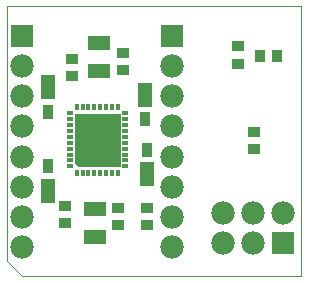
<source format=gbs>
G75*
%MOIN*%
%OFA0B0*%
%FSLAX25Y25*%
%IPPOS*%
%LPD*%
%AMOC8*
5,1,8,0,0,1.08239X$1,22.5*
%
%ADD10C,0.00000*%
%ADD11R,0.02172X0.01581*%
%ADD12R,0.01581X0.02172*%
%ADD13C,0.00001*%
%ADD14R,0.04337X0.03550*%
%ADD15R,0.07487X0.05124*%
%ADD16R,0.04731X0.08274*%
%ADD17R,0.03550X0.05124*%
%ADD18R,0.07782X0.07782*%
%ADD19C,0.07782*%
%ADD20R,0.03550X0.04337*%
D10*
X0027595Y0028433D02*
X0027595Y0113433D01*
X0125595Y0113433D01*
X0125595Y0023433D01*
X0032595Y0023433D01*
X0027595Y0028433D01*
X0051296Y0060272D02*
X0065075Y0060272D01*
X0065075Y0077594D01*
X0050115Y0077594D01*
X0050115Y0061453D01*
X0051296Y0060272D01*
D11*
X0048540Y0060075D03*
X0048540Y0062043D03*
X0048540Y0064012D03*
X0048540Y0065980D03*
X0048540Y0067949D03*
X0048540Y0069917D03*
X0048540Y0071886D03*
X0048540Y0073854D03*
X0048540Y0075823D03*
X0048540Y0077791D03*
X0066650Y0077791D03*
X0066650Y0075823D03*
X0066650Y0073854D03*
X0066650Y0071886D03*
X0066650Y0069917D03*
X0066650Y0067949D03*
X0066650Y0065980D03*
X0066650Y0064012D03*
X0066650Y0062043D03*
X0066650Y0060075D03*
D12*
X0064485Y0057909D03*
X0062516Y0057909D03*
X0060548Y0057909D03*
X0058579Y0057909D03*
X0056611Y0057909D03*
X0054642Y0057909D03*
X0052674Y0057909D03*
X0050705Y0057909D03*
X0050705Y0079957D03*
X0052674Y0079957D03*
X0054642Y0079957D03*
X0056611Y0079957D03*
X0058579Y0079957D03*
X0060548Y0079957D03*
X0062516Y0079957D03*
X0064485Y0079957D03*
D13*
X0065075Y0077594D02*
X0050115Y0077594D01*
X0050115Y0077593D02*
X0065075Y0077593D01*
X0065075Y0077592D02*
X0050115Y0077592D01*
X0050115Y0077591D02*
X0065075Y0077591D01*
X0065075Y0077590D02*
X0050115Y0077590D01*
X0050115Y0077589D02*
X0065075Y0077589D01*
X0065075Y0077588D02*
X0050115Y0077588D01*
X0050115Y0077587D02*
X0065075Y0077587D01*
X0065075Y0077586D02*
X0050115Y0077586D01*
X0050115Y0077585D02*
X0065075Y0077585D01*
X0065075Y0077584D02*
X0050115Y0077584D01*
X0050115Y0077583D02*
X0065075Y0077583D01*
X0065075Y0077582D02*
X0050115Y0077582D01*
X0050115Y0077581D02*
X0065075Y0077581D01*
X0065075Y0077580D02*
X0050115Y0077580D01*
X0050115Y0077579D02*
X0065075Y0077579D01*
X0065075Y0077578D02*
X0050115Y0077578D01*
X0050115Y0077577D02*
X0065075Y0077577D01*
X0065075Y0077576D02*
X0050115Y0077576D01*
X0050115Y0077575D02*
X0065075Y0077575D01*
X0065075Y0077574D02*
X0050115Y0077574D01*
X0050115Y0077573D02*
X0065075Y0077573D01*
X0065075Y0077572D02*
X0050115Y0077572D01*
X0050115Y0077571D02*
X0065075Y0077571D01*
X0065075Y0077570D02*
X0050115Y0077570D01*
X0050115Y0077569D02*
X0065075Y0077569D01*
X0065075Y0077568D02*
X0050115Y0077568D01*
X0050115Y0077567D02*
X0065075Y0077567D01*
X0065075Y0077566D02*
X0050115Y0077566D01*
X0050115Y0077565D02*
X0065075Y0077565D01*
X0065075Y0077564D02*
X0050115Y0077564D01*
X0050115Y0077563D02*
X0065075Y0077563D01*
X0065075Y0077562D02*
X0050115Y0077562D01*
X0050115Y0077561D02*
X0065075Y0077561D01*
X0065075Y0077560D02*
X0050115Y0077560D01*
X0050115Y0077559D02*
X0065075Y0077559D01*
X0065075Y0077558D02*
X0050115Y0077558D01*
X0050115Y0077557D02*
X0065075Y0077557D01*
X0065075Y0077556D02*
X0050115Y0077556D01*
X0050115Y0077555D02*
X0065075Y0077555D01*
X0065075Y0077554D02*
X0050115Y0077554D01*
X0050115Y0077553D02*
X0065075Y0077553D01*
X0065075Y0077552D02*
X0050115Y0077552D01*
X0050115Y0077551D02*
X0065075Y0077551D01*
X0065075Y0077550D02*
X0050115Y0077550D01*
X0050115Y0077549D02*
X0065075Y0077549D01*
X0065075Y0077548D02*
X0050115Y0077548D01*
X0050115Y0077547D02*
X0065075Y0077547D01*
X0065075Y0077546D02*
X0050115Y0077546D01*
X0050115Y0077545D02*
X0065075Y0077545D01*
X0065075Y0077544D02*
X0050115Y0077544D01*
X0050115Y0077543D02*
X0065075Y0077543D01*
X0065075Y0077542D02*
X0050115Y0077542D01*
X0050115Y0077541D02*
X0065075Y0077541D01*
X0065075Y0077540D02*
X0050115Y0077540D01*
X0050115Y0077539D02*
X0065075Y0077539D01*
X0065075Y0077538D02*
X0050115Y0077538D01*
X0050115Y0077537D02*
X0065075Y0077537D01*
X0065075Y0077536D02*
X0050115Y0077536D01*
X0050115Y0077535D02*
X0065075Y0077535D01*
X0065075Y0077534D02*
X0050115Y0077534D01*
X0050115Y0077533D02*
X0065075Y0077533D01*
X0065075Y0077532D02*
X0050115Y0077532D01*
X0050115Y0077531D02*
X0065075Y0077531D01*
X0050115Y0077531D01*
X0050115Y0077530D02*
X0065075Y0077530D01*
X0065075Y0077529D02*
X0050115Y0077529D01*
X0050115Y0077528D02*
X0065075Y0077528D01*
X0065075Y0077527D02*
X0050115Y0077527D01*
X0050115Y0077526D02*
X0065075Y0077526D01*
X0065075Y0077525D02*
X0050115Y0077525D01*
X0050115Y0077524D02*
X0065075Y0077524D01*
X0065075Y0077523D02*
X0050115Y0077523D01*
X0050115Y0077522D02*
X0065075Y0077522D01*
X0065075Y0077521D02*
X0050115Y0077521D01*
X0050115Y0077520D02*
X0065075Y0077520D01*
X0065075Y0077519D02*
X0050115Y0077519D01*
X0050115Y0077518D02*
X0065075Y0077518D01*
X0065075Y0077517D02*
X0050115Y0077517D01*
X0050115Y0077516D02*
X0065075Y0077516D01*
X0065075Y0077515D02*
X0050115Y0077515D01*
X0050115Y0077514D02*
X0065075Y0077514D01*
X0065075Y0077513D02*
X0050115Y0077513D01*
X0050115Y0077512D02*
X0065075Y0077512D01*
X0065075Y0077511D02*
X0050115Y0077511D01*
X0050115Y0077510D02*
X0065075Y0077510D01*
X0065075Y0077509D02*
X0050115Y0077509D01*
X0050115Y0077508D02*
X0065075Y0077508D01*
X0065075Y0077507D02*
X0050115Y0077507D01*
X0050115Y0077506D02*
X0065075Y0077506D01*
X0065075Y0077505D02*
X0050115Y0077505D01*
X0050115Y0077504D02*
X0065075Y0077504D01*
X0065075Y0077503D02*
X0050115Y0077503D01*
X0050115Y0077502D02*
X0065075Y0077502D01*
X0065075Y0077501D02*
X0050115Y0077501D01*
X0050115Y0077500D02*
X0065075Y0077500D01*
X0065075Y0077499D02*
X0050115Y0077499D01*
X0050115Y0077498D02*
X0065075Y0077498D01*
X0065075Y0077497D02*
X0050115Y0077497D01*
X0050115Y0077496D02*
X0065075Y0077496D01*
X0065075Y0077495D02*
X0050115Y0077495D01*
X0050115Y0077494D02*
X0065075Y0077494D01*
X0065075Y0077493D02*
X0050115Y0077493D01*
X0050115Y0077492D02*
X0065075Y0077492D01*
X0065075Y0077491D02*
X0050115Y0077491D01*
X0050115Y0077490D02*
X0065075Y0077490D01*
X0065075Y0077489D02*
X0050115Y0077489D01*
X0050115Y0077488D02*
X0065075Y0077488D01*
X0065075Y0077487D02*
X0050115Y0077487D01*
X0050115Y0077486D02*
X0065075Y0077486D01*
X0065075Y0077485D02*
X0050115Y0077485D01*
X0050115Y0077484D02*
X0065075Y0077484D01*
X0065075Y0077483D02*
X0050115Y0077483D01*
X0050115Y0077482D02*
X0065075Y0077482D01*
X0065075Y0077481D02*
X0050115Y0077481D01*
X0050115Y0077480D02*
X0065075Y0077480D01*
X0065075Y0077479D02*
X0050115Y0077479D01*
X0050115Y0077478D02*
X0065075Y0077478D01*
X0065075Y0077477D02*
X0050115Y0077477D01*
X0050115Y0077476D02*
X0065075Y0077476D01*
X0065075Y0077475D02*
X0050115Y0077475D01*
X0050115Y0077474D02*
X0065075Y0077474D01*
X0065075Y0077473D02*
X0050115Y0077473D01*
X0050115Y0077472D02*
X0065075Y0077472D01*
X0065075Y0077471D02*
X0050115Y0077471D01*
X0050115Y0077470D02*
X0065075Y0077470D01*
X0065075Y0077469D02*
X0050115Y0077469D01*
X0065075Y0077469D01*
X0065075Y0077468D02*
X0050115Y0077468D01*
X0050115Y0077467D02*
X0065075Y0077467D01*
X0065075Y0077466D02*
X0050115Y0077466D01*
X0050115Y0077465D02*
X0065075Y0077465D01*
X0065075Y0077464D02*
X0050115Y0077464D01*
X0050115Y0077463D02*
X0065075Y0077463D01*
X0065075Y0077462D02*
X0050115Y0077462D01*
X0050115Y0077461D02*
X0065075Y0077461D01*
X0065075Y0077460D02*
X0050115Y0077460D01*
X0050115Y0077459D02*
X0065075Y0077459D01*
X0065075Y0077458D02*
X0050115Y0077458D01*
X0050115Y0077457D02*
X0065075Y0077457D01*
X0065075Y0077456D02*
X0050115Y0077456D01*
X0050115Y0077455D02*
X0065075Y0077455D01*
X0065075Y0077454D02*
X0050115Y0077454D01*
X0050115Y0077453D02*
X0065075Y0077453D01*
X0065075Y0077452D02*
X0050115Y0077452D01*
X0050115Y0077451D02*
X0065075Y0077451D01*
X0065075Y0077450D02*
X0050115Y0077450D01*
X0050115Y0077449D02*
X0065075Y0077449D01*
X0065075Y0077448D02*
X0050115Y0077448D01*
X0050115Y0077447D02*
X0065075Y0077447D01*
X0065075Y0077446D02*
X0050115Y0077446D01*
X0050115Y0077445D02*
X0065075Y0077445D01*
X0065075Y0077444D02*
X0050115Y0077444D01*
X0050115Y0077443D02*
X0065075Y0077443D01*
X0065075Y0077442D02*
X0050115Y0077442D01*
X0050115Y0077441D02*
X0065075Y0077441D01*
X0065075Y0077440D02*
X0050115Y0077440D01*
X0050115Y0077439D02*
X0065075Y0077439D01*
X0065075Y0077438D02*
X0050115Y0077438D01*
X0050115Y0077437D02*
X0065075Y0077437D01*
X0065075Y0077436D02*
X0050115Y0077436D01*
X0050115Y0077435D02*
X0065075Y0077435D01*
X0065075Y0077434D02*
X0050115Y0077434D01*
X0050115Y0077433D02*
X0065075Y0077433D01*
X0065075Y0077432D02*
X0050115Y0077432D01*
X0050115Y0077431D02*
X0065075Y0077431D01*
X0065075Y0077430D02*
X0050115Y0077430D01*
X0050115Y0077429D02*
X0065075Y0077429D01*
X0065075Y0077428D02*
X0050115Y0077428D01*
X0050115Y0077427D02*
X0065075Y0077427D01*
X0065075Y0077426D02*
X0050115Y0077426D01*
X0050115Y0077425D02*
X0065075Y0077425D01*
X0065075Y0077424D02*
X0050115Y0077424D01*
X0050115Y0077423D02*
X0065075Y0077423D01*
X0065075Y0077422D02*
X0050115Y0077422D01*
X0050115Y0077421D02*
X0065075Y0077421D01*
X0065075Y0077420D02*
X0050115Y0077420D01*
X0050115Y0077419D02*
X0065075Y0077419D01*
X0065075Y0077418D02*
X0050115Y0077418D01*
X0050115Y0077417D02*
X0065075Y0077417D01*
X0065075Y0077416D02*
X0050115Y0077416D01*
X0050115Y0077415D02*
X0065075Y0077415D01*
X0065075Y0077414D02*
X0050115Y0077414D01*
X0050115Y0077413D02*
X0065075Y0077413D01*
X0065075Y0077412D02*
X0050115Y0077412D01*
X0050115Y0077411D02*
X0065075Y0077411D01*
X0065075Y0077410D02*
X0050115Y0077410D01*
X0050115Y0077409D02*
X0065075Y0077409D01*
X0065075Y0077408D02*
X0050115Y0077408D01*
X0050115Y0077407D02*
X0065075Y0077407D01*
X0065075Y0077406D02*
X0050115Y0077406D01*
X0065075Y0077406D01*
X0065075Y0077405D02*
X0050115Y0077405D01*
X0050115Y0077404D02*
X0065075Y0077404D01*
X0065075Y0077403D02*
X0050115Y0077403D01*
X0050115Y0077402D02*
X0065075Y0077402D01*
X0065075Y0077401D02*
X0050115Y0077401D01*
X0050115Y0077400D02*
X0065075Y0077400D01*
X0065075Y0077399D02*
X0050115Y0077399D01*
X0050115Y0077398D02*
X0065075Y0077398D01*
X0065075Y0077397D02*
X0050115Y0077397D01*
X0050115Y0077396D02*
X0065075Y0077396D01*
X0065075Y0077395D02*
X0050115Y0077395D01*
X0050115Y0077394D02*
X0065075Y0077394D01*
X0065075Y0077393D02*
X0050115Y0077393D01*
X0050115Y0077392D02*
X0065075Y0077392D01*
X0065075Y0077391D02*
X0050115Y0077391D01*
X0050115Y0077390D02*
X0065075Y0077390D01*
X0065075Y0077389D02*
X0050115Y0077389D01*
X0050115Y0077388D02*
X0065075Y0077388D01*
X0065075Y0077387D02*
X0050115Y0077387D01*
X0050115Y0077386D02*
X0065075Y0077386D01*
X0065075Y0077385D02*
X0050115Y0077385D01*
X0050115Y0077384D02*
X0065075Y0077384D01*
X0065075Y0077383D02*
X0050115Y0077383D01*
X0050115Y0077382D02*
X0065075Y0077382D01*
X0065075Y0077381D02*
X0050115Y0077381D01*
X0050115Y0077380D02*
X0065075Y0077380D01*
X0065075Y0077379D02*
X0050115Y0077379D01*
X0050115Y0077378D02*
X0065075Y0077378D01*
X0065075Y0077377D02*
X0050115Y0077377D01*
X0050115Y0077376D02*
X0065075Y0077376D01*
X0065075Y0077375D02*
X0050115Y0077375D01*
X0050115Y0077374D02*
X0065075Y0077374D01*
X0065075Y0077373D02*
X0050115Y0077373D01*
X0050115Y0077372D02*
X0065075Y0077372D01*
X0065075Y0077371D02*
X0050115Y0077371D01*
X0050115Y0077370D02*
X0065075Y0077370D01*
X0065075Y0077369D02*
X0050115Y0077369D01*
X0050115Y0077368D02*
X0065075Y0077368D01*
X0065075Y0077367D02*
X0050115Y0077367D01*
X0050115Y0077366D02*
X0065075Y0077366D01*
X0065075Y0077365D02*
X0050115Y0077365D01*
X0050115Y0077364D02*
X0065075Y0077364D01*
X0065075Y0077363D02*
X0050115Y0077363D01*
X0050115Y0077362D02*
X0065075Y0077362D01*
X0065075Y0077361D02*
X0050115Y0077361D01*
X0050115Y0077360D02*
X0065075Y0077360D01*
X0065075Y0077359D02*
X0050115Y0077359D01*
X0050115Y0077358D02*
X0065075Y0077358D01*
X0065075Y0077357D02*
X0050115Y0077357D01*
X0050115Y0077356D02*
X0065075Y0077356D01*
X0065075Y0077355D02*
X0050115Y0077355D01*
X0050115Y0077354D02*
X0065075Y0077354D01*
X0065075Y0077353D02*
X0050115Y0077353D01*
X0050115Y0077352D02*
X0065075Y0077352D01*
X0065075Y0077351D02*
X0050115Y0077351D01*
X0050115Y0077350D02*
X0065075Y0077350D01*
X0065075Y0077349D02*
X0050115Y0077349D01*
X0050115Y0077348D02*
X0065075Y0077348D01*
X0065075Y0077347D02*
X0050115Y0077347D01*
X0050115Y0077346D02*
X0065075Y0077346D01*
X0065075Y0077345D02*
X0050115Y0077345D01*
X0050115Y0077344D02*
X0065075Y0077344D01*
X0050115Y0077344D01*
X0050115Y0077343D02*
X0065075Y0077343D01*
X0065075Y0077342D02*
X0050115Y0077342D01*
X0050115Y0077341D02*
X0065075Y0077341D01*
X0065075Y0077340D02*
X0050115Y0077340D01*
X0050115Y0077339D02*
X0065075Y0077339D01*
X0065075Y0077338D02*
X0050115Y0077338D01*
X0050115Y0077337D02*
X0065075Y0077337D01*
X0065075Y0077336D02*
X0050115Y0077336D01*
X0050115Y0077335D02*
X0065075Y0077335D01*
X0065075Y0077334D02*
X0050115Y0077334D01*
X0050115Y0077333D02*
X0065075Y0077333D01*
X0065075Y0077332D02*
X0050115Y0077332D01*
X0050115Y0077331D02*
X0065075Y0077331D01*
X0065075Y0077330D02*
X0050115Y0077330D01*
X0050115Y0077329D02*
X0065075Y0077329D01*
X0065075Y0077328D02*
X0050115Y0077328D01*
X0050115Y0077327D02*
X0065075Y0077327D01*
X0065075Y0077326D02*
X0050115Y0077326D01*
X0050115Y0077325D02*
X0065075Y0077325D01*
X0065075Y0077324D02*
X0050115Y0077324D01*
X0050115Y0077323D02*
X0065075Y0077323D01*
X0065075Y0077322D02*
X0050115Y0077322D01*
X0050115Y0077321D02*
X0065075Y0077321D01*
X0065075Y0077320D02*
X0050115Y0077320D01*
X0050115Y0077319D02*
X0065075Y0077319D01*
X0065075Y0077318D02*
X0050115Y0077318D01*
X0050115Y0077317D02*
X0065075Y0077317D01*
X0065075Y0077316D02*
X0050115Y0077316D01*
X0050115Y0077315D02*
X0065075Y0077315D01*
X0065075Y0077314D02*
X0050115Y0077314D01*
X0050115Y0077313D02*
X0065075Y0077313D01*
X0065075Y0077312D02*
X0050115Y0077312D01*
X0050115Y0077311D02*
X0065075Y0077311D01*
X0065075Y0077310D02*
X0050115Y0077310D01*
X0050115Y0077309D02*
X0065075Y0077309D01*
X0065075Y0077308D02*
X0050115Y0077308D01*
X0050115Y0077307D02*
X0065075Y0077307D01*
X0065075Y0077306D02*
X0050115Y0077306D01*
X0050115Y0077305D02*
X0065075Y0077305D01*
X0065075Y0077304D02*
X0050115Y0077304D01*
X0050115Y0077303D02*
X0065075Y0077303D01*
X0065075Y0077302D02*
X0050115Y0077302D01*
X0050115Y0077301D02*
X0065075Y0077301D01*
X0065075Y0077300D02*
X0050115Y0077300D01*
X0050115Y0077299D02*
X0065075Y0077299D01*
X0065075Y0077298D02*
X0050115Y0077298D01*
X0050115Y0077297D02*
X0065075Y0077297D01*
X0065075Y0077296D02*
X0050115Y0077296D01*
X0050115Y0077295D02*
X0065075Y0077295D01*
X0065075Y0077294D02*
X0050115Y0077294D01*
X0050115Y0077293D02*
X0065075Y0077293D01*
X0065075Y0077292D02*
X0050115Y0077292D01*
X0050115Y0077291D02*
X0065075Y0077291D01*
X0065075Y0077290D02*
X0050115Y0077290D01*
X0050115Y0077289D02*
X0065075Y0077289D01*
X0065075Y0077288D02*
X0050115Y0077288D01*
X0050115Y0077287D02*
X0065075Y0077287D01*
X0065075Y0077286D02*
X0050115Y0077286D01*
X0050115Y0077285D02*
X0065075Y0077285D01*
X0065075Y0077284D02*
X0050115Y0077284D01*
X0050115Y0077283D02*
X0065075Y0077283D01*
X0065075Y0077282D02*
X0050115Y0077282D01*
X0050115Y0077281D02*
X0065075Y0077281D01*
X0050115Y0077281D01*
X0050115Y0077280D02*
X0065075Y0077280D01*
X0065075Y0077279D02*
X0050115Y0077279D01*
X0050115Y0077278D02*
X0065075Y0077278D01*
X0065075Y0077277D02*
X0050115Y0077277D01*
X0050115Y0077276D02*
X0065075Y0077276D01*
X0065075Y0077275D02*
X0050115Y0077275D01*
X0050115Y0077274D02*
X0065075Y0077274D01*
X0065075Y0077273D02*
X0050115Y0077273D01*
X0050115Y0077272D02*
X0065075Y0077272D01*
X0065075Y0077271D02*
X0050115Y0077271D01*
X0050115Y0077270D02*
X0065075Y0077270D01*
X0065075Y0077269D02*
X0050115Y0077269D01*
X0050115Y0077268D02*
X0065075Y0077268D01*
X0065075Y0077267D02*
X0050115Y0077267D01*
X0050115Y0077266D02*
X0065075Y0077266D01*
X0065075Y0077265D02*
X0050115Y0077265D01*
X0050115Y0077264D02*
X0065075Y0077264D01*
X0065075Y0077263D02*
X0050115Y0077263D01*
X0050115Y0077262D02*
X0065075Y0077262D01*
X0065075Y0077261D02*
X0050115Y0077261D01*
X0050115Y0077260D02*
X0065075Y0077260D01*
X0065075Y0077259D02*
X0050115Y0077259D01*
X0050115Y0077258D02*
X0065075Y0077258D01*
X0065075Y0077257D02*
X0050115Y0077257D01*
X0050115Y0077256D02*
X0065075Y0077256D01*
X0065075Y0077255D02*
X0050115Y0077255D01*
X0050115Y0077254D02*
X0065075Y0077254D01*
X0065075Y0077253D02*
X0050115Y0077253D01*
X0050115Y0077252D02*
X0065075Y0077252D01*
X0065075Y0077251D02*
X0050115Y0077251D01*
X0050115Y0077250D02*
X0065075Y0077250D01*
X0065075Y0077249D02*
X0050115Y0077249D01*
X0050115Y0077248D02*
X0065075Y0077248D01*
X0065075Y0077247D02*
X0050115Y0077247D01*
X0050115Y0077246D02*
X0065075Y0077246D01*
X0065075Y0077245D02*
X0050115Y0077245D01*
X0050115Y0077244D02*
X0065075Y0077244D01*
X0065075Y0077243D02*
X0050115Y0077243D01*
X0050115Y0077242D02*
X0065075Y0077242D01*
X0065075Y0077241D02*
X0050115Y0077241D01*
X0050115Y0077240D02*
X0065075Y0077240D01*
X0065075Y0077239D02*
X0050115Y0077239D01*
X0050115Y0077238D02*
X0065075Y0077238D01*
X0065075Y0077237D02*
X0050115Y0077237D01*
X0050115Y0077236D02*
X0065075Y0077236D01*
X0065075Y0077235D02*
X0050115Y0077235D01*
X0050115Y0077234D02*
X0065075Y0077234D01*
X0065075Y0077233D02*
X0050115Y0077233D01*
X0050115Y0077232D02*
X0065075Y0077232D01*
X0065075Y0077231D02*
X0050115Y0077231D01*
X0050115Y0077230D02*
X0065075Y0077230D01*
X0065075Y0077229D02*
X0050115Y0077229D01*
X0050115Y0077228D02*
X0065075Y0077228D01*
X0065075Y0077227D02*
X0050115Y0077227D01*
X0050115Y0077226D02*
X0065075Y0077226D01*
X0065075Y0077225D02*
X0050115Y0077225D01*
X0050115Y0077224D02*
X0065075Y0077224D01*
X0065075Y0077223D02*
X0050115Y0077223D01*
X0050115Y0077222D02*
X0065075Y0077222D01*
X0065075Y0077221D02*
X0050115Y0077221D01*
X0050115Y0077220D02*
X0065075Y0077220D01*
X0065075Y0077219D02*
X0050115Y0077219D01*
X0065075Y0077219D01*
X0065075Y0077218D02*
X0050115Y0077218D01*
X0050115Y0077217D02*
X0065075Y0077217D01*
X0065075Y0077216D02*
X0050115Y0077216D01*
X0050115Y0077215D02*
X0065075Y0077215D01*
X0065075Y0077214D02*
X0050115Y0077214D01*
X0050115Y0077213D02*
X0065075Y0077213D01*
X0065075Y0077212D02*
X0050115Y0077212D01*
X0050115Y0077211D02*
X0065075Y0077211D01*
X0065075Y0077210D02*
X0050115Y0077210D01*
X0050115Y0077209D02*
X0065075Y0077209D01*
X0065075Y0077208D02*
X0050115Y0077208D01*
X0050115Y0077207D02*
X0065075Y0077207D01*
X0065075Y0077206D02*
X0050115Y0077206D01*
X0050115Y0077205D02*
X0065075Y0077205D01*
X0065075Y0077204D02*
X0050115Y0077204D01*
X0050115Y0077203D02*
X0065075Y0077203D01*
X0065075Y0077202D02*
X0050115Y0077202D01*
X0050115Y0077201D02*
X0065075Y0077201D01*
X0065075Y0077200D02*
X0050115Y0077200D01*
X0050115Y0077199D02*
X0065075Y0077199D01*
X0065075Y0077198D02*
X0050115Y0077198D01*
X0050115Y0077197D02*
X0065075Y0077197D01*
X0065075Y0077196D02*
X0050115Y0077196D01*
X0050115Y0077195D02*
X0065075Y0077195D01*
X0065075Y0077194D02*
X0050115Y0077194D01*
X0050115Y0077193D02*
X0065075Y0077193D01*
X0065075Y0077192D02*
X0050115Y0077192D01*
X0050115Y0077191D02*
X0065075Y0077191D01*
X0065075Y0077190D02*
X0050115Y0077190D01*
X0050115Y0077189D02*
X0065075Y0077189D01*
X0065075Y0077188D02*
X0050115Y0077188D01*
X0050115Y0077187D02*
X0065075Y0077187D01*
X0065075Y0077186D02*
X0050115Y0077186D01*
X0050115Y0077185D02*
X0065075Y0077185D01*
X0065075Y0077184D02*
X0050115Y0077184D01*
X0050115Y0077183D02*
X0065075Y0077183D01*
X0065075Y0077182D02*
X0050115Y0077182D01*
X0050115Y0077181D02*
X0065075Y0077181D01*
X0065075Y0077180D02*
X0050115Y0077180D01*
X0050115Y0077179D02*
X0065075Y0077179D01*
X0065075Y0077178D02*
X0050115Y0077178D01*
X0050115Y0077177D02*
X0065075Y0077177D01*
X0065075Y0077176D02*
X0050115Y0077176D01*
X0050115Y0077175D02*
X0065075Y0077175D01*
X0065075Y0077174D02*
X0050115Y0077174D01*
X0050115Y0077173D02*
X0065075Y0077173D01*
X0065075Y0077172D02*
X0050115Y0077172D01*
X0050115Y0077171D02*
X0065075Y0077171D01*
X0065075Y0077170D02*
X0050115Y0077170D01*
X0050115Y0077169D02*
X0065075Y0077169D01*
X0065075Y0077168D02*
X0050115Y0077168D01*
X0050115Y0077167D02*
X0065075Y0077167D01*
X0065075Y0077166D02*
X0050115Y0077166D01*
X0050115Y0077165D02*
X0065075Y0077165D01*
X0065075Y0077164D02*
X0050115Y0077164D01*
X0050115Y0077163D02*
X0065075Y0077163D01*
X0065075Y0077162D02*
X0050115Y0077162D01*
X0050115Y0077161D02*
X0065075Y0077161D01*
X0065075Y0077160D02*
X0050115Y0077160D01*
X0050115Y0077159D02*
X0065075Y0077159D01*
X0065075Y0077158D02*
X0050115Y0077158D01*
X0050115Y0077157D02*
X0065075Y0077157D01*
X0065075Y0077156D02*
X0050115Y0077156D01*
X0065075Y0077156D01*
X0065075Y0077155D02*
X0050115Y0077155D01*
X0050115Y0077154D02*
X0065075Y0077154D01*
X0065075Y0077153D02*
X0050115Y0077153D01*
X0050115Y0077152D02*
X0065075Y0077152D01*
X0065075Y0077151D02*
X0050115Y0077151D01*
X0050115Y0077150D02*
X0065075Y0077150D01*
X0065075Y0077149D02*
X0050115Y0077149D01*
X0050115Y0077148D02*
X0065075Y0077148D01*
X0065075Y0077147D02*
X0050115Y0077147D01*
X0050115Y0077146D02*
X0065075Y0077146D01*
X0065075Y0077145D02*
X0050115Y0077145D01*
X0050115Y0077144D02*
X0065075Y0077144D01*
X0065075Y0077143D02*
X0050115Y0077143D01*
X0050115Y0077142D02*
X0065075Y0077142D01*
X0065075Y0077141D02*
X0050115Y0077141D01*
X0050115Y0077140D02*
X0065075Y0077140D01*
X0065075Y0077139D02*
X0050115Y0077139D01*
X0050115Y0077138D02*
X0065075Y0077138D01*
X0065075Y0077137D02*
X0050115Y0077137D01*
X0050115Y0077136D02*
X0065075Y0077136D01*
X0065075Y0077135D02*
X0050115Y0077135D01*
X0050115Y0077134D02*
X0065075Y0077134D01*
X0065075Y0077133D02*
X0050115Y0077133D01*
X0050115Y0077132D02*
X0065075Y0077132D01*
X0065075Y0077131D02*
X0050115Y0077131D01*
X0050115Y0077130D02*
X0065075Y0077130D01*
X0065075Y0077129D02*
X0050115Y0077129D01*
X0050115Y0077128D02*
X0065075Y0077128D01*
X0065075Y0077127D02*
X0050115Y0077127D01*
X0050115Y0077126D02*
X0065075Y0077126D01*
X0065075Y0077125D02*
X0050115Y0077125D01*
X0050115Y0077124D02*
X0065075Y0077124D01*
X0065075Y0077123D02*
X0050115Y0077123D01*
X0050115Y0077122D02*
X0065075Y0077122D01*
X0065075Y0077121D02*
X0050115Y0077121D01*
X0050115Y0077120D02*
X0065075Y0077120D01*
X0065075Y0077119D02*
X0050115Y0077119D01*
X0050115Y0077118D02*
X0065075Y0077118D01*
X0065075Y0077117D02*
X0050115Y0077117D01*
X0050115Y0077116D02*
X0065075Y0077116D01*
X0065075Y0077115D02*
X0050115Y0077115D01*
X0050115Y0077114D02*
X0065075Y0077114D01*
X0065075Y0077113D02*
X0050115Y0077113D01*
X0050115Y0077112D02*
X0065075Y0077112D01*
X0065075Y0077111D02*
X0050115Y0077111D01*
X0050115Y0077110D02*
X0065075Y0077110D01*
X0065075Y0077109D02*
X0050115Y0077109D01*
X0050115Y0077108D02*
X0065075Y0077108D01*
X0065075Y0077107D02*
X0050115Y0077107D01*
X0050115Y0077106D02*
X0065075Y0077106D01*
X0065075Y0077105D02*
X0050115Y0077105D01*
X0050115Y0077104D02*
X0065075Y0077104D01*
X0065075Y0077103D02*
X0050115Y0077103D01*
X0050115Y0077102D02*
X0065075Y0077102D01*
X0065075Y0077101D02*
X0050115Y0077101D01*
X0050115Y0077100D02*
X0065075Y0077100D01*
X0065075Y0077099D02*
X0050115Y0077099D01*
X0050115Y0077098D02*
X0065075Y0077098D01*
X0065075Y0077097D02*
X0050115Y0077097D01*
X0050115Y0077096D02*
X0065075Y0077096D01*
X0065075Y0077095D02*
X0050115Y0077095D01*
X0050115Y0077094D02*
X0065075Y0077094D01*
X0050115Y0077094D01*
X0050115Y0077093D02*
X0065075Y0077093D01*
X0065075Y0077092D02*
X0050115Y0077092D01*
X0050115Y0077091D02*
X0065075Y0077091D01*
X0065075Y0077090D02*
X0050115Y0077090D01*
X0050115Y0077089D02*
X0065075Y0077089D01*
X0065075Y0077088D02*
X0050115Y0077088D01*
X0050115Y0077087D02*
X0065075Y0077087D01*
X0065075Y0077086D02*
X0050115Y0077086D01*
X0050115Y0077085D02*
X0065075Y0077085D01*
X0065075Y0077084D02*
X0050115Y0077084D01*
X0050115Y0077083D02*
X0065075Y0077083D01*
X0065075Y0077082D02*
X0050115Y0077082D01*
X0050115Y0077081D02*
X0065075Y0077081D01*
X0065075Y0077080D02*
X0050115Y0077080D01*
X0050115Y0077079D02*
X0065075Y0077079D01*
X0065075Y0077078D02*
X0050115Y0077078D01*
X0050115Y0077077D02*
X0065075Y0077077D01*
X0065075Y0077076D02*
X0050115Y0077076D01*
X0050115Y0077075D02*
X0065075Y0077075D01*
X0065075Y0077074D02*
X0050115Y0077074D01*
X0050115Y0077073D02*
X0065075Y0077073D01*
X0065075Y0077072D02*
X0050115Y0077072D01*
X0050115Y0077071D02*
X0065075Y0077071D01*
X0065075Y0077070D02*
X0050115Y0077070D01*
X0050115Y0077069D02*
X0065075Y0077069D01*
X0065075Y0077068D02*
X0050115Y0077068D01*
X0050115Y0077067D02*
X0065075Y0077067D01*
X0065075Y0077066D02*
X0050115Y0077066D01*
X0050115Y0077065D02*
X0065075Y0077065D01*
X0065075Y0077064D02*
X0050115Y0077064D01*
X0050115Y0077063D02*
X0065075Y0077063D01*
X0065075Y0077062D02*
X0050115Y0077062D01*
X0050115Y0077061D02*
X0065075Y0077061D01*
X0065075Y0077060D02*
X0050115Y0077060D01*
X0050115Y0077059D02*
X0065075Y0077059D01*
X0065075Y0077058D02*
X0050115Y0077058D01*
X0050115Y0077057D02*
X0065075Y0077057D01*
X0065075Y0077056D02*
X0050115Y0077056D01*
X0050115Y0077055D02*
X0065075Y0077055D01*
X0065075Y0077054D02*
X0050115Y0077054D01*
X0050115Y0077053D02*
X0065075Y0077053D01*
X0065075Y0077052D02*
X0050115Y0077052D01*
X0050115Y0077051D02*
X0065075Y0077051D01*
X0065075Y0077050D02*
X0050115Y0077050D01*
X0050115Y0077049D02*
X0065075Y0077049D01*
X0065075Y0077048D02*
X0050115Y0077048D01*
X0050115Y0077047D02*
X0065075Y0077047D01*
X0065075Y0077046D02*
X0050115Y0077046D01*
X0050115Y0077045D02*
X0065075Y0077045D01*
X0065075Y0077044D02*
X0050115Y0077044D01*
X0050115Y0077043D02*
X0065075Y0077043D01*
X0065075Y0077042D02*
X0050115Y0077042D01*
X0050115Y0077041D02*
X0065075Y0077041D01*
X0065075Y0077040D02*
X0050115Y0077040D01*
X0050115Y0077039D02*
X0065075Y0077039D01*
X0065075Y0077038D02*
X0050115Y0077038D01*
X0050115Y0077037D02*
X0065075Y0077037D01*
X0065075Y0077036D02*
X0050115Y0077036D01*
X0050115Y0077035D02*
X0065075Y0077035D01*
X0065075Y0077034D02*
X0050115Y0077034D01*
X0050115Y0077033D02*
X0065075Y0077033D01*
X0065075Y0077032D02*
X0050115Y0077032D01*
X0050115Y0077031D02*
X0065075Y0077031D01*
X0050115Y0077031D01*
X0050115Y0077030D02*
X0065075Y0077030D01*
X0065075Y0077029D02*
X0050115Y0077029D01*
X0050115Y0077028D02*
X0065075Y0077028D01*
X0065075Y0077027D02*
X0050115Y0077027D01*
X0050115Y0077026D02*
X0065075Y0077026D01*
X0065075Y0077025D02*
X0050115Y0077025D01*
X0050115Y0077024D02*
X0065075Y0077024D01*
X0065075Y0077023D02*
X0050115Y0077023D01*
X0050115Y0077022D02*
X0065075Y0077022D01*
X0065075Y0077021D02*
X0050115Y0077021D01*
X0050115Y0077020D02*
X0065075Y0077020D01*
X0065075Y0077019D02*
X0050115Y0077019D01*
X0050115Y0077018D02*
X0065075Y0077018D01*
X0065075Y0077017D02*
X0050115Y0077017D01*
X0050115Y0077016D02*
X0065075Y0077016D01*
X0065075Y0077015D02*
X0050115Y0077015D01*
X0050115Y0077014D02*
X0065075Y0077014D01*
X0065075Y0077013D02*
X0050115Y0077013D01*
X0050115Y0077012D02*
X0065075Y0077012D01*
X0065075Y0077011D02*
X0050115Y0077011D01*
X0050115Y0077010D02*
X0065075Y0077010D01*
X0065075Y0077009D02*
X0050115Y0077009D01*
X0050115Y0077008D02*
X0065075Y0077008D01*
X0065075Y0077007D02*
X0050115Y0077007D01*
X0050115Y0077006D02*
X0065075Y0077006D01*
X0065075Y0077005D02*
X0050115Y0077005D01*
X0050115Y0077004D02*
X0065075Y0077004D01*
X0065075Y0077003D02*
X0050115Y0077003D01*
X0050115Y0077002D02*
X0065075Y0077002D01*
X0065075Y0077001D02*
X0050115Y0077001D01*
X0050115Y0077000D02*
X0065075Y0077000D01*
X0065075Y0076999D02*
X0050115Y0076999D01*
X0050115Y0076998D02*
X0065075Y0076998D01*
X0065075Y0076997D02*
X0050115Y0076997D01*
X0050115Y0076996D02*
X0065075Y0076996D01*
X0065075Y0076995D02*
X0050115Y0076995D01*
X0050115Y0076994D02*
X0065075Y0076994D01*
X0065075Y0076993D02*
X0050115Y0076993D01*
X0050115Y0076992D02*
X0065075Y0076992D01*
X0065075Y0076991D02*
X0050115Y0076991D01*
X0050115Y0076990D02*
X0065075Y0076990D01*
X0065075Y0076989D02*
X0050115Y0076989D01*
X0050115Y0076988D02*
X0065075Y0076988D01*
X0065075Y0076987D02*
X0050115Y0076987D01*
X0050115Y0076986D02*
X0065075Y0076986D01*
X0065075Y0076985D02*
X0050115Y0076985D01*
X0050115Y0076984D02*
X0065075Y0076984D01*
X0065075Y0076983D02*
X0050115Y0076983D01*
X0050115Y0076982D02*
X0065075Y0076982D01*
X0065075Y0076981D02*
X0050115Y0076981D01*
X0050115Y0076980D02*
X0065075Y0076980D01*
X0065075Y0076979D02*
X0050115Y0076979D01*
X0050115Y0076978D02*
X0065075Y0076978D01*
X0065075Y0076977D02*
X0050115Y0076977D01*
X0050115Y0076976D02*
X0065075Y0076976D01*
X0065075Y0076975D02*
X0050115Y0076975D01*
X0050115Y0076974D02*
X0065075Y0076974D01*
X0065075Y0076973D02*
X0050115Y0076973D01*
X0050115Y0076972D02*
X0065075Y0076972D01*
X0065075Y0076971D02*
X0050115Y0076971D01*
X0050115Y0076970D02*
X0065075Y0076970D01*
X0065075Y0076969D02*
X0050115Y0076969D01*
X0065075Y0076969D01*
X0065075Y0076968D02*
X0050115Y0076968D01*
X0050115Y0076967D02*
X0065075Y0076967D01*
X0065075Y0076966D02*
X0050115Y0076966D01*
X0050115Y0076965D02*
X0065075Y0076965D01*
X0065075Y0076964D02*
X0050115Y0076964D01*
X0050115Y0076963D02*
X0065075Y0076963D01*
X0065075Y0076962D02*
X0050115Y0076962D01*
X0050115Y0076961D02*
X0065075Y0076961D01*
X0065075Y0076960D02*
X0050115Y0076960D01*
X0050115Y0076959D02*
X0065075Y0076959D01*
X0065075Y0076958D02*
X0050115Y0076958D01*
X0050115Y0076957D02*
X0065075Y0076957D01*
X0065075Y0076956D02*
X0050115Y0076956D01*
X0050115Y0076955D02*
X0065075Y0076955D01*
X0065075Y0076954D02*
X0050115Y0076954D01*
X0050115Y0076953D02*
X0065075Y0076953D01*
X0065075Y0076952D02*
X0050115Y0076952D01*
X0050115Y0076951D02*
X0065075Y0076951D01*
X0065075Y0076950D02*
X0050115Y0076950D01*
X0050115Y0076949D02*
X0065075Y0076949D01*
X0065075Y0076948D02*
X0050115Y0076948D01*
X0050115Y0076947D02*
X0065075Y0076947D01*
X0065075Y0076946D02*
X0050115Y0076946D01*
X0050115Y0076945D02*
X0065075Y0076945D01*
X0065075Y0076944D02*
X0050115Y0076944D01*
X0050115Y0076943D02*
X0065075Y0076943D01*
X0065075Y0076942D02*
X0050115Y0076942D01*
X0050115Y0076941D02*
X0065075Y0076941D01*
X0065075Y0076940D02*
X0050115Y0076940D01*
X0050115Y0076939D02*
X0065075Y0076939D01*
X0065075Y0076938D02*
X0050115Y0076938D01*
X0050115Y0076937D02*
X0065075Y0076937D01*
X0065075Y0076936D02*
X0050115Y0076936D01*
X0050115Y0076935D02*
X0065075Y0076935D01*
X0065075Y0076934D02*
X0050115Y0076934D01*
X0050115Y0076933D02*
X0065075Y0076933D01*
X0065075Y0076932D02*
X0050115Y0076932D01*
X0050115Y0076931D02*
X0065075Y0076931D01*
X0065075Y0076930D02*
X0050115Y0076930D01*
X0050115Y0076929D02*
X0065075Y0076929D01*
X0065075Y0076928D02*
X0050115Y0076928D01*
X0050115Y0076927D02*
X0065075Y0076927D01*
X0065075Y0076926D02*
X0050115Y0076926D01*
X0050115Y0076925D02*
X0065075Y0076925D01*
X0065075Y0076924D02*
X0050115Y0076924D01*
X0050115Y0076923D02*
X0065075Y0076923D01*
X0065075Y0076922D02*
X0050115Y0076922D01*
X0050115Y0076921D02*
X0065075Y0076921D01*
X0065075Y0076920D02*
X0050115Y0076920D01*
X0050115Y0076919D02*
X0065075Y0076919D01*
X0065075Y0076918D02*
X0050115Y0076918D01*
X0050115Y0076917D02*
X0065075Y0076917D01*
X0065075Y0076916D02*
X0050115Y0076916D01*
X0050115Y0076915D02*
X0065075Y0076915D01*
X0065075Y0076914D02*
X0050115Y0076914D01*
X0050115Y0076913D02*
X0065075Y0076913D01*
X0065075Y0076912D02*
X0050115Y0076912D01*
X0050115Y0076911D02*
X0065075Y0076911D01*
X0065075Y0076910D02*
X0050115Y0076910D01*
X0050115Y0076909D02*
X0065075Y0076909D01*
X0065075Y0076908D02*
X0050115Y0076908D01*
X0050115Y0076907D02*
X0065075Y0076907D01*
X0065075Y0076906D02*
X0050115Y0076906D01*
X0065075Y0076906D01*
X0065075Y0076905D02*
X0050115Y0076905D01*
X0050115Y0076904D02*
X0065075Y0076904D01*
X0065075Y0076903D02*
X0050115Y0076903D01*
X0050115Y0076902D02*
X0065075Y0076902D01*
X0065075Y0076901D02*
X0050115Y0076901D01*
X0050115Y0076900D02*
X0065075Y0076900D01*
X0065075Y0076899D02*
X0050115Y0076899D01*
X0050115Y0076898D02*
X0065075Y0076898D01*
X0065075Y0076897D02*
X0050115Y0076897D01*
X0050115Y0076896D02*
X0065075Y0076896D01*
X0065075Y0076895D02*
X0050115Y0076895D01*
X0050115Y0076894D02*
X0065075Y0076894D01*
X0065075Y0076893D02*
X0050115Y0076893D01*
X0050115Y0076892D02*
X0065075Y0076892D01*
X0065075Y0076891D02*
X0050115Y0076891D01*
X0050115Y0076890D02*
X0065075Y0076890D01*
X0065075Y0076889D02*
X0050115Y0076889D01*
X0050115Y0076888D02*
X0065075Y0076888D01*
X0065075Y0076887D02*
X0050115Y0076887D01*
X0050115Y0076886D02*
X0065075Y0076886D01*
X0065075Y0076885D02*
X0050115Y0076885D01*
X0050115Y0076884D02*
X0065075Y0076884D01*
X0065075Y0076883D02*
X0050115Y0076883D01*
X0050115Y0076882D02*
X0065075Y0076882D01*
X0065075Y0076881D02*
X0050115Y0076881D01*
X0050115Y0076880D02*
X0065075Y0076880D01*
X0065075Y0076879D02*
X0050115Y0076879D01*
X0050115Y0076878D02*
X0065075Y0076878D01*
X0065075Y0076877D02*
X0050115Y0076877D01*
X0050115Y0076876D02*
X0065075Y0076876D01*
X0065075Y0076875D02*
X0050115Y0076875D01*
X0050115Y0076874D02*
X0065075Y0076874D01*
X0065075Y0076873D02*
X0050115Y0076873D01*
X0050115Y0076872D02*
X0065075Y0076872D01*
X0065075Y0076871D02*
X0050115Y0076871D01*
X0050115Y0076870D02*
X0065075Y0076870D01*
X0065075Y0076869D02*
X0050115Y0076869D01*
X0050115Y0076868D02*
X0065075Y0076868D01*
X0065075Y0076867D02*
X0050115Y0076867D01*
X0050115Y0076866D02*
X0065075Y0076866D01*
X0065075Y0076865D02*
X0050115Y0076865D01*
X0050115Y0076864D02*
X0065075Y0076864D01*
X0065075Y0076863D02*
X0050115Y0076863D01*
X0050115Y0076862D02*
X0065075Y0076862D01*
X0065075Y0076861D02*
X0050115Y0076861D01*
X0050115Y0076860D02*
X0065075Y0076860D01*
X0065075Y0076859D02*
X0050115Y0076859D01*
X0050115Y0076858D02*
X0065075Y0076858D01*
X0065075Y0076857D02*
X0050115Y0076857D01*
X0050115Y0076856D02*
X0065075Y0076856D01*
X0065075Y0076855D02*
X0050115Y0076855D01*
X0050115Y0076854D02*
X0065075Y0076854D01*
X0065075Y0076853D02*
X0050115Y0076853D01*
X0050115Y0076852D02*
X0065075Y0076852D01*
X0065075Y0076851D02*
X0050115Y0076851D01*
X0050115Y0076850D02*
X0065075Y0076850D01*
X0065075Y0076849D02*
X0050115Y0076849D01*
X0050115Y0076848D02*
X0065075Y0076848D01*
X0065075Y0076847D02*
X0050115Y0076847D01*
X0050115Y0076846D02*
X0065075Y0076846D01*
X0065075Y0076845D02*
X0050115Y0076845D01*
X0050115Y0076844D02*
X0065075Y0076844D01*
X0050115Y0076844D01*
X0050115Y0076843D02*
X0065075Y0076843D01*
X0065075Y0076842D02*
X0050115Y0076842D01*
X0050115Y0076841D02*
X0065075Y0076841D01*
X0065075Y0076840D02*
X0050115Y0076840D01*
X0050115Y0076839D02*
X0065075Y0076839D01*
X0065075Y0076838D02*
X0050115Y0076838D01*
X0050115Y0076837D02*
X0065075Y0076837D01*
X0065075Y0076836D02*
X0050115Y0076836D01*
X0050115Y0076835D02*
X0065075Y0076835D01*
X0065075Y0076834D02*
X0050115Y0076834D01*
X0050115Y0076833D02*
X0065075Y0076833D01*
X0065075Y0076832D02*
X0050115Y0076832D01*
X0050115Y0076831D02*
X0065075Y0076831D01*
X0065075Y0076830D02*
X0050115Y0076830D01*
X0050115Y0076829D02*
X0065075Y0076829D01*
X0065075Y0076828D02*
X0050115Y0076828D01*
X0050115Y0076827D02*
X0065075Y0076827D01*
X0065075Y0076826D02*
X0050115Y0076826D01*
X0050115Y0076825D02*
X0065075Y0076825D01*
X0065075Y0076824D02*
X0050115Y0076824D01*
X0050115Y0076823D02*
X0065075Y0076823D01*
X0065075Y0076822D02*
X0050115Y0076822D01*
X0050115Y0076821D02*
X0065075Y0076821D01*
X0065075Y0076820D02*
X0050115Y0076820D01*
X0050115Y0076819D02*
X0065075Y0076819D01*
X0065075Y0076818D02*
X0050115Y0076818D01*
X0050115Y0076817D02*
X0065075Y0076817D01*
X0065075Y0076816D02*
X0050115Y0076816D01*
X0050115Y0076815D02*
X0065075Y0076815D01*
X0065075Y0076814D02*
X0050115Y0076814D01*
X0050115Y0076813D02*
X0065075Y0076813D01*
X0065075Y0076812D02*
X0050115Y0076812D01*
X0050115Y0076811D02*
X0065075Y0076811D01*
X0065075Y0076810D02*
X0050115Y0076810D01*
X0050115Y0076809D02*
X0065075Y0076809D01*
X0065075Y0076808D02*
X0050115Y0076808D01*
X0050115Y0076807D02*
X0065075Y0076807D01*
X0065075Y0076806D02*
X0050115Y0076806D01*
X0050115Y0076805D02*
X0065075Y0076805D01*
X0065075Y0076804D02*
X0050115Y0076804D01*
X0050115Y0076803D02*
X0065075Y0076803D01*
X0065075Y0076802D02*
X0050115Y0076802D01*
X0050115Y0076801D02*
X0065075Y0076801D01*
X0065075Y0076800D02*
X0050115Y0076800D01*
X0050115Y0076799D02*
X0065075Y0076799D01*
X0065075Y0076798D02*
X0050115Y0076798D01*
X0050115Y0076797D02*
X0065075Y0076797D01*
X0065075Y0076796D02*
X0050115Y0076796D01*
X0050115Y0076795D02*
X0065075Y0076795D01*
X0065075Y0076794D02*
X0050115Y0076794D01*
X0050115Y0076793D02*
X0065075Y0076793D01*
X0065075Y0076792D02*
X0050115Y0076792D01*
X0050115Y0076791D02*
X0065075Y0076791D01*
X0065075Y0076790D02*
X0050115Y0076790D01*
X0050115Y0076789D02*
X0065075Y0076789D01*
X0065075Y0076788D02*
X0050115Y0076788D01*
X0050115Y0076787D02*
X0065075Y0076787D01*
X0065075Y0076786D02*
X0050115Y0076786D01*
X0050115Y0076785D02*
X0065075Y0076785D01*
X0065075Y0076784D02*
X0050115Y0076784D01*
X0050115Y0076783D02*
X0065075Y0076783D01*
X0065075Y0076782D02*
X0050115Y0076782D01*
X0050115Y0076781D02*
X0065075Y0076781D01*
X0050115Y0076781D01*
X0050115Y0076780D02*
X0065075Y0076780D01*
X0065075Y0076779D02*
X0050115Y0076779D01*
X0050115Y0076778D02*
X0065075Y0076778D01*
X0065075Y0076777D02*
X0050115Y0076777D01*
X0050115Y0076776D02*
X0065075Y0076776D01*
X0065075Y0076775D02*
X0050115Y0076775D01*
X0050115Y0076774D02*
X0065075Y0076774D01*
X0065075Y0076773D02*
X0050115Y0076773D01*
X0050115Y0076772D02*
X0065075Y0076772D01*
X0065075Y0076771D02*
X0050115Y0076771D01*
X0050115Y0076770D02*
X0065075Y0076770D01*
X0065075Y0076769D02*
X0050115Y0076769D01*
X0050115Y0076768D02*
X0065075Y0076768D01*
X0065075Y0076767D02*
X0050115Y0076767D01*
X0050115Y0076766D02*
X0065075Y0076766D01*
X0065075Y0076765D02*
X0050115Y0076765D01*
X0050115Y0076764D02*
X0065075Y0076764D01*
X0065075Y0076763D02*
X0050115Y0076763D01*
X0050115Y0076762D02*
X0065075Y0076762D01*
X0065075Y0076761D02*
X0050115Y0076761D01*
X0050115Y0076760D02*
X0065075Y0076760D01*
X0065075Y0076759D02*
X0050115Y0076759D01*
X0050115Y0076758D02*
X0065075Y0076758D01*
X0065075Y0076757D02*
X0050115Y0076757D01*
X0050115Y0076756D02*
X0065075Y0076756D01*
X0065075Y0076755D02*
X0050115Y0076755D01*
X0050115Y0076754D02*
X0065075Y0076754D01*
X0065075Y0076753D02*
X0050115Y0076753D01*
X0050115Y0076752D02*
X0065075Y0076752D01*
X0065075Y0076751D02*
X0050115Y0076751D01*
X0050115Y0076750D02*
X0065075Y0076750D01*
X0065075Y0076749D02*
X0050115Y0076749D01*
X0050115Y0076748D02*
X0065075Y0076748D01*
X0065075Y0076747D02*
X0050115Y0076747D01*
X0050115Y0076746D02*
X0065075Y0076746D01*
X0065075Y0076745D02*
X0050115Y0076745D01*
X0050115Y0076744D02*
X0065075Y0076744D01*
X0065075Y0076743D02*
X0050115Y0076743D01*
X0050115Y0076742D02*
X0065075Y0076742D01*
X0065075Y0076741D02*
X0050115Y0076741D01*
X0050115Y0076740D02*
X0065075Y0076740D01*
X0065075Y0076739D02*
X0050115Y0076739D01*
X0050115Y0076738D02*
X0065075Y0076738D01*
X0065075Y0076737D02*
X0050115Y0076737D01*
X0050115Y0076736D02*
X0065075Y0076736D01*
X0065075Y0076735D02*
X0050115Y0076735D01*
X0050115Y0076734D02*
X0065075Y0076734D01*
X0065075Y0076733D02*
X0050115Y0076733D01*
X0050115Y0076732D02*
X0065075Y0076732D01*
X0065075Y0076731D02*
X0050115Y0076731D01*
X0050115Y0076730D02*
X0065075Y0076730D01*
X0065075Y0076729D02*
X0050115Y0076729D01*
X0050115Y0076728D02*
X0065075Y0076728D01*
X0065075Y0076727D02*
X0050115Y0076727D01*
X0050115Y0076726D02*
X0065075Y0076726D01*
X0065075Y0076725D02*
X0050115Y0076725D01*
X0050115Y0076724D02*
X0065075Y0076724D01*
X0065075Y0076723D02*
X0050115Y0076723D01*
X0050115Y0076722D02*
X0065075Y0076722D01*
X0065075Y0076721D02*
X0050115Y0076721D01*
X0050115Y0076720D02*
X0065075Y0076720D01*
X0065075Y0076719D02*
X0050115Y0076719D01*
X0065075Y0076719D01*
X0065075Y0076718D02*
X0050115Y0076718D01*
X0050115Y0076717D02*
X0065075Y0076717D01*
X0065075Y0076716D02*
X0050115Y0076716D01*
X0050115Y0076715D02*
X0065075Y0076715D01*
X0065075Y0076714D02*
X0050115Y0076714D01*
X0050115Y0076713D02*
X0065075Y0076713D01*
X0065075Y0076712D02*
X0050115Y0076712D01*
X0050115Y0076711D02*
X0065075Y0076711D01*
X0065075Y0076710D02*
X0050115Y0076710D01*
X0050115Y0076709D02*
X0065075Y0076709D01*
X0065075Y0076708D02*
X0050115Y0076708D01*
X0050115Y0076707D02*
X0065075Y0076707D01*
X0065075Y0076706D02*
X0050115Y0076706D01*
X0050115Y0076705D02*
X0065075Y0076705D01*
X0065075Y0076704D02*
X0050115Y0076704D01*
X0050115Y0076703D02*
X0065075Y0076703D01*
X0065075Y0076702D02*
X0050115Y0076702D01*
X0050115Y0076701D02*
X0065075Y0076701D01*
X0065075Y0076700D02*
X0050115Y0076700D01*
X0050115Y0076699D02*
X0065075Y0076699D01*
X0065075Y0076698D02*
X0050115Y0076698D01*
X0050115Y0076697D02*
X0065075Y0076697D01*
X0065075Y0076696D02*
X0050115Y0076696D01*
X0050115Y0076695D02*
X0065075Y0076695D01*
X0065075Y0076694D02*
X0050115Y0076694D01*
X0050115Y0076693D02*
X0065075Y0076693D01*
X0065075Y0076692D02*
X0050115Y0076692D01*
X0050115Y0076691D02*
X0065075Y0076691D01*
X0065075Y0076690D02*
X0050115Y0076690D01*
X0050115Y0076689D02*
X0065075Y0076689D01*
X0065075Y0076688D02*
X0050115Y0076688D01*
X0050115Y0076687D02*
X0065075Y0076687D01*
X0065075Y0076686D02*
X0050115Y0076686D01*
X0050115Y0076685D02*
X0065075Y0076685D01*
X0065075Y0076684D02*
X0050115Y0076684D01*
X0050115Y0076683D02*
X0065075Y0076683D01*
X0065075Y0076682D02*
X0050115Y0076682D01*
X0050115Y0076681D02*
X0065075Y0076681D01*
X0065075Y0076680D02*
X0050115Y0076680D01*
X0050115Y0076679D02*
X0065075Y0076679D01*
X0065075Y0076678D02*
X0050115Y0076678D01*
X0050115Y0076677D02*
X0065075Y0076677D01*
X0065075Y0076676D02*
X0050115Y0076676D01*
X0050115Y0076675D02*
X0065075Y0076675D01*
X0065075Y0076674D02*
X0050115Y0076674D01*
X0050115Y0076673D02*
X0065075Y0076673D01*
X0065075Y0076672D02*
X0050115Y0076672D01*
X0050115Y0076671D02*
X0065075Y0076671D01*
X0065075Y0076670D02*
X0050115Y0076670D01*
X0050115Y0076669D02*
X0065075Y0076669D01*
X0065075Y0076668D02*
X0050115Y0076668D01*
X0050115Y0076667D02*
X0065075Y0076667D01*
X0065075Y0076666D02*
X0050115Y0076666D01*
X0050115Y0076665D02*
X0065075Y0076665D01*
X0065075Y0076664D02*
X0050115Y0076664D01*
X0050115Y0076663D02*
X0065075Y0076663D01*
X0065075Y0076662D02*
X0050115Y0076662D01*
X0050115Y0076661D02*
X0065075Y0076661D01*
X0065075Y0076660D02*
X0050115Y0076660D01*
X0050115Y0076659D02*
X0065075Y0076659D01*
X0065075Y0076658D02*
X0050115Y0076658D01*
X0050115Y0076657D02*
X0065075Y0076657D01*
X0065075Y0076656D02*
X0050115Y0076656D01*
X0065075Y0076656D01*
X0065075Y0076655D02*
X0050115Y0076655D01*
X0050115Y0076654D02*
X0065075Y0076654D01*
X0065075Y0076653D02*
X0050115Y0076653D01*
X0050115Y0076652D02*
X0065075Y0076652D01*
X0065075Y0076651D02*
X0050115Y0076651D01*
X0050115Y0076650D02*
X0065075Y0076650D01*
X0065075Y0076649D02*
X0050115Y0076649D01*
X0050115Y0076648D02*
X0065075Y0076648D01*
X0065075Y0076647D02*
X0050115Y0076647D01*
X0050115Y0076646D02*
X0065075Y0076646D01*
X0065075Y0076645D02*
X0050115Y0076645D01*
X0050115Y0076644D02*
X0065075Y0076644D01*
X0065075Y0076643D02*
X0050115Y0076643D01*
X0050115Y0076642D02*
X0065075Y0076642D01*
X0065075Y0076641D02*
X0050115Y0076641D01*
X0050115Y0076640D02*
X0065075Y0076640D01*
X0065075Y0076639D02*
X0050115Y0076639D01*
X0050115Y0076638D02*
X0065075Y0076638D01*
X0065075Y0076637D02*
X0050115Y0076637D01*
X0050115Y0076636D02*
X0065075Y0076636D01*
X0065075Y0076635D02*
X0050115Y0076635D01*
X0050115Y0076634D02*
X0065075Y0076634D01*
X0065075Y0076633D02*
X0050115Y0076633D01*
X0050115Y0076632D02*
X0065075Y0076632D01*
X0065075Y0076631D02*
X0050115Y0076631D01*
X0050115Y0076630D02*
X0065075Y0076630D01*
X0065075Y0076629D02*
X0050115Y0076629D01*
X0050115Y0076628D02*
X0065075Y0076628D01*
X0065075Y0076627D02*
X0050115Y0076627D01*
X0050115Y0076626D02*
X0065075Y0076626D01*
X0065075Y0076625D02*
X0050115Y0076625D01*
X0050115Y0076624D02*
X0065075Y0076624D01*
X0065075Y0076623D02*
X0050115Y0076623D01*
X0050115Y0076622D02*
X0065075Y0076622D01*
X0065075Y0076621D02*
X0050115Y0076621D01*
X0050115Y0076620D02*
X0065075Y0076620D01*
X0065075Y0076619D02*
X0050115Y0076619D01*
X0050115Y0076618D02*
X0065075Y0076618D01*
X0065075Y0076617D02*
X0050115Y0076617D01*
X0050115Y0076616D02*
X0065075Y0076616D01*
X0065075Y0076615D02*
X0050115Y0076615D01*
X0050115Y0076614D02*
X0065075Y0076614D01*
X0065075Y0076613D02*
X0050115Y0076613D01*
X0050115Y0076612D02*
X0065075Y0076612D01*
X0065075Y0076611D02*
X0050115Y0076611D01*
X0050115Y0076610D02*
X0065075Y0076610D01*
X0065075Y0076609D02*
X0050115Y0076609D01*
X0050115Y0076608D02*
X0065075Y0076608D01*
X0065075Y0076607D02*
X0050115Y0076607D01*
X0050115Y0076606D02*
X0065075Y0076606D01*
X0065075Y0076605D02*
X0050115Y0076605D01*
X0050115Y0076604D02*
X0065075Y0076604D01*
X0065075Y0076603D02*
X0050115Y0076603D01*
X0050115Y0076602D02*
X0065075Y0076602D01*
X0065075Y0076601D02*
X0050115Y0076601D01*
X0050115Y0076600D02*
X0065075Y0076600D01*
X0065075Y0076599D02*
X0050115Y0076599D01*
X0050115Y0076598D02*
X0065075Y0076598D01*
X0065075Y0076597D02*
X0050115Y0076597D01*
X0050115Y0076596D02*
X0065075Y0076596D01*
X0065075Y0076595D02*
X0050115Y0076595D01*
X0050115Y0076594D02*
X0065075Y0076594D01*
X0050115Y0076594D01*
X0050115Y0076593D02*
X0065075Y0076593D01*
X0065075Y0076592D02*
X0050115Y0076592D01*
X0050115Y0076591D02*
X0065075Y0076591D01*
X0065075Y0076590D02*
X0050115Y0076590D01*
X0050115Y0076589D02*
X0065075Y0076589D01*
X0065075Y0076588D02*
X0050115Y0076588D01*
X0050115Y0076587D02*
X0065075Y0076587D01*
X0065075Y0076586D02*
X0050115Y0076586D01*
X0050115Y0076585D02*
X0065075Y0076585D01*
X0065075Y0076584D02*
X0050115Y0076584D01*
X0050115Y0076583D02*
X0065075Y0076583D01*
X0065075Y0076582D02*
X0050115Y0076582D01*
X0050115Y0076581D02*
X0065075Y0076581D01*
X0065075Y0076580D02*
X0050115Y0076580D01*
X0050115Y0076579D02*
X0065075Y0076579D01*
X0065075Y0076578D02*
X0050115Y0076578D01*
X0050115Y0076577D02*
X0065075Y0076577D01*
X0065075Y0076576D02*
X0050115Y0076576D01*
X0050115Y0076575D02*
X0065075Y0076575D01*
X0065075Y0076574D02*
X0050115Y0076574D01*
X0050115Y0076573D02*
X0065075Y0076573D01*
X0065075Y0076572D02*
X0050115Y0076572D01*
X0050115Y0076571D02*
X0065075Y0076571D01*
X0065075Y0076570D02*
X0050115Y0076570D01*
X0050115Y0076569D02*
X0065075Y0076569D01*
X0065075Y0076568D02*
X0050115Y0076568D01*
X0050115Y0076567D02*
X0065075Y0076567D01*
X0065075Y0076566D02*
X0050115Y0076566D01*
X0050115Y0076565D02*
X0065075Y0076565D01*
X0065075Y0076564D02*
X0050115Y0076564D01*
X0050115Y0076563D02*
X0065075Y0076563D01*
X0065075Y0076562D02*
X0050115Y0076562D01*
X0050115Y0076561D02*
X0065075Y0076561D01*
X0065075Y0076560D02*
X0050115Y0076560D01*
X0050115Y0076559D02*
X0065075Y0076559D01*
X0065075Y0076558D02*
X0050115Y0076558D01*
X0050115Y0076557D02*
X0065075Y0076557D01*
X0065075Y0076556D02*
X0050115Y0076556D01*
X0050115Y0076555D02*
X0065075Y0076555D01*
X0065075Y0076554D02*
X0050115Y0076554D01*
X0050115Y0076553D02*
X0065075Y0076553D01*
X0065075Y0076552D02*
X0050115Y0076552D01*
X0050115Y0076551D02*
X0065075Y0076551D01*
X0065075Y0076550D02*
X0050115Y0076550D01*
X0050115Y0076549D02*
X0065075Y0076549D01*
X0065075Y0076548D02*
X0050115Y0076548D01*
X0050115Y0076547D02*
X0065075Y0076547D01*
X0065075Y0076546D02*
X0050115Y0076546D01*
X0050115Y0076545D02*
X0065075Y0076545D01*
X0065075Y0076544D02*
X0050115Y0076544D01*
X0050115Y0076543D02*
X0065075Y0076543D01*
X0065075Y0076542D02*
X0050115Y0076542D01*
X0050115Y0076541D02*
X0065075Y0076541D01*
X0065075Y0076540D02*
X0050115Y0076540D01*
X0050115Y0076539D02*
X0065075Y0076539D01*
X0065075Y0076538D02*
X0050115Y0076538D01*
X0050115Y0076537D02*
X0065075Y0076537D01*
X0065075Y0076536D02*
X0050115Y0076536D01*
X0050115Y0076535D02*
X0065075Y0076535D01*
X0065075Y0076534D02*
X0050115Y0076534D01*
X0050115Y0076533D02*
X0065075Y0076533D01*
X0065075Y0076532D02*
X0050115Y0076532D01*
X0050115Y0076531D02*
X0065075Y0076531D01*
X0050115Y0076531D01*
X0050115Y0076530D02*
X0065075Y0076530D01*
X0065075Y0076529D02*
X0050115Y0076529D01*
X0050115Y0076528D02*
X0065075Y0076528D01*
X0065075Y0076527D02*
X0050115Y0076527D01*
X0050115Y0076526D02*
X0065075Y0076526D01*
X0065075Y0076525D02*
X0050115Y0076525D01*
X0050115Y0076524D02*
X0065075Y0076524D01*
X0065075Y0076523D02*
X0050115Y0076523D01*
X0050115Y0076522D02*
X0065075Y0076522D01*
X0065075Y0076521D02*
X0050115Y0076521D01*
X0050115Y0076520D02*
X0065075Y0076520D01*
X0065075Y0076519D02*
X0050115Y0076519D01*
X0050115Y0076518D02*
X0065075Y0076518D01*
X0065075Y0076517D02*
X0050115Y0076517D01*
X0050115Y0076516D02*
X0065075Y0076516D01*
X0065075Y0076515D02*
X0050115Y0076515D01*
X0050115Y0076514D02*
X0065075Y0076514D01*
X0065075Y0076513D02*
X0050115Y0076513D01*
X0050115Y0076512D02*
X0065075Y0076512D01*
X0065075Y0076511D02*
X0050115Y0076511D01*
X0050115Y0076510D02*
X0065075Y0076510D01*
X0065075Y0076509D02*
X0050115Y0076509D01*
X0050115Y0076508D02*
X0065075Y0076508D01*
X0065075Y0076507D02*
X0050115Y0076507D01*
X0050115Y0076506D02*
X0065075Y0076506D01*
X0065075Y0076505D02*
X0050115Y0076505D01*
X0050115Y0076504D02*
X0065075Y0076504D01*
X0065075Y0076503D02*
X0050115Y0076503D01*
X0050115Y0076502D02*
X0065075Y0076502D01*
X0065075Y0076501D02*
X0050115Y0076501D01*
X0050115Y0076500D02*
X0065075Y0076500D01*
X0065075Y0076499D02*
X0050115Y0076499D01*
X0050115Y0076498D02*
X0065075Y0076498D01*
X0065075Y0076497D02*
X0050115Y0076497D01*
X0050115Y0076496D02*
X0065075Y0076496D01*
X0065075Y0076495D02*
X0050115Y0076495D01*
X0050115Y0076494D02*
X0065075Y0076494D01*
X0065075Y0076493D02*
X0050115Y0076493D01*
X0050115Y0076492D02*
X0065075Y0076492D01*
X0065075Y0076491D02*
X0050115Y0076491D01*
X0050115Y0076490D02*
X0065075Y0076490D01*
X0065075Y0076489D02*
X0050115Y0076489D01*
X0050115Y0076488D02*
X0065075Y0076488D01*
X0065075Y0076487D02*
X0050115Y0076487D01*
X0050115Y0076486D02*
X0065075Y0076486D01*
X0065075Y0076485D02*
X0050115Y0076485D01*
X0050115Y0076484D02*
X0065075Y0076484D01*
X0065075Y0076483D02*
X0050115Y0076483D01*
X0050115Y0076482D02*
X0065075Y0076482D01*
X0065075Y0076481D02*
X0050115Y0076481D01*
X0050115Y0076480D02*
X0065075Y0076480D01*
X0065075Y0076479D02*
X0050115Y0076479D01*
X0050115Y0076478D02*
X0065075Y0076478D01*
X0065075Y0076477D02*
X0050115Y0076477D01*
X0050115Y0076476D02*
X0065075Y0076476D01*
X0065075Y0076475D02*
X0050115Y0076475D01*
X0050115Y0076474D02*
X0065075Y0076474D01*
X0065075Y0076473D02*
X0050115Y0076473D01*
X0050115Y0076472D02*
X0065075Y0076472D01*
X0065075Y0076471D02*
X0050115Y0076471D01*
X0050115Y0076470D02*
X0065075Y0076470D01*
X0065075Y0076469D02*
X0050115Y0076469D01*
X0065075Y0076469D01*
X0065075Y0076468D02*
X0050115Y0076468D01*
X0050115Y0076467D02*
X0065075Y0076467D01*
X0065075Y0076466D02*
X0050115Y0076466D01*
X0050115Y0076465D02*
X0065075Y0076465D01*
X0065075Y0076464D02*
X0050115Y0076464D01*
X0050115Y0076463D02*
X0065075Y0076463D01*
X0065075Y0076462D02*
X0050115Y0076462D01*
X0050115Y0076461D02*
X0065075Y0076461D01*
X0065075Y0076460D02*
X0050115Y0076460D01*
X0050115Y0076459D02*
X0065075Y0076459D01*
X0065075Y0076458D02*
X0050115Y0076458D01*
X0050115Y0076457D02*
X0065075Y0076457D01*
X0065075Y0076456D02*
X0050115Y0076456D01*
X0050115Y0076455D02*
X0065075Y0076455D01*
X0065075Y0076454D02*
X0050115Y0076454D01*
X0050115Y0076453D02*
X0065075Y0076453D01*
X0065075Y0076452D02*
X0050115Y0076452D01*
X0050115Y0076451D02*
X0065075Y0076451D01*
X0065075Y0076450D02*
X0050115Y0076450D01*
X0050115Y0076449D02*
X0065075Y0076449D01*
X0065075Y0076448D02*
X0050115Y0076448D01*
X0050115Y0076447D02*
X0065075Y0076447D01*
X0065075Y0076446D02*
X0050115Y0076446D01*
X0050115Y0076445D02*
X0065075Y0076445D01*
X0065075Y0076444D02*
X0050115Y0076444D01*
X0050115Y0076443D02*
X0065075Y0076443D01*
X0065075Y0076442D02*
X0050115Y0076442D01*
X0050115Y0076441D02*
X0065075Y0076441D01*
X0065075Y0076440D02*
X0050115Y0076440D01*
X0050115Y0076439D02*
X0065075Y0076439D01*
X0065075Y0076438D02*
X0050115Y0076438D01*
X0050115Y0076437D02*
X0065075Y0076437D01*
X0065075Y0076436D02*
X0050115Y0076436D01*
X0050115Y0076435D02*
X0065075Y0076435D01*
X0065075Y0076434D02*
X0050115Y0076434D01*
X0050115Y0076433D02*
X0065075Y0076433D01*
X0065075Y0076432D02*
X0050115Y0076432D01*
X0050115Y0076431D02*
X0065075Y0076431D01*
X0065075Y0076430D02*
X0050115Y0076430D01*
X0050115Y0076429D02*
X0065075Y0076429D01*
X0065075Y0076428D02*
X0050115Y0076428D01*
X0050115Y0076427D02*
X0065075Y0076427D01*
X0065075Y0076426D02*
X0050115Y0076426D01*
X0050115Y0076425D02*
X0065075Y0076425D01*
X0065075Y0076424D02*
X0050115Y0076424D01*
X0050115Y0076423D02*
X0065075Y0076423D01*
X0065075Y0076422D02*
X0050115Y0076422D01*
X0050115Y0076421D02*
X0065075Y0076421D01*
X0065075Y0076420D02*
X0050115Y0076420D01*
X0050115Y0076419D02*
X0065075Y0076419D01*
X0065075Y0076418D02*
X0050115Y0076418D01*
X0050115Y0076417D02*
X0065075Y0076417D01*
X0065075Y0076416D02*
X0050115Y0076416D01*
X0050115Y0076415D02*
X0065075Y0076415D01*
X0065075Y0076414D02*
X0050115Y0076414D01*
X0050115Y0076413D02*
X0065075Y0076413D01*
X0065075Y0076412D02*
X0050115Y0076412D01*
X0050115Y0076411D02*
X0065075Y0076411D01*
X0065075Y0076410D02*
X0050115Y0076410D01*
X0050115Y0076409D02*
X0065075Y0076409D01*
X0065075Y0076408D02*
X0050115Y0076408D01*
X0050115Y0076407D02*
X0065075Y0076407D01*
X0065075Y0076406D02*
X0050115Y0076406D01*
X0065075Y0076406D01*
X0065075Y0076405D02*
X0050115Y0076405D01*
X0050115Y0076404D02*
X0065075Y0076404D01*
X0065075Y0076403D02*
X0050115Y0076403D01*
X0050115Y0076402D02*
X0065075Y0076402D01*
X0065075Y0076401D02*
X0050115Y0076401D01*
X0050115Y0076400D02*
X0065075Y0076400D01*
X0065075Y0076399D02*
X0050115Y0076399D01*
X0050115Y0076398D02*
X0065075Y0076398D01*
X0065075Y0076397D02*
X0050115Y0076397D01*
X0050115Y0076396D02*
X0065075Y0076396D01*
X0065075Y0076395D02*
X0050115Y0076395D01*
X0050115Y0076394D02*
X0065075Y0076394D01*
X0065075Y0076393D02*
X0050115Y0076393D01*
X0050115Y0076392D02*
X0065075Y0076392D01*
X0065075Y0076391D02*
X0050115Y0076391D01*
X0050115Y0076390D02*
X0065075Y0076390D01*
X0065075Y0076389D02*
X0050115Y0076389D01*
X0050115Y0076388D02*
X0065075Y0076388D01*
X0065075Y0076387D02*
X0050115Y0076387D01*
X0050115Y0076386D02*
X0065075Y0076386D01*
X0065075Y0076385D02*
X0050115Y0076385D01*
X0050115Y0076384D02*
X0065075Y0076384D01*
X0065075Y0076383D02*
X0050115Y0076383D01*
X0050115Y0076382D02*
X0065075Y0076382D01*
X0065075Y0076381D02*
X0050115Y0076381D01*
X0050115Y0076380D02*
X0065075Y0076380D01*
X0065075Y0076379D02*
X0050115Y0076379D01*
X0050115Y0076378D02*
X0065075Y0076378D01*
X0065075Y0076377D02*
X0050115Y0076377D01*
X0050115Y0076376D02*
X0065075Y0076376D01*
X0065075Y0076375D02*
X0050115Y0076375D01*
X0050115Y0076374D02*
X0065075Y0076374D01*
X0065075Y0076373D02*
X0050115Y0076373D01*
X0050115Y0076372D02*
X0065075Y0076372D01*
X0065075Y0076371D02*
X0050115Y0076371D01*
X0050115Y0076370D02*
X0065075Y0076370D01*
X0065075Y0076369D02*
X0050115Y0076369D01*
X0050115Y0076368D02*
X0065075Y0076368D01*
X0065075Y0076367D02*
X0050115Y0076367D01*
X0050115Y0076366D02*
X0065075Y0076366D01*
X0065075Y0076365D02*
X0050115Y0076365D01*
X0050115Y0076364D02*
X0065075Y0076364D01*
X0065075Y0076363D02*
X0050115Y0076363D01*
X0050115Y0076362D02*
X0065075Y0076362D01*
X0065075Y0076361D02*
X0050115Y0076361D01*
X0050115Y0076360D02*
X0065075Y0076360D01*
X0065075Y0076359D02*
X0050115Y0076359D01*
X0050115Y0076358D02*
X0065075Y0076358D01*
X0065075Y0076357D02*
X0050115Y0076357D01*
X0050115Y0076356D02*
X0065075Y0076356D01*
X0065075Y0076355D02*
X0050115Y0076355D01*
X0050115Y0076354D02*
X0065075Y0076354D01*
X0065075Y0076353D02*
X0050115Y0076353D01*
X0050115Y0076352D02*
X0065075Y0076352D01*
X0065075Y0076351D02*
X0050115Y0076351D01*
X0050115Y0076350D02*
X0065075Y0076350D01*
X0065075Y0076349D02*
X0050115Y0076349D01*
X0050115Y0076348D02*
X0065075Y0076348D01*
X0065075Y0076347D02*
X0050115Y0076347D01*
X0050115Y0076346D02*
X0065075Y0076346D01*
X0065075Y0076345D02*
X0050115Y0076345D01*
X0050115Y0076344D02*
X0065075Y0076344D01*
X0050115Y0076344D01*
X0050115Y0076343D02*
X0065075Y0076343D01*
X0065075Y0076342D02*
X0050115Y0076342D01*
X0050115Y0076341D02*
X0065075Y0076341D01*
X0065075Y0076340D02*
X0050115Y0076340D01*
X0050115Y0076339D02*
X0065075Y0076339D01*
X0065075Y0076338D02*
X0050115Y0076338D01*
X0050115Y0076337D02*
X0065075Y0076337D01*
X0065075Y0076336D02*
X0050115Y0076336D01*
X0050115Y0076335D02*
X0065075Y0076335D01*
X0065075Y0076334D02*
X0050115Y0076334D01*
X0050115Y0076333D02*
X0065075Y0076333D01*
X0065075Y0076332D02*
X0050115Y0076332D01*
X0050115Y0076331D02*
X0065075Y0076331D01*
X0065075Y0076330D02*
X0050115Y0076330D01*
X0050115Y0076329D02*
X0065075Y0076329D01*
X0065075Y0076328D02*
X0050115Y0076328D01*
X0050115Y0076327D02*
X0065075Y0076327D01*
X0065075Y0076326D02*
X0050115Y0076326D01*
X0050115Y0076325D02*
X0065075Y0076325D01*
X0065075Y0076324D02*
X0050115Y0076324D01*
X0050115Y0076323D02*
X0065075Y0076323D01*
X0065075Y0076322D02*
X0050115Y0076322D01*
X0050115Y0076321D02*
X0065075Y0076321D01*
X0065075Y0076320D02*
X0050115Y0076320D01*
X0050115Y0076319D02*
X0065075Y0076319D01*
X0065075Y0076318D02*
X0050115Y0076318D01*
X0050115Y0076317D02*
X0065075Y0076317D01*
X0065075Y0076316D02*
X0050115Y0076316D01*
X0050115Y0076315D02*
X0065075Y0076315D01*
X0065075Y0076314D02*
X0050115Y0076314D01*
X0050115Y0076313D02*
X0065075Y0076313D01*
X0065075Y0076312D02*
X0050115Y0076312D01*
X0050115Y0076311D02*
X0065075Y0076311D01*
X0065075Y0076310D02*
X0050115Y0076310D01*
X0050115Y0076309D02*
X0065075Y0076309D01*
X0065075Y0076308D02*
X0050115Y0076308D01*
X0050115Y0076307D02*
X0065075Y0076307D01*
X0065075Y0076306D02*
X0050115Y0076306D01*
X0050115Y0076305D02*
X0065075Y0076305D01*
X0065075Y0076304D02*
X0050115Y0076304D01*
X0050115Y0076303D02*
X0065075Y0076303D01*
X0065075Y0076302D02*
X0050115Y0076302D01*
X0050115Y0076301D02*
X0065075Y0076301D01*
X0065075Y0076300D02*
X0050115Y0076300D01*
X0050115Y0076299D02*
X0065075Y0076299D01*
X0065075Y0076298D02*
X0050115Y0076298D01*
X0050115Y0076297D02*
X0065075Y0076297D01*
X0065075Y0076296D02*
X0050115Y0076296D01*
X0050115Y0076295D02*
X0065075Y0076295D01*
X0065075Y0076294D02*
X0050115Y0076294D01*
X0050115Y0076293D02*
X0065075Y0076293D01*
X0065075Y0076292D02*
X0050115Y0076292D01*
X0050115Y0076291D02*
X0065075Y0076291D01*
X0065075Y0076290D02*
X0050115Y0076290D01*
X0050115Y0076289D02*
X0065075Y0076289D01*
X0065075Y0076288D02*
X0050115Y0076288D01*
X0050115Y0076287D02*
X0065075Y0076287D01*
X0065075Y0076286D02*
X0050115Y0076286D01*
X0050115Y0076285D02*
X0065075Y0076285D01*
X0065075Y0076284D02*
X0050115Y0076284D01*
X0050115Y0076283D02*
X0065075Y0076283D01*
X0065075Y0076282D02*
X0050115Y0076282D01*
X0050115Y0076281D02*
X0065075Y0076281D01*
X0050115Y0076281D01*
X0050115Y0076280D02*
X0065075Y0076280D01*
X0065075Y0076279D02*
X0050115Y0076279D01*
X0050115Y0076278D02*
X0065075Y0076278D01*
X0065075Y0076277D02*
X0050115Y0076277D01*
X0050115Y0076276D02*
X0065075Y0076276D01*
X0065075Y0076275D02*
X0050115Y0076275D01*
X0050115Y0076274D02*
X0065075Y0076274D01*
X0065075Y0076273D02*
X0050115Y0076273D01*
X0050115Y0076272D02*
X0065075Y0076272D01*
X0065075Y0076271D02*
X0050115Y0076271D01*
X0050115Y0076270D02*
X0065075Y0076270D01*
X0065075Y0076269D02*
X0050115Y0076269D01*
X0050115Y0076268D02*
X0065075Y0076268D01*
X0065075Y0076267D02*
X0050115Y0076267D01*
X0050115Y0076266D02*
X0065075Y0076266D01*
X0065075Y0076265D02*
X0050115Y0076265D01*
X0050115Y0076264D02*
X0065075Y0076264D01*
X0065075Y0076263D02*
X0050115Y0076263D01*
X0050115Y0076262D02*
X0065075Y0076262D01*
X0065075Y0076261D02*
X0050115Y0076261D01*
X0050115Y0076260D02*
X0065075Y0076260D01*
X0065075Y0076259D02*
X0050115Y0076259D01*
X0050115Y0076258D02*
X0065075Y0076258D01*
X0065075Y0076257D02*
X0050115Y0076257D01*
X0050115Y0076256D02*
X0065075Y0076256D01*
X0065075Y0076255D02*
X0050115Y0076255D01*
X0050115Y0076254D02*
X0065075Y0076254D01*
X0065075Y0076253D02*
X0050115Y0076253D01*
X0050115Y0076252D02*
X0065075Y0076252D01*
X0065075Y0076251D02*
X0050115Y0076251D01*
X0050115Y0076250D02*
X0065075Y0076250D01*
X0065075Y0076249D02*
X0050115Y0076249D01*
X0050115Y0076248D02*
X0065075Y0076248D01*
X0065075Y0076247D02*
X0050115Y0076247D01*
X0050115Y0076246D02*
X0065075Y0076246D01*
X0065075Y0076245D02*
X0050115Y0076245D01*
X0050115Y0076244D02*
X0065075Y0076244D01*
X0065075Y0076243D02*
X0050115Y0076243D01*
X0050115Y0076242D02*
X0065075Y0076242D01*
X0065075Y0076241D02*
X0050115Y0076241D01*
X0050115Y0076240D02*
X0065075Y0076240D01*
X0065075Y0076239D02*
X0050115Y0076239D01*
X0050115Y0076238D02*
X0065075Y0076238D01*
X0065075Y0076237D02*
X0050115Y0076237D01*
X0050115Y0076236D02*
X0065075Y0076236D01*
X0065075Y0076235D02*
X0050115Y0076235D01*
X0050115Y0076234D02*
X0065075Y0076234D01*
X0065075Y0076233D02*
X0050115Y0076233D01*
X0050115Y0076232D02*
X0065075Y0076232D01*
X0065075Y0076231D02*
X0050115Y0076231D01*
X0050115Y0076230D02*
X0065075Y0076230D01*
X0065075Y0076229D02*
X0050115Y0076229D01*
X0050115Y0076228D02*
X0065075Y0076228D01*
X0065075Y0076227D02*
X0050115Y0076227D01*
X0050115Y0076226D02*
X0065075Y0076226D01*
X0065075Y0076225D02*
X0050115Y0076225D01*
X0050115Y0076224D02*
X0065075Y0076224D01*
X0065075Y0076223D02*
X0050115Y0076223D01*
X0050115Y0076222D02*
X0065075Y0076222D01*
X0065075Y0076221D02*
X0050115Y0076221D01*
X0050115Y0076220D02*
X0065075Y0076220D01*
X0065075Y0076219D02*
X0050115Y0076219D01*
X0065075Y0076219D01*
X0065075Y0076218D02*
X0050115Y0076218D01*
X0050115Y0076217D02*
X0065075Y0076217D01*
X0065075Y0076216D02*
X0050115Y0076216D01*
X0050115Y0076215D02*
X0065075Y0076215D01*
X0065075Y0076214D02*
X0050115Y0076214D01*
X0050115Y0076213D02*
X0065075Y0076213D01*
X0065075Y0076212D02*
X0050115Y0076212D01*
X0050115Y0076211D02*
X0065075Y0076211D01*
X0065075Y0076210D02*
X0050115Y0076210D01*
X0050115Y0076209D02*
X0065075Y0076209D01*
X0065075Y0076208D02*
X0050115Y0076208D01*
X0050115Y0076207D02*
X0065075Y0076207D01*
X0065075Y0076206D02*
X0050115Y0076206D01*
X0050115Y0076205D02*
X0065075Y0076205D01*
X0065075Y0076204D02*
X0050115Y0076204D01*
X0050115Y0076203D02*
X0065075Y0076203D01*
X0065075Y0076202D02*
X0050115Y0076202D01*
X0050115Y0076201D02*
X0065075Y0076201D01*
X0065075Y0076200D02*
X0050115Y0076200D01*
X0050115Y0076199D02*
X0065075Y0076199D01*
X0065075Y0076198D02*
X0050115Y0076198D01*
X0050115Y0076197D02*
X0065075Y0076197D01*
X0065075Y0076196D02*
X0050115Y0076196D01*
X0050115Y0076195D02*
X0065075Y0076195D01*
X0065075Y0076194D02*
X0050115Y0076194D01*
X0050115Y0076193D02*
X0065075Y0076193D01*
X0065075Y0076192D02*
X0050115Y0076192D01*
X0050115Y0076191D02*
X0065075Y0076191D01*
X0065075Y0076190D02*
X0050115Y0076190D01*
X0050115Y0076189D02*
X0065075Y0076189D01*
X0065075Y0076188D02*
X0050115Y0076188D01*
X0050115Y0076187D02*
X0065075Y0076187D01*
X0065075Y0076186D02*
X0050115Y0076186D01*
X0050115Y0076185D02*
X0065075Y0076185D01*
X0065075Y0076184D02*
X0050115Y0076184D01*
X0050115Y0076183D02*
X0065075Y0076183D01*
X0065075Y0076182D02*
X0050115Y0076182D01*
X0050115Y0076181D02*
X0065075Y0076181D01*
X0065075Y0076180D02*
X0050115Y0076180D01*
X0050115Y0076179D02*
X0065075Y0076179D01*
X0065075Y0076178D02*
X0050115Y0076178D01*
X0050115Y0076177D02*
X0065075Y0076177D01*
X0065075Y0076176D02*
X0050115Y0076176D01*
X0050115Y0076175D02*
X0065075Y0076175D01*
X0065075Y0076174D02*
X0050115Y0076174D01*
X0050115Y0076173D02*
X0065075Y0076173D01*
X0065075Y0076172D02*
X0050115Y0076172D01*
X0050115Y0076171D02*
X0065075Y0076171D01*
X0065075Y0076170D02*
X0050115Y0076170D01*
X0050115Y0076169D02*
X0065075Y0076169D01*
X0065075Y0076168D02*
X0050115Y0076168D01*
X0050115Y0076167D02*
X0065075Y0076167D01*
X0065075Y0076166D02*
X0050115Y0076166D01*
X0050115Y0076165D02*
X0065075Y0076165D01*
X0065075Y0076164D02*
X0050115Y0076164D01*
X0050115Y0076163D02*
X0065075Y0076163D01*
X0065075Y0076162D02*
X0050115Y0076162D01*
X0050115Y0076161D02*
X0065075Y0076161D01*
X0065075Y0076160D02*
X0050115Y0076160D01*
X0050115Y0076159D02*
X0065075Y0076159D01*
X0065075Y0076158D02*
X0050115Y0076158D01*
X0050115Y0076157D02*
X0065075Y0076157D01*
X0065075Y0076156D02*
X0050115Y0076156D01*
X0065075Y0076156D01*
X0065075Y0076155D02*
X0050115Y0076155D01*
X0050115Y0076154D02*
X0065075Y0076154D01*
X0065075Y0076153D02*
X0050115Y0076153D01*
X0050115Y0076152D02*
X0065075Y0076152D01*
X0065075Y0076151D02*
X0050115Y0076151D01*
X0050115Y0076150D02*
X0065075Y0076150D01*
X0065075Y0076149D02*
X0050115Y0076149D01*
X0050115Y0076148D02*
X0065075Y0076148D01*
X0065075Y0076147D02*
X0050115Y0076147D01*
X0050115Y0076146D02*
X0065075Y0076146D01*
X0065075Y0076145D02*
X0050115Y0076145D01*
X0050115Y0076144D02*
X0065075Y0076144D01*
X0065075Y0076143D02*
X0050115Y0076143D01*
X0050115Y0076142D02*
X0065075Y0076142D01*
X0065075Y0076141D02*
X0050115Y0076141D01*
X0050115Y0076140D02*
X0065075Y0076140D01*
X0065075Y0076139D02*
X0050115Y0076139D01*
X0050115Y0076138D02*
X0065075Y0076138D01*
X0065075Y0076137D02*
X0050115Y0076137D01*
X0050115Y0076136D02*
X0065075Y0076136D01*
X0065075Y0076135D02*
X0050115Y0076135D01*
X0050115Y0076134D02*
X0065075Y0076134D01*
X0065075Y0076133D02*
X0050115Y0076133D01*
X0050115Y0076132D02*
X0065075Y0076132D01*
X0065075Y0076131D02*
X0050115Y0076131D01*
X0050115Y0076130D02*
X0065075Y0076130D01*
X0065075Y0076129D02*
X0050115Y0076129D01*
X0050115Y0076128D02*
X0065075Y0076128D01*
X0065075Y0076127D02*
X0050115Y0076127D01*
X0050115Y0076126D02*
X0065075Y0076126D01*
X0065075Y0076125D02*
X0050115Y0076125D01*
X0050115Y0076124D02*
X0065075Y0076124D01*
X0065075Y0076123D02*
X0050115Y0076123D01*
X0050115Y0076122D02*
X0065075Y0076122D01*
X0065075Y0076121D02*
X0050115Y0076121D01*
X0050115Y0076120D02*
X0065075Y0076120D01*
X0065075Y0076119D02*
X0050115Y0076119D01*
X0050115Y0076118D02*
X0065075Y0076118D01*
X0065075Y0076117D02*
X0050115Y0076117D01*
X0050115Y0076116D02*
X0065075Y0076116D01*
X0065075Y0076115D02*
X0050115Y0076115D01*
X0050115Y0076114D02*
X0065075Y0076114D01*
X0065075Y0076113D02*
X0050115Y0076113D01*
X0050115Y0076112D02*
X0065075Y0076112D01*
X0065075Y0076111D02*
X0050115Y0076111D01*
X0050115Y0076110D02*
X0065075Y0076110D01*
X0065075Y0076109D02*
X0050115Y0076109D01*
X0050115Y0076108D02*
X0065075Y0076108D01*
X0065075Y0076107D02*
X0050115Y0076107D01*
X0050115Y0076106D02*
X0065075Y0076106D01*
X0065075Y0076105D02*
X0050115Y0076105D01*
X0050115Y0076104D02*
X0065075Y0076104D01*
X0065075Y0076103D02*
X0050115Y0076103D01*
X0050115Y0076102D02*
X0065075Y0076102D01*
X0065075Y0076101D02*
X0050115Y0076101D01*
X0050115Y0076100D02*
X0065075Y0076100D01*
X0065075Y0076099D02*
X0050115Y0076099D01*
X0050115Y0076098D02*
X0065075Y0076098D01*
X0065075Y0076097D02*
X0050115Y0076097D01*
X0050115Y0076096D02*
X0065075Y0076096D01*
X0065075Y0076095D02*
X0050115Y0076095D01*
X0050115Y0076094D02*
X0065075Y0076094D01*
X0050115Y0076094D01*
X0050115Y0076093D02*
X0065075Y0076093D01*
X0065075Y0076092D02*
X0050115Y0076092D01*
X0050115Y0076091D02*
X0065075Y0076091D01*
X0065075Y0076090D02*
X0050115Y0076090D01*
X0050115Y0076089D02*
X0065075Y0076089D01*
X0065075Y0076088D02*
X0050115Y0076088D01*
X0050115Y0076087D02*
X0065075Y0076087D01*
X0065075Y0076086D02*
X0050115Y0076086D01*
X0050115Y0076085D02*
X0065075Y0076085D01*
X0065075Y0076084D02*
X0050115Y0076084D01*
X0050115Y0076083D02*
X0065075Y0076083D01*
X0065075Y0076082D02*
X0050115Y0076082D01*
X0050115Y0076081D02*
X0065075Y0076081D01*
X0065075Y0076080D02*
X0050115Y0076080D01*
X0050115Y0076079D02*
X0065075Y0076079D01*
X0065075Y0076078D02*
X0050115Y0076078D01*
X0050115Y0076077D02*
X0065075Y0076077D01*
X0065075Y0076076D02*
X0050115Y0076076D01*
X0050115Y0076075D02*
X0065075Y0076075D01*
X0065075Y0076074D02*
X0050115Y0076074D01*
X0050115Y0076073D02*
X0065075Y0076073D01*
X0065075Y0076072D02*
X0050115Y0076072D01*
X0050115Y0076071D02*
X0065075Y0076071D01*
X0065075Y0076070D02*
X0050115Y0076070D01*
X0050115Y0076069D02*
X0065075Y0076069D01*
X0065075Y0076068D02*
X0050115Y0076068D01*
X0050115Y0076067D02*
X0065075Y0076067D01*
X0065075Y0076066D02*
X0050115Y0076066D01*
X0050115Y0076065D02*
X0065075Y0076065D01*
X0065075Y0076064D02*
X0050115Y0076064D01*
X0050115Y0076063D02*
X0065075Y0076063D01*
X0065075Y0076062D02*
X0050115Y0076062D01*
X0050115Y0076061D02*
X0065075Y0076061D01*
X0065075Y0076060D02*
X0050115Y0076060D01*
X0050115Y0076059D02*
X0065075Y0076059D01*
X0065075Y0076058D02*
X0050115Y0076058D01*
X0050115Y0076057D02*
X0065075Y0076057D01*
X0065075Y0076056D02*
X0050115Y0076056D01*
X0050115Y0076055D02*
X0065075Y0076055D01*
X0065075Y0076054D02*
X0050115Y0076054D01*
X0050115Y0076053D02*
X0065075Y0076053D01*
X0065075Y0076052D02*
X0050115Y0076052D01*
X0050115Y0076051D02*
X0065075Y0076051D01*
X0065075Y0076050D02*
X0050115Y0076050D01*
X0050115Y0076049D02*
X0065075Y0076049D01*
X0065075Y0076048D02*
X0050115Y0076048D01*
X0050115Y0076047D02*
X0065075Y0076047D01*
X0065075Y0076046D02*
X0050115Y0076046D01*
X0050115Y0076045D02*
X0065075Y0076045D01*
X0065075Y0076044D02*
X0050115Y0076044D01*
X0050115Y0076043D02*
X0065075Y0076043D01*
X0065075Y0076042D02*
X0050115Y0076042D01*
X0050115Y0076041D02*
X0065075Y0076041D01*
X0065075Y0076040D02*
X0050115Y0076040D01*
X0050115Y0076039D02*
X0065075Y0076039D01*
X0065075Y0076038D02*
X0050115Y0076038D01*
X0050115Y0076037D02*
X0065075Y0076037D01*
X0065075Y0076036D02*
X0050115Y0076036D01*
X0050115Y0076035D02*
X0065075Y0076035D01*
X0065075Y0076034D02*
X0050115Y0076034D01*
X0050115Y0076033D02*
X0065075Y0076033D01*
X0065075Y0076032D02*
X0050115Y0076032D01*
X0050115Y0076031D02*
X0065075Y0076031D01*
X0050115Y0076031D01*
X0050115Y0076030D02*
X0065075Y0076030D01*
X0065075Y0076029D02*
X0050115Y0076029D01*
X0050115Y0076028D02*
X0065075Y0076028D01*
X0065075Y0076027D02*
X0050115Y0076027D01*
X0050115Y0076026D02*
X0065075Y0076026D01*
X0065075Y0076025D02*
X0050115Y0076025D01*
X0050115Y0076024D02*
X0065075Y0076024D01*
X0065075Y0076023D02*
X0050115Y0076023D01*
X0050115Y0076022D02*
X0065075Y0076022D01*
X0065075Y0076021D02*
X0050115Y0076021D01*
X0050115Y0076020D02*
X0065075Y0076020D01*
X0065075Y0076019D02*
X0050115Y0076019D01*
X0050115Y0076018D02*
X0065075Y0076018D01*
X0065075Y0076017D02*
X0050115Y0076017D01*
X0050115Y0076016D02*
X0065075Y0076016D01*
X0065075Y0076015D02*
X0050115Y0076015D01*
X0050115Y0076014D02*
X0065075Y0076014D01*
X0065075Y0076013D02*
X0050115Y0076013D01*
X0050115Y0076012D02*
X0065075Y0076012D01*
X0065075Y0076011D02*
X0050115Y0076011D01*
X0050115Y0076010D02*
X0065075Y0076010D01*
X0065075Y0076009D02*
X0050115Y0076009D01*
X0050115Y0076008D02*
X0065075Y0076008D01*
X0065075Y0076007D02*
X0050115Y0076007D01*
X0050115Y0076006D02*
X0065075Y0076006D01*
X0065075Y0076005D02*
X0050115Y0076005D01*
X0050115Y0076004D02*
X0065075Y0076004D01*
X0065075Y0076003D02*
X0050115Y0076003D01*
X0050115Y0076002D02*
X0065075Y0076002D01*
X0065075Y0076001D02*
X0050115Y0076001D01*
X0050115Y0076000D02*
X0065075Y0076000D01*
X0065075Y0075999D02*
X0050115Y0075999D01*
X0050115Y0075998D02*
X0065075Y0075998D01*
X0065075Y0075997D02*
X0050115Y0075997D01*
X0050115Y0075996D02*
X0065075Y0075996D01*
X0065075Y0075995D02*
X0050115Y0075995D01*
X0050115Y0075994D02*
X0065075Y0075994D01*
X0065075Y0075993D02*
X0050115Y0075993D01*
X0050115Y0075992D02*
X0065075Y0075992D01*
X0065075Y0075991D02*
X0050115Y0075991D01*
X0050115Y0075990D02*
X0065075Y0075990D01*
X0065075Y0075989D02*
X0050115Y0075989D01*
X0050115Y0075988D02*
X0065075Y0075988D01*
X0065075Y0075987D02*
X0050115Y0075987D01*
X0050115Y0075986D02*
X0065075Y0075986D01*
X0065075Y0075985D02*
X0050115Y0075985D01*
X0050115Y0075984D02*
X0065075Y0075984D01*
X0065075Y0075983D02*
X0050115Y0075983D01*
X0050115Y0075982D02*
X0065075Y0075982D01*
X0065075Y0075981D02*
X0050115Y0075981D01*
X0050115Y0075980D02*
X0065075Y0075980D01*
X0065075Y0075979D02*
X0050115Y0075979D01*
X0050115Y0075978D02*
X0065075Y0075978D01*
X0065075Y0075977D02*
X0050115Y0075977D01*
X0050115Y0075976D02*
X0065075Y0075976D01*
X0065075Y0075975D02*
X0050115Y0075975D01*
X0050115Y0075974D02*
X0065075Y0075974D01*
X0065075Y0075973D02*
X0050115Y0075973D01*
X0050115Y0075972D02*
X0065075Y0075972D01*
X0065075Y0075971D02*
X0050115Y0075971D01*
X0050115Y0075970D02*
X0065075Y0075970D01*
X0065075Y0075969D02*
X0050115Y0075969D01*
X0065075Y0075969D01*
X0065075Y0075968D02*
X0050115Y0075968D01*
X0050115Y0075967D02*
X0065075Y0075967D01*
X0065075Y0075966D02*
X0050115Y0075966D01*
X0050115Y0075965D02*
X0065075Y0075965D01*
X0065075Y0075964D02*
X0050115Y0075964D01*
X0050115Y0075963D02*
X0065075Y0075963D01*
X0065075Y0075962D02*
X0050115Y0075962D01*
X0050115Y0075961D02*
X0065075Y0075961D01*
X0065075Y0075960D02*
X0050115Y0075960D01*
X0050115Y0075959D02*
X0065075Y0075959D01*
X0065075Y0075958D02*
X0050115Y0075958D01*
X0050115Y0075957D02*
X0065075Y0075957D01*
X0065075Y0075956D02*
X0050115Y0075956D01*
X0050115Y0075955D02*
X0065075Y0075955D01*
X0065075Y0075954D02*
X0050115Y0075954D01*
X0050115Y0075953D02*
X0065075Y0075953D01*
X0065075Y0075952D02*
X0050115Y0075952D01*
X0050115Y0075951D02*
X0065075Y0075951D01*
X0065075Y0075950D02*
X0050115Y0075950D01*
X0050115Y0075949D02*
X0065075Y0075949D01*
X0065075Y0075948D02*
X0050115Y0075948D01*
X0050115Y0075947D02*
X0065075Y0075947D01*
X0065075Y0075946D02*
X0050115Y0075946D01*
X0050115Y0075945D02*
X0065075Y0075945D01*
X0065075Y0075944D02*
X0050115Y0075944D01*
X0050115Y0075943D02*
X0065075Y0075943D01*
X0065075Y0075942D02*
X0050115Y0075942D01*
X0050115Y0075941D02*
X0065075Y0075941D01*
X0065075Y0075940D02*
X0050115Y0075940D01*
X0050115Y0075939D02*
X0065075Y0075939D01*
X0065075Y0075938D02*
X0050115Y0075938D01*
X0050115Y0075937D02*
X0065075Y0075937D01*
X0065075Y0075936D02*
X0050115Y0075936D01*
X0050115Y0075935D02*
X0065075Y0075935D01*
X0065075Y0075934D02*
X0050115Y0075934D01*
X0050115Y0075933D02*
X0065075Y0075933D01*
X0065075Y0075932D02*
X0050115Y0075932D01*
X0050115Y0075931D02*
X0065075Y0075931D01*
X0065075Y0075930D02*
X0050115Y0075930D01*
X0050115Y0075929D02*
X0065075Y0075929D01*
X0065075Y0075928D02*
X0050115Y0075928D01*
X0050115Y0075927D02*
X0065075Y0075927D01*
X0065075Y0075926D02*
X0050115Y0075926D01*
X0050115Y0075925D02*
X0065075Y0075925D01*
X0065075Y0075924D02*
X0050115Y0075924D01*
X0050115Y0075923D02*
X0065075Y0075923D01*
X0065075Y0075922D02*
X0050115Y0075922D01*
X0050115Y0075921D02*
X0065075Y0075921D01*
X0065075Y0075920D02*
X0050115Y0075920D01*
X0050115Y0075919D02*
X0065075Y0075919D01*
X0065075Y0075918D02*
X0050115Y0075918D01*
X0050115Y0075917D02*
X0065075Y0075917D01*
X0065075Y0075916D02*
X0050115Y0075916D01*
X0050115Y0075915D02*
X0065075Y0075915D01*
X0065075Y0075914D02*
X0050115Y0075914D01*
X0050115Y0075913D02*
X0065075Y0075913D01*
X0065075Y0075912D02*
X0050115Y0075912D01*
X0050115Y0075911D02*
X0065075Y0075911D01*
X0065075Y0075910D02*
X0050115Y0075910D01*
X0050115Y0075909D02*
X0065075Y0075909D01*
X0065075Y0075908D02*
X0050115Y0075908D01*
X0050115Y0075907D02*
X0065075Y0075907D01*
X0065075Y0075906D02*
X0050115Y0075906D01*
X0065075Y0075906D01*
X0065075Y0075905D02*
X0050115Y0075905D01*
X0050115Y0075904D02*
X0065075Y0075904D01*
X0065075Y0075903D02*
X0050115Y0075903D01*
X0050115Y0075902D02*
X0065075Y0075902D01*
X0065075Y0075901D02*
X0050115Y0075901D01*
X0050115Y0075900D02*
X0065075Y0075900D01*
X0065075Y0075899D02*
X0050115Y0075899D01*
X0050115Y0075898D02*
X0065075Y0075898D01*
X0065075Y0075897D02*
X0050115Y0075897D01*
X0050115Y0075896D02*
X0065075Y0075896D01*
X0065075Y0075895D02*
X0050115Y0075895D01*
X0050115Y0075894D02*
X0065075Y0075894D01*
X0065075Y0075893D02*
X0050115Y0075893D01*
X0050115Y0075892D02*
X0065075Y0075892D01*
X0065075Y0075891D02*
X0050115Y0075891D01*
X0050115Y0075890D02*
X0065075Y0075890D01*
X0065075Y0075889D02*
X0050115Y0075889D01*
X0050115Y0075888D02*
X0065075Y0075888D01*
X0065075Y0075887D02*
X0050115Y0075887D01*
X0050115Y0075886D02*
X0065075Y0075886D01*
X0065075Y0075885D02*
X0050115Y0075885D01*
X0050115Y0075884D02*
X0065075Y0075884D01*
X0065075Y0075883D02*
X0050115Y0075883D01*
X0050115Y0075882D02*
X0065075Y0075882D01*
X0065075Y0075881D02*
X0050115Y0075881D01*
X0050115Y0075880D02*
X0065075Y0075880D01*
X0065075Y0075879D02*
X0050115Y0075879D01*
X0050115Y0075878D02*
X0065075Y0075878D01*
X0065075Y0075877D02*
X0050115Y0075877D01*
X0050115Y0075876D02*
X0065075Y0075876D01*
X0065075Y0075875D02*
X0050115Y0075875D01*
X0050115Y0075874D02*
X0065075Y0075874D01*
X0065075Y0075873D02*
X0050115Y0075873D01*
X0050115Y0075872D02*
X0065075Y0075872D01*
X0065075Y0075871D02*
X0050115Y0075871D01*
X0050115Y0075870D02*
X0065075Y0075870D01*
X0065075Y0075869D02*
X0050115Y0075869D01*
X0050115Y0075868D02*
X0065075Y0075868D01*
X0065075Y0075867D02*
X0050115Y0075867D01*
X0050115Y0075866D02*
X0065075Y0075866D01*
X0065075Y0075865D02*
X0050115Y0075865D01*
X0050115Y0075864D02*
X0065075Y0075864D01*
X0065075Y0075863D02*
X0050115Y0075863D01*
X0050115Y0075862D02*
X0065075Y0075862D01*
X0065075Y0075861D02*
X0050115Y0075861D01*
X0050115Y0075860D02*
X0065075Y0075860D01*
X0065075Y0075859D02*
X0050115Y0075859D01*
X0050115Y0075858D02*
X0065075Y0075858D01*
X0065075Y0075857D02*
X0050115Y0075857D01*
X0050115Y0075856D02*
X0065075Y0075856D01*
X0065075Y0075855D02*
X0050115Y0075855D01*
X0050115Y0075854D02*
X0065075Y0075854D01*
X0065075Y0075853D02*
X0050115Y0075853D01*
X0050115Y0075852D02*
X0065075Y0075852D01*
X0065075Y0075851D02*
X0050115Y0075851D01*
X0050115Y0075850D02*
X0065075Y0075850D01*
X0065075Y0075849D02*
X0050115Y0075849D01*
X0050115Y0075848D02*
X0065075Y0075848D01*
X0065075Y0075847D02*
X0050115Y0075847D01*
X0050115Y0075846D02*
X0065075Y0075846D01*
X0065075Y0075845D02*
X0050115Y0075845D01*
X0050115Y0075844D02*
X0065075Y0075844D01*
X0050115Y0075844D01*
X0050115Y0075843D02*
X0065075Y0075843D01*
X0065075Y0075842D02*
X0050115Y0075842D01*
X0050115Y0075841D02*
X0065075Y0075841D01*
X0065075Y0075840D02*
X0050115Y0075840D01*
X0050115Y0075839D02*
X0065075Y0075839D01*
X0065075Y0075838D02*
X0050115Y0075838D01*
X0050115Y0075837D02*
X0065075Y0075837D01*
X0065075Y0075836D02*
X0050115Y0075836D01*
X0050115Y0075835D02*
X0065075Y0075835D01*
X0065075Y0075834D02*
X0050115Y0075834D01*
X0050115Y0075833D02*
X0065075Y0075833D01*
X0065075Y0075832D02*
X0050115Y0075832D01*
X0050115Y0075831D02*
X0065075Y0075831D01*
X0065075Y0075830D02*
X0050115Y0075830D01*
X0050115Y0075829D02*
X0065075Y0075829D01*
X0065075Y0075828D02*
X0050115Y0075828D01*
X0050115Y0075827D02*
X0065075Y0075827D01*
X0065075Y0075826D02*
X0050115Y0075826D01*
X0050115Y0075825D02*
X0065075Y0075825D01*
X0065075Y0075824D02*
X0050115Y0075824D01*
X0050115Y0075823D02*
X0065075Y0075823D01*
X0065075Y0075822D02*
X0050115Y0075822D01*
X0050115Y0075821D02*
X0065075Y0075821D01*
X0065075Y0075820D02*
X0050115Y0075820D01*
X0050115Y0075819D02*
X0065075Y0075819D01*
X0065075Y0075818D02*
X0050115Y0075818D01*
X0050115Y0075817D02*
X0065075Y0075817D01*
X0065075Y0075816D02*
X0050115Y0075816D01*
X0050115Y0075815D02*
X0065075Y0075815D01*
X0065075Y0075814D02*
X0050115Y0075814D01*
X0050115Y0075813D02*
X0065075Y0075813D01*
X0065075Y0075812D02*
X0050115Y0075812D01*
X0050115Y0075811D02*
X0065075Y0075811D01*
X0065075Y0075810D02*
X0050115Y0075810D01*
X0050115Y0075809D02*
X0065075Y0075809D01*
X0065075Y0075808D02*
X0050115Y0075808D01*
X0050115Y0075807D02*
X0065075Y0075807D01*
X0065075Y0075806D02*
X0050115Y0075806D01*
X0050115Y0075805D02*
X0065075Y0075805D01*
X0065075Y0075804D02*
X0050115Y0075804D01*
X0050115Y0075803D02*
X0065075Y0075803D01*
X0065075Y0075802D02*
X0050115Y0075802D01*
X0050115Y0075801D02*
X0065075Y0075801D01*
X0065075Y0075800D02*
X0050115Y0075800D01*
X0050115Y0075799D02*
X0065075Y0075799D01*
X0065075Y0075798D02*
X0050115Y0075798D01*
X0050115Y0075797D02*
X0065075Y0075797D01*
X0065075Y0075796D02*
X0050115Y0075796D01*
X0050115Y0075795D02*
X0065075Y0075795D01*
X0065075Y0075794D02*
X0050115Y0075794D01*
X0050115Y0075793D02*
X0065075Y0075793D01*
X0065075Y0075792D02*
X0050115Y0075792D01*
X0050115Y0075791D02*
X0065075Y0075791D01*
X0065075Y0075790D02*
X0050115Y0075790D01*
X0050115Y0075789D02*
X0065075Y0075789D01*
X0065075Y0075788D02*
X0050115Y0075788D01*
X0050115Y0075787D02*
X0065075Y0075787D01*
X0065075Y0075786D02*
X0050115Y0075786D01*
X0050115Y0075785D02*
X0065075Y0075785D01*
X0065075Y0075784D02*
X0050115Y0075784D01*
X0050115Y0075783D02*
X0065075Y0075783D01*
X0065075Y0075782D02*
X0050115Y0075782D01*
X0050115Y0075781D02*
X0065075Y0075781D01*
X0050115Y0075781D01*
X0050115Y0075780D02*
X0065075Y0075780D01*
X0065075Y0075779D02*
X0050115Y0075779D01*
X0050115Y0075778D02*
X0065075Y0075778D01*
X0065075Y0075777D02*
X0050115Y0075777D01*
X0050115Y0075776D02*
X0065075Y0075776D01*
X0065075Y0075775D02*
X0050115Y0075775D01*
X0050115Y0075774D02*
X0065075Y0075774D01*
X0065075Y0075773D02*
X0050115Y0075773D01*
X0050115Y0075772D02*
X0065075Y0075772D01*
X0065075Y0075771D02*
X0050115Y0075771D01*
X0050115Y0075770D02*
X0065075Y0075770D01*
X0065075Y0075769D02*
X0050115Y0075769D01*
X0050115Y0075768D02*
X0065075Y0075768D01*
X0065075Y0075767D02*
X0050115Y0075767D01*
X0050115Y0075766D02*
X0065075Y0075766D01*
X0065075Y0075765D02*
X0050115Y0075765D01*
X0050115Y0075764D02*
X0065075Y0075764D01*
X0065075Y0075763D02*
X0050115Y0075763D01*
X0050115Y0075762D02*
X0065075Y0075762D01*
X0065075Y0075761D02*
X0050115Y0075761D01*
X0050115Y0075760D02*
X0065075Y0075760D01*
X0065075Y0075759D02*
X0050115Y0075759D01*
X0050115Y0075758D02*
X0065075Y0075758D01*
X0065075Y0075757D02*
X0050115Y0075757D01*
X0050115Y0075756D02*
X0065075Y0075756D01*
X0065075Y0075755D02*
X0050115Y0075755D01*
X0050115Y0075754D02*
X0065075Y0075754D01*
X0065075Y0075753D02*
X0050115Y0075753D01*
X0050115Y0075752D02*
X0065075Y0075752D01*
X0065075Y0075751D02*
X0050115Y0075751D01*
X0050115Y0075750D02*
X0065075Y0075750D01*
X0065075Y0075749D02*
X0050115Y0075749D01*
X0050115Y0075748D02*
X0065075Y0075748D01*
X0065075Y0075747D02*
X0050115Y0075747D01*
X0050115Y0075746D02*
X0065075Y0075746D01*
X0065075Y0075745D02*
X0050115Y0075745D01*
X0050115Y0075744D02*
X0065075Y0075744D01*
X0065075Y0075743D02*
X0050115Y0075743D01*
X0050115Y0075742D02*
X0065075Y0075742D01*
X0065075Y0075741D02*
X0050115Y0075741D01*
X0050115Y0075740D02*
X0065075Y0075740D01*
X0065075Y0075739D02*
X0050115Y0075739D01*
X0050115Y0075738D02*
X0065075Y0075738D01*
X0065075Y0075737D02*
X0050115Y0075737D01*
X0050115Y0075736D02*
X0065075Y0075736D01*
X0065075Y0075735D02*
X0050115Y0075735D01*
X0050115Y0075734D02*
X0065075Y0075734D01*
X0065075Y0075733D02*
X0050115Y0075733D01*
X0050115Y0075732D02*
X0065075Y0075732D01*
X0065075Y0075731D02*
X0050115Y0075731D01*
X0050115Y0075730D02*
X0065075Y0075730D01*
X0065075Y0075729D02*
X0050115Y0075729D01*
X0050115Y0075728D02*
X0065075Y0075728D01*
X0065075Y0075727D02*
X0050115Y0075727D01*
X0050115Y0075726D02*
X0065075Y0075726D01*
X0065075Y0075725D02*
X0050115Y0075725D01*
X0050115Y0075724D02*
X0065075Y0075724D01*
X0065075Y0075723D02*
X0050115Y0075723D01*
X0050115Y0075722D02*
X0065075Y0075722D01*
X0065075Y0075721D02*
X0050115Y0075721D01*
X0050115Y0075720D02*
X0065075Y0075720D01*
X0065075Y0075719D02*
X0050115Y0075719D01*
X0065075Y0075719D01*
X0065075Y0075718D02*
X0050115Y0075718D01*
X0050115Y0075717D02*
X0065075Y0075717D01*
X0065075Y0075716D02*
X0050115Y0075716D01*
X0050115Y0075715D02*
X0065075Y0075715D01*
X0065075Y0075714D02*
X0050115Y0075714D01*
X0050115Y0075713D02*
X0065075Y0075713D01*
X0065075Y0075712D02*
X0050115Y0075712D01*
X0050115Y0075711D02*
X0065075Y0075711D01*
X0065075Y0075710D02*
X0050115Y0075710D01*
X0050115Y0075709D02*
X0065075Y0075709D01*
X0065075Y0075708D02*
X0050115Y0075708D01*
X0050115Y0075707D02*
X0065075Y0075707D01*
X0065075Y0075706D02*
X0050115Y0075706D01*
X0050115Y0075705D02*
X0065075Y0075705D01*
X0065075Y0075704D02*
X0050115Y0075704D01*
X0050115Y0075703D02*
X0065075Y0075703D01*
X0065075Y0075702D02*
X0050115Y0075702D01*
X0050115Y0075701D02*
X0065075Y0075701D01*
X0065075Y0075700D02*
X0050115Y0075700D01*
X0050115Y0075699D02*
X0065075Y0075699D01*
X0065075Y0075698D02*
X0050115Y0075698D01*
X0050115Y0075697D02*
X0065075Y0075697D01*
X0065075Y0075696D02*
X0050115Y0075696D01*
X0050115Y0075695D02*
X0065075Y0075695D01*
X0065075Y0075694D02*
X0050115Y0075694D01*
X0050115Y0075693D02*
X0065075Y0075693D01*
X0065075Y0075692D02*
X0050115Y0075692D01*
X0050115Y0075691D02*
X0065075Y0075691D01*
X0065075Y0075690D02*
X0050115Y0075690D01*
X0050115Y0075689D02*
X0065075Y0075689D01*
X0065075Y0075688D02*
X0050115Y0075688D01*
X0050115Y0075687D02*
X0065075Y0075687D01*
X0065075Y0075686D02*
X0050115Y0075686D01*
X0050115Y0075685D02*
X0065075Y0075685D01*
X0065075Y0075684D02*
X0050115Y0075684D01*
X0050115Y0075683D02*
X0065075Y0075683D01*
X0065075Y0075682D02*
X0050115Y0075682D01*
X0050115Y0075681D02*
X0065075Y0075681D01*
X0065075Y0075680D02*
X0050115Y0075680D01*
X0050115Y0075679D02*
X0065075Y0075679D01*
X0065075Y0075678D02*
X0050115Y0075678D01*
X0050115Y0075677D02*
X0065075Y0075677D01*
X0065075Y0075676D02*
X0050115Y0075676D01*
X0050115Y0075675D02*
X0065075Y0075675D01*
X0065075Y0075674D02*
X0050115Y0075674D01*
X0050115Y0075673D02*
X0065075Y0075673D01*
X0065075Y0075672D02*
X0050115Y0075672D01*
X0050115Y0075671D02*
X0065075Y0075671D01*
X0065075Y0075670D02*
X0050115Y0075670D01*
X0050115Y0075669D02*
X0065075Y0075669D01*
X0065075Y0075668D02*
X0050115Y0075668D01*
X0050115Y0075667D02*
X0065075Y0075667D01*
X0065075Y0075666D02*
X0050115Y0075666D01*
X0050115Y0075665D02*
X0065075Y0075665D01*
X0065075Y0075664D02*
X0050115Y0075664D01*
X0050115Y0075663D02*
X0065075Y0075663D01*
X0065075Y0075662D02*
X0050115Y0075662D01*
X0050115Y0075661D02*
X0065075Y0075661D01*
X0065075Y0075660D02*
X0050115Y0075660D01*
X0050115Y0075659D02*
X0065075Y0075659D01*
X0065075Y0075658D02*
X0050115Y0075658D01*
X0050115Y0075657D02*
X0065075Y0075657D01*
X0065075Y0075656D02*
X0050115Y0075656D01*
X0065075Y0075656D01*
X0065075Y0075655D02*
X0050115Y0075655D01*
X0050115Y0075654D02*
X0065075Y0075654D01*
X0065075Y0075653D02*
X0050115Y0075653D01*
X0050115Y0075652D02*
X0065075Y0075652D01*
X0065075Y0075651D02*
X0050115Y0075651D01*
X0050115Y0075650D02*
X0065075Y0075650D01*
X0065075Y0075649D02*
X0050115Y0075649D01*
X0050115Y0075648D02*
X0065075Y0075648D01*
X0065075Y0075647D02*
X0050115Y0075647D01*
X0050115Y0075646D02*
X0065075Y0075646D01*
X0065075Y0075645D02*
X0050115Y0075645D01*
X0050115Y0075644D02*
X0065075Y0075644D01*
X0065075Y0075643D02*
X0050115Y0075643D01*
X0050115Y0075642D02*
X0065075Y0075642D01*
X0065075Y0075641D02*
X0050115Y0075641D01*
X0050115Y0075640D02*
X0065075Y0075640D01*
X0065075Y0075639D02*
X0050115Y0075639D01*
X0050115Y0075638D02*
X0065075Y0075638D01*
X0065075Y0075637D02*
X0050115Y0075637D01*
X0050115Y0075636D02*
X0065075Y0075636D01*
X0065075Y0075635D02*
X0050115Y0075635D01*
X0050115Y0075634D02*
X0065075Y0075634D01*
X0065075Y0075633D02*
X0050115Y0075633D01*
X0050115Y0075632D02*
X0065075Y0075632D01*
X0065075Y0075631D02*
X0050115Y0075631D01*
X0050115Y0075630D02*
X0065075Y0075630D01*
X0065075Y0075629D02*
X0050115Y0075629D01*
X0050115Y0075628D02*
X0065075Y0075628D01*
X0065075Y0075627D02*
X0050115Y0075627D01*
X0050115Y0075626D02*
X0065075Y0075626D01*
X0065075Y0075625D02*
X0050115Y0075625D01*
X0050115Y0075624D02*
X0065075Y0075624D01*
X0065075Y0075623D02*
X0050115Y0075623D01*
X0050115Y0075622D02*
X0065075Y0075622D01*
X0065075Y0075621D02*
X0050115Y0075621D01*
X0050115Y0075620D02*
X0065075Y0075620D01*
X0065075Y0075619D02*
X0050115Y0075619D01*
X0050115Y0075618D02*
X0065075Y0075618D01*
X0065075Y0075617D02*
X0050115Y0075617D01*
X0050115Y0075616D02*
X0065075Y0075616D01*
X0065075Y0075615D02*
X0050115Y0075615D01*
X0050115Y0075614D02*
X0065075Y0075614D01*
X0065075Y0075613D02*
X0050115Y0075613D01*
X0050115Y0075612D02*
X0065075Y0075612D01*
X0065075Y0075611D02*
X0050115Y0075611D01*
X0050115Y0075610D02*
X0065075Y0075610D01*
X0065075Y0075609D02*
X0050115Y0075609D01*
X0050115Y0075608D02*
X0065075Y0075608D01*
X0065075Y0075607D02*
X0050115Y0075607D01*
X0050115Y0075606D02*
X0065075Y0075606D01*
X0065075Y0075605D02*
X0050115Y0075605D01*
X0050115Y0075604D02*
X0065075Y0075604D01*
X0065075Y0075603D02*
X0050115Y0075603D01*
X0050115Y0075602D02*
X0065075Y0075602D01*
X0065075Y0075601D02*
X0050115Y0075601D01*
X0050115Y0075600D02*
X0065075Y0075600D01*
X0065075Y0075599D02*
X0050115Y0075599D01*
X0050115Y0075598D02*
X0065075Y0075598D01*
X0065075Y0075597D02*
X0050115Y0075597D01*
X0050115Y0075596D02*
X0065075Y0075596D01*
X0065075Y0075595D02*
X0050115Y0075595D01*
X0050115Y0075594D02*
X0065075Y0075594D01*
X0050115Y0075594D01*
X0050115Y0075593D02*
X0065075Y0075593D01*
X0065075Y0075592D02*
X0050115Y0075592D01*
X0050115Y0075591D02*
X0065075Y0075591D01*
X0065075Y0075590D02*
X0050115Y0075590D01*
X0050115Y0075589D02*
X0065075Y0075589D01*
X0065075Y0075588D02*
X0050115Y0075588D01*
X0050115Y0075587D02*
X0065075Y0075587D01*
X0065075Y0075586D02*
X0050115Y0075586D01*
X0050115Y0075585D02*
X0065075Y0075585D01*
X0065075Y0075584D02*
X0050115Y0075584D01*
X0050115Y0075583D02*
X0065075Y0075583D01*
X0065075Y0075582D02*
X0050115Y0075582D01*
X0050115Y0075581D02*
X0065075Y0075581D01*
X0065075Y0075580D02*
X0050115Y0075580D01*
X0050115Y0075579D02*
X0065075Y0075579D01*
X0065075Y0075578D02*
X0050115Y0075578D01*
X0050115Y0075577D02*
X0065075Y0075577D01*
X0065075Y0075576D02*
X0050115Y0075576D01*
X0050115Y0075575D02*
X0065075Y0075575D01*
X0065075Y0075574D02*
X0050115Y0075574D01*
X0050115Y0075573D02*
X0065075Y0075573D01*
X0065075Y0075572D02*
X0050115Y0075572D01*
X0050115Y0075571D02*
X0065075Y0075571D01*
X0065075Y0075570D02*
X0050115Y0075570D01*
X0050115Y0075569D02*
X0065075Y0075569D01*
X0065075Y0075568D02*
X0050115Y0075568D01*
X0050115Y0075567D02*
X0065075Y0075567D01*
X0065075Y0075566D02*
X0050115Y0075566D01*
X0050115Y0075565D02*
X0065075Y0075565D01*
X0065075Y0075564D02*
X0050115Y0075564D01*
X0050115Y0075563D02*
X0065075Y0075563D01*
X0065075Y0075562D02*
X0050115Y0075562D01*
X0050115Y0075561D02*
X0065075Y0075561D01*
X0065075Y0075560D02*
X0050115Y0075560D01*
X0050115Y0075559D02*
X0065075Y0075559D01*
X0065075Y0075558D02*
X0050115Y0075558D01*
X0050115Y0075557D02*
X0065075Y0075557D01*
X0065075Y0075556D02*
X0050115Y0075556D01*
X0050115Y0075555D02*
X0065075Y0075555D01*
X0065075Y0075554D02*
X0050115Y0075554D01*
X0050115Y0075553D02*
X0065075Y0075553D01*
X0065075Y0075552D02*
X0050115Y0075552D01*
X0050115Y0075551D02*
X0065075Y0075551D01*
X0065075Y0075550D02*
X0050115Y0075550D01*
X0050115Y0075549D02*
X0065075Y0075549D01*
X0065075Y0075548D02*
X0050115Y0075548D01*
X0050115Y0075547D02*
X0065075Y0075547D01*
X0065075Y0075546D02*
X0050115Y0075546D01*
X0050115Y0075545D02*
X0065075Y0075545D01*
X0065075Y0075544D02*
X0050115Y0075544D01*
X0050115Y0075543D02*
X0065075Y0075543D01*
X0065075Y0075542D02*
X0050115Y0075542D01*
X0050115Y0075541D02*
X0065075Y0075541D01*
X0065075Y0075540D02*
X0050115Y0075540D01*
X0050115Y0075539D02*
X0065075Y0075539D01*
X0065075Y0075538D02*
X0050115Y0075538D01*
X0050115Y0075537D02*
X0065075Y0075537D01*
X0065075Y0075536D02*
X0050115Y0075536D01*
X0050115Y0075535D02*
X0065075Y0075535D01*
X0065075Y0075534D02*
X0050115Y0075534D01*
X0050115Y0075533D02*
X0065075Y0075533D01*
X0065075Y0075532D02*
X0050115Y0075532D01*
X0050115Y0075531D02*
X0065075Y0075531D01*
X0050115Y0075531D01*
X0050115Y0075530D02*
X0065075Y0075530D01*
X0065075Y0075529D02*
X0050115Y0075529D01*
X0050115Y0075528D02*
X0065075Y0075528D01*
X0065075Y0075527D02*
X0050115Y0075527D01*
X0050115Y0075526D02*
X0065075Y0075526D01*
X0065075Y0075525D02*
X0050115Y0075525D01*
X0050115Y0075524D02*
X0065075Y0075524D01*
X0065075Y0075523D02*
X0050115Y0075523D01*
X0050115Y0075522D02*
X0065075Y0075522D01*
X0065075Y0075521D02*
X0050115Y0075521D01*
X0050115Y0075520D02*
X0065075Y0075520D01*
X0065075Y0075519D02*
X0050115Y0075519D01*
X0050115Y0075518D02*
X0065075Y0075518D01*
X0065075Y0075517D02*
X0050115Y0075517D01*
X0050115Y0075516D02*
X0065075Y0075516D01*
X0065075Y0075515D02*
X0050115Y0075515D01*
X0050115Y0075514D02*
X0065075Y0075514D01*
X0065075Y0075513D02*
X0050115Y0075513D01*
X0050115Y0075512D02*
X0065075Y0075512D01*
X0065075Y0075511D02*
X0050115Y0075511D01*
X0050115Y0075510D02*
X0065075Y0075510D01*
X0065075Y0075509D02*
X0050115Y0075509D01*
X0050115Y0075508D02*
X0065075Y0075508D01*
X0065075Y0075507D02*
X0050115Y0075507D01*
X0050115Y0075506D02*
X0065075Y0075506D01*
X0065075Y0075505D02*
X0050115Y0075505D01*
X0050115Y0075504D02*
X0065075Y0075504D01*
X0065075Y0075503D02*
X0050115Y0075503D01*
X0050115Y0075502D02*
X0065075Y0075502D01*
X0065075Y0075501D02*
X0050115Y0075501D01*
X0050115Y0075500D02*
X0065075Y0075500D01*
X0065075Y0075499D02*
X0050115Y0075499D01*
X0050115Y0075498D02*
X0065075Y0075498D01*
X0065075Y0075497D02*
X0050115Y0075497D01*
X0050115Y0075496D02*
X0065075Y0075496D01*
X0065075Y0075495D02*
X0050115Y0075495D01*
X0050115Y0075494D02*
X0065075Y0075494D01*
X0065075Y0075493D02*
X0050115Y0075493D01*
X0050115Y0075492D02*
X0065075Y0075492D01*
X0065075Y0075491D02*
X0050115Y0075491D01*
X0050115Y0075490D02*
X0065075Y0075490D01*
X0065075Y0075489D02*
X0050115Y0075489D01*
X0050115Y0075488D02*
X0065075Y0075488D01*
X0065075Y0075487D02*
X0050115Y0075487D01*
X0050115Y0075486D02*
X0065075Y0075486D01*
X0065075Y0075485D02*
X0050115Y0075485D01*
X0050115Y0075484D02*
X0065075Y0075484D01*
X0065075Y0075483D02*
X0050115Y0075483D01*
X0050115Y0075482D02*
X0065075Y0075482D01*
X0065075Y0075481D02*
X0050115Y0075481D01*
X0050115Y0075480D02*
X0065075Y0075480D01*
X0065075Y0075479D02*
X0050115Y0075479D01*
X0050115Y0075478D02*
X0065075Y0075478D01*
X0065075Y0075477D02*
X0050115Y0075477D01*
X0050115Y0075476D02*
X0065075Y0075476D01*
X0065075Y0075475D02*
X0050115Y0075475D01*
X0050115Y0075474D02*
X0065075Y0075474D01*
X0065075Y0075473D02*
X0050115Y0075473D01*
X0050115Y0075472D02*
X0065075Y0075472D01*
X0065075Y0075471D02*
X0050115Y0075471D01*
X0050115Y0075470D02*
X0065075Y0075470D01*
X0065075Y0075469D02*
X0050115Y0075469D01*
X0065075Y0075469D01*
X0065075Y0075468D02*
X0050115Y0075468D01*
X0050115Y0075467D02*
X0065075Y0075467D01*
X0065075Y0075466D02*
X0050115Y0075466D01*
X0050115Y0075465D02*
X0065075Y0075465D01*
X0065075Y0075464D02*
X0050115Y0075464D01*
X0050115Y0075463D02*
X0065075Y0075463D01*
X0065075Y0075462D02*
X0050115Y0075462D01*
X0050115Y0075461D02*
X0065075Y0075461D01*
X0065075Y0075460D02*
X0050115Y0075460D01*
X0050115Y0075459D02*
X0065075Y0075459D01*
X0065075Y0075458D02*
X0050115Y0075458D01*
X0050115Y0075457D02*
X0065075Y0075457D01*
X0065075Y0075456D02*
X0050115Y0075456D01*
X0050115Y0075455D02*
X0065075Y0075455D01*
X0065075Y0075454D02*
X0050115Y0075454D01*
X0050115Y0075453D02*
X0065075Y0075453D01*
X0065075Y0075452D02*
X0050115Y0075452D01*
X0050115Y0075451D02*
X0065075Y0075451D01*
X0065075Y0075450D02*
X0050115Y0075450D01*
X0050115Y0075449D02*
X0065075Y0075449D01*
X0065075Y0075448D02*
X0050115Y0075448D01*
X0050115Y0075447D02*
X0065075Y0075447D01*
X0065075Y0075446D02*
X0050115Y0075446D01*
X0050115Y0075445D02*
X0065075Y0075445D01*
X0065075Y0075444D02*
X0050115Y0075444D01*
X0050115Y0075443D02*
X0065075Y0075443D01*
X0065075Y0075442D02*
X0050115Y0075442D01*
X0050115Y0075441D02*
X0065075Y0075441D01*
X0065075Y0075440D02*
X0050115Y0075440D01*
X0050115Y0075439D02*
X0065075Y0075439D01*
X0065075Y0075438D02*
X0050115Y0075438D01*
X0050115Y0075437D02*
X0065075Y0075437D01*
X0065075Y0075436D02*
X0050115Y0075436D01*
X0050115Y0075435D02*
X0065075Y0075435D01*
X0065075Y0075434D02*
X0050115Y0075434D01*
X0050115Y0075433D02*
X0065075Y0075433D01*
X0065075Y0075432D02*
X0050115Y0075432D01*
X0050115Y0075431D02*
X0065075Y0075431D01*
X0065075Y0075430D02*
X0050115Y0075430D01*
X0050115Y0075429D02*
X0065075Y0075429D01*
X0065075Y0075428D02*
X0050115Y0075428D01*
X0050115Y0075427D02*
X0065075Y0075427D01*
X0065075Y0075426D02*
X0050115Y0075426D01*
X0050115Y0075425D02*
X0065075Y0075425D01*
X0065075Y0075424D02*
X0050115Y0075424D01*
X0050115Y0075423D02*
X0065075Y0075423D01*
X0065075Y0075422D02*
X0050115Y0075422D01*
X0050115Y0075421D02*
X0065075Y0075421D01*
X0065075Y0075420D02*
X0050115Y0075420D01*
X0050115Y0075419D02*
X0065075Y0075419D01*
X0065075Y0075418D02*
X0050115Y0075418D01*
X0050115Y0075417D02*
X0065075Y0075417D01*
X0065075Y0075416D02*
X0050115Y0075416D01*
X0050115Y0075415D02*
X0065075Y0075415D01*
X0065075Y0075414D02*
X0050115Y0075414D01*
X0050115Y0075413D02*
X0065075Y0075413D01*
X0065075Y0075412D02*
X0050115Y0075412D01*
X0050115Y0075411D02*
X0065075Y0075411D01*
X0065075Y0075410D02*
X0050115Y0075410D01*
X0050115Y0075409D02*
X0065075Y0075409D01*
X0065075Y0075408D02*
X0050115Y0075408D01*
X0050115Y0075407D02*
X0065075Y0075407D01*
X0065075Y0075406D02*
X0050115Y0075406D01*
X0065075Y0075406D01*
X0065075Y0075405D02*
X0050115Y0075405D01*
X0050115Y0075404D02*
X0065075Y0075404D01*
X0065075Y0075403D02*
X0050115Y0075403D01*
X0050115Y0075402D02*
X0065075Y0075402D01*
X0065075Y0075401D02*
X0050115Y0075401D01*
X0050115Y0075400D02*
X0065075Y0075400D01*
X0065075Y0075399D02*
X0050115Y0075399D01*
X0050115Y0075398D02*
X0065075Y0075398D01*
X0065075Y0075397D02*
X0050115Y0075397D01*
X0050115Y0075396D02*
X0065075Y0075396D01*
X0065075Y0075395D02*
X0050115Y0075395D01*
X0050115Y0075394D02*
X0065075Y0075394D01*
X0065075Y0075393D02*
X0050115Y0075393D01*
X0050115Y0075392D02*
X0065075Y0075392D01*
X0065075Y0075391D02*
X0050115Y0075391D01*
X0050115Y0075390D02*
X0065075Y0075390D01*
X0065075Y0075389D02*
X0050115Y0075389D01*
X0050115Y0075388D02*
X0065075Y0075388D01*
X0065075Y0075387D02*
X0050115Y0075387D01*
X0050115Y0075386D02*
X0065075Y0075386D01*
X0065075Y0075385D02*
X0050115Y0075385D01*
X0050115Y0075384D02*
X0065075Y0075384D01*
X0065075Y0075383D02*
X0050115Y0075383D01*
X0050115Y0075382D02*
X0065075Y0075382D01*
X0065075Y0075381D02*
X0050115Y0075381D01*
X0050115Y0075380D02*
X0065075Y0075380D01*
X0065075Y0075379D02*
X0050115Y0075379D01*
X0050115Y0075378D02*
X0065075Y0075378D01*
X0065075Y0075377D02*
X0050115Y0075377D01*
X0050115Y0075376D02*
X0065075Y0075376D01*
X0065075Y0075375D02*
X0050115Y0075375D01*
X0050115Y0075374D02*
X0065075Y0075374D01*
X0065075Y0075373D02*
X0050115Y0075373D01*
X0050115Y0075372D02*
X0065075Y0075372D01*
X0065075Y0075371D02*
X0050115Y0075371D01*
X0050115Y0075370D02*
X0065075Y0075370D01*
X0065075Y0075369D02*
X0050115Y0075369D01*
X0050115Y0075368D02*
X0065075Y0075368D01*
X0065075Y0075367D02*
X0050115Y0075367D01*
X0050115Y0075366D02*
X0065075Y0075366D01*
X0065075Y0075365D02*
X0050115Y0075365D01*
X0050115Y0075364D02*
X0065075Y0075364D01*
X0065075Y0075363D02*
X0050115Y0075363D01*
X0050115Y0075362D02*
X0065075Y0075362D01*
X0065075Y0075361D02*
X0050115Y0075361D01*
X0050115Y0075360D02*
X0065075Y0075360D01*
X0065075Y0075359D02*
X0050115Y0075359D01*
X0050115Y0075358D02*
X0065075Y0075358D01*
X0065075Y0075357D02*
X0050115Y0075357D01*
X0050115Y0075356D02*
X0065075Y0075356D01*
X0065075Y0075355D02*
X0050115Y0075355D01*
X0050115Y0075354D02*
X0065075Y0075354D01*
X0065075Y0075353D02*
X0050115Y0075353D01*
X0050115Y0075352D02*
X0065075Y0075352D01*
X0065075Y0075351D02*
X0050115Y0075351D01*
X0050115Y0075350D02*
X0065075Y0075350D01*
X0065075Y0075349D02*
X0050115Y0075349D01*
X0050115Y0075348D02*
X0065075Y0075348D01*
X0065075Y0075347D02*
X0050115Y0075347D01*
X0050115Y0075346D02*
X0065075Y0075346D01*
X0065075Y0075345D02*
X0050115Y0075345D01*
X0050115Y0075344D02*
X0065075Y0075344D01*
X0050115Y0075344D01*
X0050115Y0075343D02*
X0065075Y0075343D01*
X0065075Y0075342D02*
X0050115Y0075342D01*
X0050115Y0075341D02*
X0065075Y0075341D01*
X0065075Y0075340D02*
X0050115Y0075340D01*
X0050115Y0075339D02*
X0065075Y0075339D01*
X0065075Y0075338D02*
X0050115Y0075338D01*
X0050115Y0075337D02*
X0065075Y0075337D01*
X0065075Y0075336D02*
X0050115Y0075336D01*
X0050115Y0075335D02*
X0065075Y0075335D01*
X0065075Y0075334D02*
X0050115Y0075334D01*
X0050115Y0075333D02*
X0065075Y0075333D01*
X0065075Y0075332D02*
X0050115Y0075332D01*
X0050115Y0075331D02*
X0065075Y0075331D01*
X0065075Y0075330D02*
X0050115Y0075330D01*
X0050115Y0075329D02*
X0065075Y0075329D01*
X0065075Y0075328D02*
X0050115Y0075328D01*
X0050115Y0075327D02*
X0065075Y0075327D01*
X0065075Y0075326D02*
X0050115Y0075326D01*
X0050115Y0075325D02*
X0065075Y0075325D01*
X0065075Y0075324D02*
X0050115Y0075324D01*
X0050115Y0075323D02*
X0065075Y0075323D01*
X0065075Y0075322D02*
X0050115Y0075322D01*
X0050115Y0075321D02*
X0065075Y0075321D01*
X0065075Y0075320D02*
X0050115Y0075320D01*
X0050115Y0075319D02*
X0065075Y0075319D01*
X0065075Y0075318D02*
X0050115Y0075318D01*
X0050115Y0075317D02*
X0065075Y0075317D01*
X0065075Y0075316D02*
X0050115Y0075316D01*
X0050115Y0075315D02*
X0065075Y0075315D01*
X0065075Y0075314D02*
X0050115Y0075314D01*
X0050115Y0075313D02*
X0065075Y0075313D01*
X0065075Y0075312D02*
X0050115Y0075312D01*
X0050115Y0075311D02*
X0065075Y0075311D01*
X0065075Y0075310D02*
X0050115Y0075310D01*
X0050115Y0075309D02*
X0065075Y0075309D01*
X0065075Y0075308D02*
X0050115Y0075308D01*
X0050115Y0075307D02*
X0065075Y0075307D01*
X0065075Y0075306D02*
X0050115Y0075306D01*
X0050115Y0075305D02*
X0065075Y0075305D01*
X0065075Y0075304D02*
X0050115Y0075304D01*
X0050115Y0075303D02*
X0065075Y0075303D01*
X0065075Y0075302D02*
X0050115Y0075302D01*
X0050115Y0075301D02*
X0065075Y0075301D01*
X0065075Y0075300D02*
X0050115Y0075300D01*
X0050115Y0075299D02*
X0065075Y0075299D01*
X0065075Y0075298D02*
X0050115Y0075298D01*
X0050115Y0075297D02*
X0065075Y0075297D01*
X0065075Y0075296D02*
X0050115Y0075296D01*
X0050115Y0075295D02*
X0065075Y0075295D01*
X0065075Y0075294D02*
X0050115Y0075294D01*
X0050115Y0075293D02*
X0065075Y0075293D01*
X0065075Y0075292D02*
X0050115Y0075292D01*
X0050115Y0075291D02*
X0065075Y0075291D01*
X0065075Y0075290D02*
X0050115Y0075290D01*
X0050115Y0075289D02*
X0065075Y0075289D01*
X0065075Y0075288D02*
X0050115Y0075288D01*
X0050115Y0075287D02*
X0065075Y0075287D01*
X0065075Y0075286D02*
X0050115Y0075286D01*
X0050115Y0075285D02*
X0065075Y0075285D01*
X0065075Y0075284D02*
X0050115Y0075284D01*
X0050115Y0075283D02*
X0065075Y0075283D01*
X0065075Y0075282D02*
X0050115Y0075282D01*
X0050115Y0075281D02*
X0065075Y0075281D01*
X0050115Y0075281D01*
X0050115Y0075280D02*
X0065075Y0075280D01*
X0065075Y0075279D02*
X0050115Y0075279D01*
X0050115Y0075278D02*
X0065075Y0075278D01*
X0065075Y0075277D02*
X0050115Y0075277D01*
X0050115Y0075276D02*
X0065075Y0075276D01*
X0065075Y0075275D02*
X0050115Y0075275D01*
X0050115Y0075274D02*
X0065075Y0075274D01*
X0065075Y0075273D02*
X0050115Y0075273D01*
X0050115Y0075272D02*
X0065075Y0075272D01*
X0065075Y0075271D02*
X0050115Y0075271D01*
X0050115Y0075270D02*
X0065075Y0075270D01*
X0065075Y0075269D02*
X0050115Y0075269D01*
X0050115Y0075268D02*
X0065075Y0075268D01*
X0065075Y0075267D02*
X0050115Y0075267D01*
X0050115Y0075266D02*
X0065075Y0075266D01*
X0065075Y0075265D02*
X0050115Y0075265D01*
X0050115Y0075264D02*
X0065075Y0075264D01*
X0065075Y0075263D02*
X0050115Y0075263D01*
X0050115Y0075262D02*
X0065075Y0075262D01*
X0065075Y0075261D02*
X0050115Y0075261D01*
X0050115Y0075260D02*
X0065075Y0075260D01*
X0065075Y0075259D02*
X0050115Y0075259D01*
X0050115Y0075258D02*
X0065075Y0075258D01*
X0065075Y0075257D02*
X0050115Y0075257D01*
X0050115Y0075256D02*
X0065075Y0075256D01*
X0065075Y0075255D02*
X0050115Y0075255D01*
X0050115Y0075254D02*
X0065075Y0075254D01*
X0065075Y0075253D02*
X0050115Y0075253D01*
X0050115Y0075252D02*
X0065075Y0075252D01*
X0065075Y0075251D02*
X0050115Y0075251D01*
X0050115Y0075250D02*
X0065075Y0075250D01*
X0065075Y0075249D02*
X0050115Y0075249D01*
X0050115Y0075248D02*
X0065075Y0075248D01*
X0065075Y0075247D02*
X0050115Y0075247D01*
X0050115Y0075246D02*
X0065075Y0075246D01*
X0065075Y0075245D02*
X0050115Y0075245D01*
X0050115Y0075244D02*
X0065075Y0075244D01*
X0065075Y0075243D02*
X0050115Y0075243D01*
X0050115Y0075242D02*
X0065075Y0075242D01*
X0065075Y0075241D02*
X0050115Y0075241D01*
X0050115Y0075240D02*
X0065075Y0075240D01*
X0065075Y0075239D02*
X0050115Y0075239D01*
X0050115Y0075238D02*
X0065075Y0075238D01*
X0065075Y0075237D02*
X0050115Y0075237D01*
X0050115Y0075236D02*
X0065075Y0075236D01*
X0065075Y0075235D02*
X0050115Y0075235D01*
X0050115Y0075234D02*
X0065075Y0075234D01*
X0065075Y0075233D02*
X0050115Y0075233D01*
X0050115Y0075232D02*
X0065075Y0075232D01*
X0065075Y0075231D02*
X0050115Y0075231D01*
X0050115Y0075230D02*
X0065075Y0075230D01*
X0065075Y0075229D02*
X0050115Y0075229D01*
X0050115Y0075228D02*
X0065075Y0075228D01*
X0065075Y0075227D02*
X0050115Y0075227D01*
X0050115Y0075226D02*
X0065075Y0075226D01*
X0065075Y0075225D02*
X0050115Y0075225D01*
X0050115Y0075224D02*
X0065075Y0075224D01*
X0065075Y0075223D02*
X0050115Y0075223D01*
X0050115Y0075222D02*
X0065075Y0075222D01*
X0065075Y0075221D02*
X0050115Y0075221D01*
X0050115Y0075220D02*
X0065075Y0075220D01*
X0065075Y0075219D02*
X0050115Y0075219D01*
X0065075Y0075219D01*
X0065075Y0075218D02*
X0050115Y0075218D01*
X0050115Y0075217D02*
X0065075Y0075217D01*
X0065075Y0075216D02*
X0050115Y0075216D01*
X0050115Y0075215D02*
X0065075Y0075215D01*
X0065075Y0075214D02*
X0050115Y0075214D01*
X0050115Y0075213D02*
X0065075Y0075213D01*
X0065075Y0075212D02*
X0050115Y0075212D01*
X0050115Y0075211D02*
X0065075Y0075211D01*
X0065075Y0075210D02*
X0050115Y0075210D01*
X0050115Y0075209D02*
X0065075Y0075209D01*
X0065075Y0075208D02*
X0050115Y0075208D01*
X0050115Y0075207D02*
X0065075Y0075207D01*
X0065075Y0075206D02*
X0050115Y0075206D01*
X0050115Y0075205D02*
X0065075Y0075205D01*
X0065075Y0075204D02*
X0050115Y0075204D01*
X0050115Y0075203D02*
X0065075Y0075203D01*
X0065075Y0075202D02*
X0050115Y0075202D01*
X0050115Y0075201D02*
X0065075Y0075201D01*
X0065075Y0075200D02*
X0050115Y0075200D01*
X0050115Y0075199D02*
X0065075Y0075199D01*
X0065075Y0075198D02*
X0050115Y0075198D01*
X0050115Y0075197D02*
X0065075Y0075197D01*
X0065075Y0075196D02*
X0050115Y0075196D01*
X0050115Y0075195D02*
X0065075Y0075195D01*
X0065075Y0075194D02*
X0050115Y0075194D01*
X0050115Y0075193D02*
X0065075Y0075193D01*
X0065075Y0075192D02*
X0050115Y0075192D01*
X0050115Y0075191D02*
X0065075Y0075191D01*
X0065075Y0075190D02*
X0050115Y0075190D01*
X0050115Y0075189D02*
X0065075Y0075189D01*
X0065075Y0075188D02*
X0050115Y0075188D01*
X0050115Y0075187D02*
X0065075Y0075187D01*
X0065075Y0075186D02*
X0050115Y0075186D01*
X0050115Y0075185D02*
X0065075Y0075185D01*
X0065075Y0075184D02*
X0050115Y0075184D01*
X0050115Y0075183D02*
X0065075Y0075183D01*
X0065075Y0075182D02*
X0050115Y0075182D01*
X0050115Y0075181D02*
X0065075Y0075181D01*
X0065075Y0075180D02*
X0050115Y0075180D01*
X0050115Y0075179D02*
X0065075Y0075179D01*
X0065075Y0075178D02*
X0050115Y0075178D01*
X0050115Y0075177D02*
X0065075Y0075177D01*
X0065075Y0075176D02*
X0050115Y0075176D01*
X0050115Y0075175D02*
X0065075Y0075175D01*
X0065075Y0075174D02*
X0050115Y0075174D01*
X0050115Y0075173D02*
X0065075Y0075173D01*
X0065075Y0075172D02*
X0050115Y0075172D01*
X0050115Y0075171D02*
X0065075Y0075171D01*
X0065075Y0075170D02*
X0050115Y0075170D01*
X0050115Y0075169D02*
X0065075Y0075169D01*
X0065075Y0075168D02*
X0050115Y0075168D01*
X0050115Y0075167D02*
X0065075Y0075167D01*
X0065075Y0075166D02*
X0050115Y0075166D01*
X0050115Y0075165D02*
X0065075Y0075165D01*
X0065075Y0075164D02*
X0050115Y0075164D01*
X0050115Y0075163D02*
X0065075Y0075163D01*
X0065075Y0075162D02*
X0050115Y0075162D01*
X0050115Y0075161D02*
X0065075Y0075161D01*
X0065075Y0075160D02*
X0050115Y0075160D01*
X0050115Y0075159D02*
X0065075Y0075159D01*
X0065075Y0075158D02*
X0050115Y0075158D01*
X0050115Y0075157D02*
X0065075Y0075157D01*
X0065075Y0075156D02*
X0050115Y0075156D01*
X0065075Y0075156D01*
X0065075Y0075155D02*
X0050115Y0075155D01*
X0050115Y0075154D02*
X0065075Y0075154D01*
X0065075Y0075153D02*
X0050115Y0075153D01*
X0050115Y0075152D02*
X0065075Y0075152D01*
X0065075Y0075151D02*
X0050115Y0075151D01*
X0050115Y0075150D02*
X0065075Y0075150D01*
X0065075Y0075149D02*
X0050115Y0075149D01*
X0050115Y0075148D02*
X0065075Y0075148D01*
X0065075Y0075147D02*
X0050115Y0075147D01*
X0050115Y0075146D02*
X0065075Y0075146D01*
X0065075Y0075145D02*
X0050115Y0075145D01*
X0050115Y0075144D02*
X0065075Y0075144D01*
X0065075Y0075143D02*
X0050115Y0075143D01*
X0050115Y0075142D02*
X0065075Y0075142D01*
X0065075Y0075141D02*
X0050115Y0075141D01*
X0050115Y0075140D02*
X0065075Y0075140D01*
X0065075Y0075139D02*
X0050115Y0075139D01*
X0050115Y0075138D02*
X0065075Y0075138D01*
X0065075Y0075137D02*
X0050115Y0075137D01*
X0050115Y0075136D02*
X0065075Y0075136D01*
X0065075Y0075135D02*
X0050115Y0075135D01*
X0050115Y0075134D02*
X0065075Y0075134D01*
X0065075Y0075133D02*
X0050115Y0075133D01*
X0050115Y0075132D02*
X0065075Y0075132D01*
X0065075Y0075131D02*
X0050115Y0075131D01*
X0050115Y0075130D02*
X0065075Y0075130D01*
X0065075Y0075129D02*
X0050115Y0075129D01*
X0050115Y0075128D02*
X0065075Y0075128D01*
X0065075Y0075127D02*
X0050115Y0075127D01*
X0050115Y0075126D02*
X0065075Y0075126D01*
X0065075Y0075125D02*
X0050115Y0075125D01*
X0050115Y0075124D02*
X0065075Y0075124D01*
X0065075Y0075123D02*
X0050115Y0075123D01*
X0050115Y0075122D02*
X0065075Y0075122D01*
X0065075Y0075121D02*
X0050115Y0075121D01*
X0050115Y0075120D02*
X0065075Y0075120D01*
X0065075Y0075119D02*
X0050115Y0075119D01*
X0050115Y0075118D02*
X0065075Y0075118D01*
X0065075Y0075117D02*
X0050115Y0075117D01*
X0050115Y0075116D02*
X0065075Y0075116D01*
X0065075Y0075115D02*
X0050115Y0075115D01*
X0050115Y0075114D02*
X0065075Y0075114D01*
X0065075Y0075113D02*
X0050115Y0075113D01*
X0050115Y0075112D02*
X0065075Y0075112D01*
X0065075Y0075111D02*
X0050115Y0075111D01*
X0050115Y0075110D02*
X0065075Y0075110D01*
X0065075Y0075109D02*
X0050115Y0075109D01*
X0050115Y0075108D02*
X0065075Y0075108D01*
X0065075Y0075107D02*
X0050115Y0075107D01*
X0050115Y0075106D02*
X0065075Y0075106D01*
X0065075Y0075105D02*
X0050115Y0075105D01*
X0050115Y0075104D02*
X0065075Y0075104D01*
X0065075Y0075103D02*
X0050115Y0075103D01*
X0050115Y0075102D02*
X0065075Y0075102D01*
X0065075Y0075101D02*
X0050115Y0075101D01*
X0050115Y0075100D02*
X0065075Y0075100D01*
X0065075Y0075099D02*
X0050115Y0075099D01*
X0050115Y0075098D02*
X0065075Y0075098D01*
X0065075Y0075097D02*
X0050115Y0075097D01*
X0050115Y0075096D02*
X0065075Y0075096D01*
X0065075Y0075095D02*
X0050115Y0075095D01*
X0050115Y0075094D02*
X0065075Y0075094D01*
X0050115Y0075094D01*
X0050115Y0075093D02*
X0065075Y0075093D01*
X0065075Y0075092D02*
X0050115Y0075092D01*
X0050115Y0075091D02*
X0065075Y0075091D01*
X0065075Y0075090D02*
X0050115Y0075090D01*
X0050115Y0075089D02*
X0065075Y0075089D01*
X0065075Y0075088D02*
X0050115Y0075088D01*
X0050115Y0075087D02*
X0065075Y0075087D01*
X0065075Y0075086D02*
X0050115Y0075086D01*
X0050115Y0075085D02*
X0065075Y0075085D01*
X0065075Y0075084D02*
X0050115Y0075084D01*
X0050115Y0075083D02*
X0065075Y0075083D01*
X0065075Y0075082D02*
X0050115Y0075082D01*
X0050115Y0075081D02*
X0065075Y0075081D01*
X0065075Y0075080D02*
X0050115Y0075080D01*
X0050115Y0075079D02*
X0065075Y0075079D01*
X0065075Y0075078D02*
X0050115Y0075078D01*
X0050115Y0075077D02*
X0065075Y0075077D01*
X0065075Y0075076D02*
X0050115Y0075076D01*
X0050115Y0075075D02*
X0065075Y0075075D01*
X0065075Y0075074D02*
X0050115Y0075074D01*
X0050115Y0075073D02*
X0065075Y0075073D01*
X0065075Y0075072D02*
X0050115Y0075072D01*
X0050115Y0075071D02*
X0065075Y0075071D01*
X0065075Y0075070D02*
X0050115Y0075070D01*
X0050115Y0075069D02*
X0065075Y0075069D01*
X0065075Y0075068D02*
X0050115Y0075068D01*
X0050115Y0075067D02*
X0065075Y0075067D01*
X0065075Y0075066D02*
X0050115Y0075066D01*
X0050115Y0075065D02*
X0065075Y0075065D01*
X0065075Y0075064D02*
X0050115Y0075064D01*
X0050115Y0075063D02*
X0065075Y0075063D01*
X0065075Y0075062D02*
X0050115Y0075062D01*
X0050115Y0075061D02*
X0065075Y0075061D01*
X0065075Y0075060D02*
X0050115Y0075060D01*
X0050115Y0075059D02*
X0065075Y0075059D01*
X0065075Y0075058D02*
X0050115Y0075058D01*
X0050115Y0075057D02*
X0065075Y0075057D01*
X0065075Y0075056D02*
X0050115Y0075056D01*
X0050115Y0075055D02*
X0065075Y0075055D01*
X0065075Y0075054D02*
X0050115Y0075054D01*
X0050115Y0075053D02*
X0065075Y0075053D01*
X0065075Y0075052D02*
X0050115Y0075052D01*
X0050115Y0075051D02*
X0065075Y0075051D01*
X0065075Y0075050D02*
X0050115Y0075050D01*
X0050115Y0075049D02*
X0065075Y0075049D01*
X0065075Y0075048D02*
X0050115Y0075048D01*
X0050115Y0075047D02*
X0065075Y0075047D01*
X0065075Y0075046D02*
X0050115Y0075046D01*
X0050115Y0075045D02*
X0065075Y0075045D01*
X0065075Y0075044D02*
X0050115Y0075044D01*
X0050115Y0075043D02*
X0065075Y0075043D01*
X0065075Y0075042D02*
X0050115Y0075042D01*
X0050115Y0075041D02*
X0065075Y0075041D01*
X0065075Y0075040D02*
X0050115Y0075040D01*
X0050115Y0075039D02*
X0065075Y0075039D01*
X0065075Y0075038D02*
X0050115Y0075038D01*
X0050115Y0075037D02*
X0065075Y0075037D01*
X0065075Y0075036D02*
X0050115Y0075036D01*
X0050115Y0075035D02*
X0065075Y0075035D01*
X0065075Y0075034D02*
X0050115Y0075034D01*
X0050115Y0075033D02*
X0065075Y0075033D01*
X0065075Y0075032D02*
X0050115Y0075032D01*
X0050115Y0075031D02*
X0065075Y0075031D01*
X0050115Y0075031D01*
X0050115Y0075030D02*
X0065075Y0075030D01*
X0065075Y0075029D02*
X0050115Y0075029D01*
X0050115Y0075028D02*
X0065075Y0075028D01*
X0065075Y0075027D02*
X0050115Y0075027D01*
X0050115Y0075026D02*
X0065075Y0075026D01*
X0065075Y0075025D02*
X0050115Y0075025D01*
X0050115Y0075024D02*
X0065075Y0075024D01*
X0065075Y0075023D02*
X0050115Y0075023D01*
X0050115Y0075022D02*
X0065075Y0075022D01*
X0065075Y0075021D02*
X0050115Y0075021D01*
X0050115Y0075020D02*
X0065075Y0075020D01*
X0065075Y0075019D02*
X0050115Y0075019D01*
X0050115Y0075018D02*
X0065075Y0075018D01*
X0065075Y0075017D02*
X0050115Y0075017D01*
X0050115Y0075016D02*
X0065075Y0075016D01*
X0065075Y0075015D02*
X0050115Y0075015D01*
X0050115Y0075014D02*
X0065075Y0075014D01*
X0065075Y0075013D02*
X0050115Y0075013D01*
X0050115Y0075012D02*
X0065075Y0075012D01*
X0065075Y0075011D02*
X0050115Y0075011D01*
X0050115Y0075010D02*
X0065075Y0075010D01*
X0065075Y0075009D02*
X0050115Y0075009D01*
X0050115Y0075008D02*
X0065075Y0075008D01*
X0065075Y0075007D02*
X0050115Y0075007D01*
X0050115Y0075006D02*
X0065075Y0075006D01*
X0065075Y0075005D02*
X0050115Y0075005D01*
X0050115Y0075004D02*
X0065075Y0075004D01*
X0065075Y0075003D02*
X0050115Y0075003D01*
X0050115Y0075002D02*
X0065075Y0075002D01*
X0065075Y0075001D02*
X0050115Y0075001D01*
X0050115Y0075000D02*
X0065075Y0075000D01*
X0065075Y0074999D02*
X0050115Y0074999D01*
X0050115Y0074998D02*
X0065075Y0074998D01*
X0065075Y0074997D02*
X0050115Y0074997D01*
X0050115Y0074996D02*
X0065075Y0074996D01*
X0065075Y0074995D02*
X0050115Y0074995D01*
X0050115Y0074994D02*
X0065075Y0074994D01*
X0065075Y0074993D02*
X0050115Y0074993D01*
X0050115Y0074992D02*
X0065075Y0074992D01*
X0065075Y0074991D02*
X0050115Y0074991D01*
X0050115Y0074990D02*
X0065075Y0074990D01*
X0065075Y0074989D02*
X0050115Y0074989D01*
X0050115Y0074988D02*
X0065075Y0074988D01*
X0065075Y0074987D02*
X0050115Y0074987D01*
X0050115Y0074986D02*
X0065075Y0074986D01*
X0065075Y0074985D02*
X0050115Y0074985D01*
X0050115Y0074984D02*
X0065075Y0074984D01*
X0065075Y0074983D02*
X0050115Y0074983D01*
X0050115Y0074982D02*
X0065075Y0074982D01*
X0065075Y0074981D02*
X0050115Y0074981D01*
X0050115Y0074980D02*
X0065075Y0074980D01*
X0065075Y0074979D02*
X0050115Y0074979D01*
X0050115Y0074978D02*
X0065075Y0074978D01*
X0065075Y0074977D02*
X0050115Y0074977D01*
X0050115Y0074976D02*
X0065075Y0074976D01*
X0065075Y0074975D02*
X0050115Y0074975D01*
X0050115Y0074974D02*
X0065075Y0074974D01*
X0065075Y0074973D02*
X0050115Y0074973D01*
X0050115Y0074972D02*
X0065075Y0074972D01*
X0065075Y0074971D02*
X0050115Y0074971D01*
X0050115Y0074970D02*
X0065075Y0074970D01*
X0065075Y0074969D02*
X0050115Y0074969D01*
X0065075Y0074969D01*
X0065075Y0074968D02*
X0050115Y0074968D01*
X0050115Y0074967D02*
X0065075Y0074967D01*
X0065075Y0074966D02*
X0050115Y0074966D01*
X0050115Y0074965D02*
X0065075Y0074965D01*
X0065075Y0074964D02*
X0050115Y0074964D01*
X0050115Y0074963D02*
X0065075Y0074963D01*
X0065075Y0074962D02*
X0050115Y0074962D01*
X0050115Y0074961D02*
X0065075Y0074961D01*
X0065075Y0074960D02*
X0050115Y0074960D01*
X0050115Y0074959D02*
X0065075Y0074959D01*
X0065075Y0074958D02*
X0050115Y0074958D01*
X0050115Y0074957D02*
X0065075Y0074957D01*
X0065075Y0074956D02*
X0050115Y0074956D01*
X0050115Y0074955D02*
X0065075Y0074955D01*
X0065075Y0074954D02*
X0050115Y0074954D01*
X0050115Y0074953D02*
X0065075Y0074953D01*
X0065075Y0074952D02*
X0050115Y0074952D01*
X0050115Y0074951D02*
X0065075Y0074951D01*
X0065075Y0074950D02*
X0050115Y0074950D01*
X0050115Y0074949D02*
X0065075Y0074949D01*
X0065075Y0074948D02*
X0050115Y0074948D01*
X0050115Y0074947D02*
X0065075Y0074947D01*
X0065075Y0074946D02*
X0050115Y0074946D01*
X0050115Y0074945D02*
X0065075Y0074945D01*
X0065075Y0074944D02*
X0050115Y0074944D01*
X0050115Y0074943D02*
X0065075Y0074943D01*
X0065075Y0074942D02*
X0050115Y0074942D01*
X0050115Y0074941D02*
X0065075Y0074941D01*
X0065075Y0074940D02*
X0050115Y0074940D01*
X0050115Y0074939D02*
X0065075Y0074939D01*
X0065075Y0074938D02*
X0050115Y0074938D01*
X0050115Y0074937D02*
X0065075Y0074937D01*
X0065075Y0074936D02*
X0050115Y0074936D01*
X0050115Y0074935D02*
X0065075Y0074935D01*
X0065075Y0074934D02*
X0050115Y0074934D01*
X0050115Y0074933D02*
X0065075Y0074933D01*
X0065075Y0074932D02*
X0050115Y0074932D01*
X0050115Y0074931D02*
X0065075Y0074931D01*
X0065075Y0074930D02*
X0050115Y0074930D01*
X0050115Y0074929D02*
X0065075Y0074929D01*
X0065075Y0074928D02*
X0050115Y0074928D01*
X0050115Y0074927D02*
X0065075Y0074927D01*
X0065075Y0074926D02*
X0050115Y0074926D01*
X0050115Y0074925D02*
X0065075Y0074925D01*
X0065075Y0074924D02*
X0050115Y0074924D01*
X0050115Y0074923D02*
X0065075Y0074923D01*
X0065075Y0074922D02*
X0050115Y0074922D01*
X0050115Y0074921D02*
X0065075Y0074921D01*
X0065075Y0074920D02*
X0050115Y0074920D01*
X0050115Y0074919D02*
X0065075Y0074919D01*
X0065075Y0074918D02*
X0050115Y0074918D01*
X0050115Y0074917D02*
X0065075Y0074917D01*
X0065075Y0074916D02*
X0050115Y0074916D01*
X0050115Y0074915D02*
X0065075Y0074915D01*
X0065075Y0074914D02*
X0050115Y0074914D01*
X0050115Y0074913D02*
X0065075Y0074913D01*
X0065075Y0074912D02*
X0050115Y0074912D01*
X0050115Y0074911D02*
X0065075Y0074911D01*
X0065075Y0074910D02*
X0050115Y0074910D01*
X0050115Y0074909D02*
X0065075Y0074909D01*
X0065075Y0074908D02*
X0050115Y0074908D01*
X0050115Y0074907D02*
X0065075Y0074907D01*
X0065075Y0074906D02*
X0050115Y0074906D01*
X0065075Y0074906D01*
X0065075Y0074905D02*
X0050115Y0074905D01*
X0050115Y0074904D02*
X0065075Y0074904D01*
X0065075Y0074903D02*
X0050115Y0074903D01*
X0050115Y0074902D02*
X0065075Y0074902D01*
X0065075Y0074901D02*
X0050115Y0074901D01*
X0050115Y0074900D02*
X0065075Y0074900D01*
X0065075Y0074899D02*
X0050115Y0074899D01*
X0050115Y0074898D02*
X0065075Y0074898D01*
X0065075Y0074897D02*
X0050115Y0074897D01*
X0050115Y0074896D02*
X0065075Y0074896D01*
X0065075Y0074895D02*
X0050115Y0074895D01*
X0050115Y0074894D02*
X0065075Y0074894D01*
X0065075Y0074893D02*
X0050115Y0074893D01*
X0050115Y0074892D02*
X0065075Y0074892D01*
X0065075Y0074891D02*
X0050115Y0074891D01*
X0050115Y0074890D02*
X0065075Y0074890D01*
X0065075Y0074889D02*
X0050115Y0074889D01*
X0050115Y0074888D02*
X0065075Y0074888D01*
X0065075Y0074887D02*
X0050115Y0074887D01*
X0050115Y0074886D02*
X0065075Y0074886D01*
X0065075Y0074885D02*
X0050115Y0074885D01*
X0050115Y0074884D02*
X0065075Y0074884D01*
X0065075Y0074883D02*
X0050115Y0074883D01*
X0050115Y0074882D02*
X0065075Y0074882D01*
X0065075Y0074881D02*
X0050115Y0074881D01*
X0050115Y0074880D02*
X0065075Y0074880D01*
X0065075Y0074879D02*
X0050115Y0074879D01*
X0050115Y0074878D02*
X0065075Y0074878D01*
X0065075Y0074877D02*
X0050115Y0074877D01*
X0050115Y0074876D02*
X0065075Y0074876D01*
X0065075Y0074875D02*
X0050115Y0074875D01*
X0050115Y0074874D02*
X0065075Y0074874D01*
X0065075Y0074873D02*
X0050115Y0074873D01*
X0050115Y0074872D02*
X0065075Y0074872D01*
X0065075Y0074871D02*
X0050115Y0074871D01*
X0050115Y0074870D02*
X0065075Y0074870D01*
X0065075Y0074869D02*
X0050115Y0074869D01*
X0050115Y0074868D02*
X0065075Y0074868D01*
X0065075Y0074867D02*
X0050115Y0074867D01*
X0050115Y0074866D02*
X0065075Y0074866D01*
X0065075Y0074865D02*
X0050115Y0074865D01*
X0050115Y0074864D02*
X0065075Y0074864D01*
X0065075Y0074863D02*
X0050115Y0074863D01*
X0050115Y0074862D02*
X0065075Y0074862D01*
X0065075Y0074861D02*
X0050115Y0074861D01*
X0050115Y0074860D02*
X0065075Y0074860D01*
X0065075Y0074859D02*
X0050115Y0074859D01*
X0050115Y0074858D02*
X0065075Y0074858D01*
X0065075Y0074857D02*
X0050115Y0074857D01*
X0050115Y0074856D02*
X0065075Y0074856D01*
X0065075Y0074855D02*
X0050115Y0074855D01*
X0050115Y0074854D02*
X0065075Y0074854D01*
X0065075Y0074853D02*
X0050115Y0074853D01*
X0050115Y0074852D02*
X0065075Y0074852D01*
X0065075Y0074851D02*
X0050115Y0074851D01*
X0050115Y0074850D02*
X0065075Y0074850D01*
X0065075Y0074849D02*
X0050115Y0074849D01*
X0050115Y0074848D02*
X0065075Y0074848D01*
X0065075Y0074847D02*
X0050115Y0074847D01*
X0050115Y0074846D02*
X0065075Y0074846D01*
X0065075Y0074845D02*
X0050115Y0074845D01*
X0050115Y0074844D02*
X0065075Y0074844D01*
X0050115Y0074844D01*
X0050115Y0074843D02*
X0065075Y0074843D01*
X0065075Y0074842D02*
X0050115Y0074842D01*
X0050115Y0074841D02*
X0065075Y0074841D01*
X0065075Y0074840D02*
X0050115Y0074840D01*
X0050115Y0074839D02*
X0065075Y0074839D01*
X0065075Y0074838D02*
X0050115Y0074838D01*
X0050115Y0074837D02*
X0065075Y0074837D01*
X0065075Y0074836D02*
X0050115Y0074836D01*
X0050115Y0074835D02*
X0065075Y0074835D01*
X0065075Y0074834D02*
X0050115Y0074834D01*
X0050115Y0074833D02*
X0065075Y0074833D01*
X0065075Y0074832D02*
X0050115Y0074832D01*
X0050115Y0074831D02*
X0065075Y0074831D01*
X0065075Y0074830D02*
X0050115Y0074830D01*
X0050115Y0074829D02*
X0065075Y0074829D01*
X0065075Y0074828D02*
X0050115Y0074828D01*
X0050115Y0074827D02*
X0065075Y0074827D01*
X0065075Y0074826D02*
X0050115Y0074826D01*
X0050115Y0074825D02*
X0065075Y0074825D01*
X0065075Y0074824D02*
X0050115Y0074824D01*
X0050115Y0074823D02*
X0065075Y0074823D01*
X0065075Y0074822D02*
X0050115Y0074822D01*
X0050115Y0074821D02*
X0065075Y0074821D01*
X0065075Y0074820D02*
X0050115Y0074820D01*
X0050115Y0074819D02*
X0065075Y0074819D01*
X0065075Y0074818D02*
X0050115Y0074818D01*
X0050115Y0074817D02*
X0065075Y0074817D01*
X0065075Y0074816D02*
X0050115Y0074816D01*
X0050115Y0074815D02*
X0065075Y0074815D01*
X0065075Y0074814D02*
X0050115Y0074814D01*
X0050115Y0074813D02*
X0065075Y0074813D01*
X0065075Y0074812D02*
X0050115Y0074812D01*
X0050115Y0074811D02*
X0065075Y0074811D01*
X0065075Y0074810D02*
X0050115Y0074810D01*
X0050115Y0074809D02*
X0065075Y0074809D01*
X0065075Y0074808D02*
X0050115Y0074808D01*
X0050115Y0074807D02*
X0065075Y0074807D01*
X0065075Y0074806D02*
X0050115Y0074806D01*
X0050115Y0074805D02*
X0065075Y0074805D01*
X0065075Y0074804D02*
X0050115Y0074804D01*
X0050115Y0074803D02*
X0065075Y0074803D01*
X0065075Y0074802D02*
X0050115Y0074802D01*
X0050115Y0074801D02*
X0065075Y0074801D01*
X0065075Y0074800D02*
X0050115Y0074800D01*
X0050115Y0074799D02*
X0065075Y0074799D01*
X0065075Y0074798D02*
X0050115Y0074798D01*
X0050115Y0074797D02*
X0065075Y0074797D01*
X0065075Y0074796D02*
X0050115Y0074796D01*
X0050115Y0074795D02*
X0065075Y0074795D01*
X0065075Y0074794D02*
X0050115Y0074794D01*
X0050115Y0074793D02*
X0065075Y0074793D01*
X0065075Y0074792D02*
X0050115Y0074792D01*
X0050115Y0074791D02*
X0065075Y0074791D01*
X0065075Y0074790D02*
X0050115Y0074790D01*
X0050115Y0074789D02*
X0065075Y0074789D01*
X0065075Y0074788D02*
X0050115Y0074788D01*
X0050115Y0074787D02*
X0065075Y0074787D01*
X0065075Y0074786D02*
X0050115Y0074786D01*
X0050115Y0074785D02*
X0065075Y0074785D01*
X0065075Y0074784D02*
X0050115Y0074784D01*
X0050115Y0074783D02*
X0065075Y0074783D01*
X0065075Y0074782D02*
X0050115Y0074782D01*
X0050115Y0074781D02*
X0065075Y0074781D01*
X0050115Y0074781D01*
X0050115Y0074780D02*
X0065075Y0074780D01*
X0065075Y0074779D02*
X0050115Y0074779D01*
X0050115Y0074778D02*
X0065075Y0074778D01*
X0065075Y0074777D02*
X0050115Y0074777D01*
X0050115Y0074776D02*
X0065075Y0074776D01*
X0065075Y0074775D02*
X0050115Y0074775D01*
X0050115Y0074774D02*
X0065075Y0074774D01*
X0065075Y0074773D02*
X0050115Y0074773D01*
X0050115Y0074772D02*
X0065075Y0074772D01*
X0065075Y0074771D02*
X0050115Y0074771D01*
X0050115Y0074770D02*
X0065075Y0074770D01*
X0065075Y0074769D02*
X0050115Y0074769D01*
X0050115Y0074768D02*
X0065075Y0074768D01*
X0065075Y0074767D02*
X0050115Y0074767D01*
X0050115Y0074766D02*
X0065075Y0074766D01*
X0065075Y0074765D02*
X0050115Y0074765D01*
X0050115Y0074764D02*
X0065075Y0074764D01*
X0065075Y0074763D02*
X0050115Y0074763D01*
X0050115Y0074762D02*
X0065075Y0074762D01*
X0065075Y0074761D02*
X0050115Y0074761D01*
X0050115Y0074760D02*
X0065075Y0074760D01*
X0065075Y0074759D02*
X0050115Y0074759D01*
X0050115Y0074758D02*
X0065075Y0074758D01*
X0065075Y0074757D02*
X0050115Y0074757D01*
X0050115Y0074756D02*
X0065075Y0074756D01*
X0065075Y0074755D02*
X0050115Y0074755D01*
X0050115Y0074754D02*
X0065075Y0074754D01*
X0065075Y0074753D02*
X0050115Y0074753D01*
X0050115Y0074752D02*
X0065075Y0074752D01*
X0065075Y0074751D02*
X0050115Y0074751D01*
X0050115Y0074750D02*
X0065075Y0074750D01*
X0065075Y0074749D02*
X0050115Y0074749D01*
X0050115Y0074748D02*
X0065075Y0074748D01*
X0065075Y0074747D02*
X0050115Y0074747D01*
X0050115Y0074746D02*
X0065075Y0074746D01*
X0065075Y0074745D02*
X0050115Y0074745D01*
X0050115Y0074744D02*
X0065075Y0074744D01*
X0065075Y0074743D02*
X0050115Y0074743D01*
X0050115Y0074742D02*
X0065075Y0074742D01*
X0065075Y0074741D02*
X0050115Y0074741D01*
X0050115Y0074740D02*
X0065075Y0074740D01*
X0065075Y0074739D02*
X0050115Y0074739D01*
X0050115Y0074738D02*
X0065075Y0074738D01*
X0065075Y0074737D02*
X0050115Y0074737D01*
X0050115Y0074736D02*
X0065075Y0074736D01*
X0065075Y0074735D02*
X0050115Y0074735D01*
X0050115Y0074734D02*
X0065075Y0074734D01*
X0065075Y0074733D02*
X0050115Y0074733D01*
X0050115Y0074732D02*
X0065075Y0074732D01*
X0065075Y0074731D02*
X0050115Y0074731D01*
X0050115Y0074730D02*
X0065075Y0074730D01*
X0065075Y0074729D02*
X0050115Y0074729D01*
X0050115Y0074728D02*
X0065075Y0074728D01*
X0065075Y0074727D02*
X0050115Y0074727D01*
X0050115Y0074726D02*
X0065075Y0074726D01*
X0065075Y0074725D02*
X0050115Y0074725D01*
X0050115Y0074724D02*
X0065075Y0074724D01*
X0065075Y0074723D02*
X0050115Y0074723D01*
X0050115Y0074722D02*
X0065075Y0074722D01*
X0065075Y0074721D02*
X0050115Y0074721D01*
X0050115Y0074720D02*
X0065075Y0074720D01*
X0065075Y0074719D02*
X0050115Y0074719D01*
X0065075Y0074719D01*
X0065075Y0074718D02*
X0050115Y0074718D01*
X0050115Y0074717D02*
X0065075Y0074717D01*
X0065075Y0074716D02*
X0050115Y0074716D01*
X0050115Y0074715D02*
X0065075Y0074715D01*
X0065075Y0074714D02*
X0050115Y0074714D01*
X0050115Y0074713D02*
X0065075Y0074713D01*
X0065075Y0074712D02*
X0050115Y0074712D01*
X0050115Y0074711D02*
X0065075Y0074711D01*
X0065075Y0074710D02*
X0050115Y0074710D01*
X0050115Y0074709D02*
X0065075Y0074709D01*
X0065075Y0074708D02*
X0050115Y0074708D01*
X0050115Y0074707D02*
X0065075Y0074707D01*
X0065075Y0074706D02*
X0050115Y0074706D01*
X0050115Y0074705D02*
X0065075Y0074705D01*
X0065075Y0074704D02*
X0050115Y0074704D01*
X0050115Y0074703D02*
X0065075Y0074703D01*
X0065075Y0074702D02*
X0050115Y0074702D01*
X0050115Y0074701D02*
X0065075Y0074701D01*
X0065075Y0074700D02*
X0050115Y0074700D01*
X0050115Y0074699D02*
X0065075Y0074699D01*
X0065075Y0074698D02*
X0050115Y0074698D01*
X0050115Y0074697D02*
X0065075Y0074697D01*
X0065075Y0074696D02*
X0050115Y0074696D01*
X0050115Y0074695D02*
X0065075Y0074695D01*
X0065075Y0074694D02*
X0050115Y0074694D01*
X0050115Y0074693D02*
X0065075Y0074693D01*
X0065075Y0074692D02*
X0050115Y0074692D01*
X0050115Y0074691D02*
X0065075Y0074691D01*
X0065075Y0074690D02*
X0050115Y0074690D01*
X0050115Y0074689D02*
X0065075Y0074689D01*
X0065075Y0074688D02*
X0050115Y0074688D01*
X0050115Y0074687D02*
X0065075Y0074687D01*
X0065075Y0074686D02*
X0050115Y0074686D01*
X0050115Y0074685D02*
X0065075Y0074685D01*
X0065075Y0074684D02*
X0050115Y0074684D01*
X0050115Y0074683D02*
X0065075Y0074683D01*
X0065075Y0074682D02*
X0050115Y0074682D01*
X0050115Y0074681D02*
X0065075Y0074681D01*
X0065075Y0074680D02*
X0050115Y0074680D01*
X0050115Y0074679D02*
X0065075Y0074679D01*
X0065075Y0074678D02*
X0050115Y0074678D01*
X0050115Y0074677D02*
X0065075Y0074677D01*
X0065075Y0074676D02*
X0050115Y0074676D01*
X0050115Y0074675D02*
X0065075Y0074675D01*
X0065075Y0074674D02*
X0050115Y0074674D01*
X0050115Y0074673D02*
X0065075Y0074673D01*
X0065075Y0074672D02*
X0050115Y0074672D01*
X0050115Y0074671D02*
X0065075Y0074671D01*
X0065075Y0074670D02*
X0050115Y0074670D01*
X0050115Y0074669D02*
X0065075Y0074669D01*
X0065075Y0074668D02*
X0050115Y0074668D01*
X0050115Y0074667D02*
X0065075Y0074667D01*
X0065075Y0074666D02*
X0050115Y0074666D01*
X0050115Y0074665D02*
X0065075Y0074665D01*
X0065075Y0074664D02*
X0050115Y0074664D01*
X0050115Y0074663D02*
X0065075Y0074663D01*
X0065075Y0074662D02*
X0050115Y0074662D01*
X0050115Y0074661D02*
X0065075Y0074661D01*
X0065075Y0074660D02*
X0050115Y0074660D01*
X0050115Y0074659D02*
X0065075Y0074659D01*
X0065075Y0074658D02*
X0050115Y0074658D01*
X0050115Y0074657D02*
X0065075Y0074657D01*
X0065075Y0074656D02*
X0050115Y0074656D01*
X0065075Y0074656D01*
X0065075Y0074655D02*
X0050115Y0074655D01*
X0050115Y0074654D02*
X0065075Y0074654D01*
X0065075Y0074653D02*
X0050115Y0074653D01*
X0050115Y0074652D02*
X0065075Y0074652D01*
X0065075Y0074651D02*
X0050115Y0074651D01*
X0050115Y0074650D02*
X0065075Y0074650D01*
X0065075Y0074649D02*
X0050115Y0074649D01*
X0050115Y0074648D02*
X0065075Y0074648D01*
X0065075Y0074647D02*
X0050115Y0074647D01*
X0050115Y0074646D02*
X0065075Y0074646D01*
X0065075Y0074645D02*
X0050115Y0074645D01*
X0050115Y0074644D02*
X0065075Y0074644D01*
X0065075Y0074643D02*
X0050115Y0074643D01*
X0050115Y0074642D02*
X0065075Y0074642D01*
X0065075Y0074641D02*
X0050115Y0074641D01*
X0050115Y0074640D02*
X0065075Y0074640D01*
X0065075Y0074639D02*
X0050115Y0074639D01*
X0050115Y0074638D02*
X0065075Y0074638D01*
X0065075Y0074637D02*
X0050115Y0074637D01*
X0050115Y0074636D02*
X0065075Y0074636D01*
X0065075Y0074635D02*
X0050115Y0074635D01*
X0050115Y0074634D02*
X0065075Y0074634D01*
X0065075Y0074633D02*
X0050115Y0074633D01*
X0050115Y0074632D02*
X0065075Y0074632D01*
X0065075Y0074631D02*
X0050115Y0074631D01*
X0050115Y0074630D02*
X0065075Y0074630D01*
X0065075Y0074629D02*
X0050115Y0074629D01*
X0050115Y0074628D02*
X0065075Y0074628D01*
X0065075Y0074627D02*
X0050115Y0074627D01*
X0050115Y0074626D02*
X0065075Y0074626D01*
X0065075Y0074625D02*
X0050115Y0074625D01*
X0050115Y0074624D02*
X0065075Y0074624D01*
X0065075Y0074623D02*
X0050115Y0074623D01*
X0050115Y0074622D02*
X0065075Y0074622D01*
X0065075Y0074621D02*
X0050115Y0074621D01*
X0050115Y0074620D02*
X0065075Y0074620D01*
X0065075Y0074619D02*
X0050115Y0074619D01*
X0050115Y0074618D02*
X0065075Y0074618D01*
X0065075Y0074617D02*
X0050115Y0074617D01*
X0050115Y0074616D02*
X0065075Y0074616D01*
X0065075Y0074615D02*
X0050115Y0074615D01*
X0050115Y0074614D02*
X0065075Y0074614D01*
X0065075Y0074613D02*
X0050115Y0074613D01*
X0050115Y0074612D02*
X0065075Y0074612D01*
X0065075Y0074611D02*
X0050115Y0074611D01*
X0050115Y0074610D02*
X0065075Y0074610D01*
X0065075Y0074609D02*
X0050115Y0074609D01*
X0050115Y0074608D02*
X0065075Y0074608D01*
X0065075Y0074607D02*
X0050115Y0074607D01*
X0050115Y0074606D02*
X0065075Y0074606D01*
X0065075Y0074605D02*
X0050115Y0074605D01*
X0050115Y0074604D02*
X0065075Y0074604D01*
X0065075Y0074603D02*
X0050115Y0074603D01*
X0050115Y0074602D02*
X0065075Y0074602D01*
X0065075Y0074601D02*
X0050115Y0074601D01*
X0050115Y0074600D02*
X0065075Y0074600D01*
X0065075Y0074599D02*
X0050115Y0074599D01*
X0050115Y0074598D02*
X0065075Y0074598D01*
X0065075Y0074597D02*
X0050115Y0074597D01*
X0050115Y0074596D02*
X0065075Y0074596D01*
X0065075Y0074595D02*
X0050115Y0074595D01*
X0050115Y0074594D02*
X0065075Y0074594D01*
X0050115Y0074594D01*
X0050115Y0074593D02*
X0065075Y0074593D01*
X0065075Y0074592D02*
X0050115Y0074592D01*
X0050115Y0074591D02*
X0065075Y0074591D01*
X0065075Y0074590D02*
X0050115Y0074590D01*
X0050115Y0074589D02*
X0065075Y0074589D01*
X0065075Y0074588D02*
X0050115Y0074588D01*
X0050115Y0074587D02*
X0065075Y0074587D01*
X0065075Y0074586D02*
X0050115Y0074586D01*
X0050115Y0074585D02*
X0065075Y0074585D01*
X0065075Y0074584D02*
X0050115Y0074584D01*
X0050115Y0074583D02*
X0065075Y0074583D01*
X0065075Y0074582D02*
X0050115Y0074582D01*
X0050115Y0074581D02*
X0065075Y0074581D01*
X0065075Y0074580D02*
X0050115Y0074580D01*
X0050115Y0074579D02*
X0065075Y0074579D01*
X0065075Y0074578D02*
X0050115Y0074578D01*
X0050115Y0074577D02*
X0065075Y0074577D01*
X0065075Y0074576D02*
X0050115Y0074576D01*
X0050115Y0074575D02*
X0065075Y0074575D01*
X0065075Y0074574D02*
X0050115Y0074574D01*
X0050115Y0074573D02*
X0065075Y0074573D01*
X0065075Y0074572D02*
X0050115Y0074572D01*
X0050115Y0074571D02*
X0065075Y0074571D01*
X0065075Y0074570D02*
X0050115Y0074570D01*
X0050115Y0074569D02*
X0065075Y0074569D01*
X0065075Y0074568D02*
X0050115Y0074568D01*
X0050115Y0074567D02*
X0065075Y0074567D01*
X0065075Y0074566D02*
X0050115Y0074566D01*
X0050115Y0074565D02*
X0065075Y0074565D01*
X0065075Y0074564D02*
X0050115Y0074564D01*
X0050115Y0074563D02*
X0065075Y0074563D01*
X0065075Y0074562D02*
X0050115Y0074562D01*
X0050115Y0074561D02*
X0065075Y0074561D01*
X0065075Y0074560D02*
X0050115Y0074560D01*
X0050115Y0074559D02*
X0065075Y0074559D01*
X0065075Y0074558D02*
X0050115Y0074558D01*
X0050115Y0074557D02*
X0065075Y0074557D01*
X0065075Y0074556D02*
X0050115Y0074556D01*
X0050115Y0074555D02*
X0065075Y0074555D01*
X0065075Y0074554D02*
X0050115Y0074554D01*
X0050115Y0074553D02*
X0065075Y0074553D01*
X0065075Y0074552D02*
X0050115Y0074552D01*
X0050115Y0074551D02*
X0065075Y0074551D01*
X0065075Y0074550D02*
X0050115Y0074550D01*
X0050115Y0074549D02*
X0065075Y0074549D01*
X0065075Y0074548D02*
X0050115Y0074548D01*
X0050115Y0074547D02*
X0065075Y0074547D01*
X0065075Y0074546D02*
X0050115Y0074546D01*
X0050115Y0074545D02*
X0065075Y0074545D01*
X0065075Y0074544D02*
X0050115Y0074544D01*
X0050115Y0074543D02*
X0065075Y0074543D01*
X0065075Y0074542D02*
X0050115Y0074542D01*
X0050115Y0074541D02*
X0065075Y0074541D01*
X0065075Y0074540D02*
X0050115Y0074540D01*
X0050115Y0074539D02*
X0065075Y0074539D01*
X0065075Y0074538D02*
X0050115Y0074538D01*
X0050115Y0074537D02*
X0065075Y0074537D01*
X0065075Y0074536D02*
X0050115Y0074536D01*
X0050115Y0074535D02*
X0065075Y0074535D01*
X0065075Y0074534D02*
X0050115Y0074534D01*
X0050115Y0074533D02*
X0065075Y0074533D01*
X0065075Y0074532D02*
X0050115Y0074532D01*
X0050115Y0074531D02*
X0065075Y0074531D01*
X0050115Y0074531D01*
X0050115Y0074530D02*
X0065075Y0074530D01*
X0065075Y0074529D02*
X0050115Y0074529D01*
X0050115Y0074528D02*
X0065075Y0074528D01*
X0065075Y0074527D02*
X0050115Y0074527D01*
X0050115Y0074526D02*
X0065075Y0074526D01*
X0065075Y0074525D02*
X0050115Y0074525D01*
X0050115Y0074524D02*
X0065075Y0074524D01*
X0065075Y0074523D02*
X0050115Y0074523D01*
X0050115Y0074522D02*
X0065075Y0074522D01*
X0065075Y0074521D02*
X0050115Y0074521D01*
X0050115Y0074520D02*
X0065075Y0074520D01*
X0065075Y0074519D02*
X0050115Y0074519D01*
X0050115Y0074518D02*
X0065075Y0074518D01*
X0065075Y0074517D02*
X0050115Y0074517D01*
X0050115Y0074516D02*
X0065075Y0074516D01*
X0065075Y0074515D02*
X0050115Y0074515D01*
X0050115Y0074514D02*
X0065075Y0074514D01*
X0065075Y0074513D02*
X0050115Y0074513D01*
X0050115Y0074512D02*
X0065075Y0074512D01*
X0065075Y0074511D02*
X0050115Y0074511D01*
X0050115Y0074510D02*
X0065075Y0074510D01*
X0065075Y0074509D02*
X0050115Y0074509D01*
X0050115Y0074508D02*
X0065075Y0074508D01*
X0065075Y0074507D02*
X0050115Y0074507D01*
X0050115Y0074506D02*
X0065075Y0074506D01*
X0065075Y0074505D02*
X0050115Y0074505D01*
X0050115Y0074504D02*
X0065075Y0074504D01*
X0065075Y0074503D02*
X0050115Y0074503D01*
X0050115Y0074502D02*
X0065075Y0074502D01*
X0065075Y0074501D02*
X0050115Y0074501D01*
X0050115Y0074500D02*
X0065075Y0074500D01*
X0065075Y0074499D02*
X0050115Y0074499D01*
X0050115Y0074498D02*
X0065075Y0074498D01*
X0065075Y0074497D02*
X0050115Y0074497D01*
X0050115Y0074496D02*
X0065075Y0074496D01*
X0065075Y0074495D02*
X0050115Y0074495D01*
X0050115Y0074494D02*
X0065075Y0074494D01*
X0065075Y0074493D02*
X0050115Y0074493D01*
X0050115Y0074492D02*
X0065075Y0074492D01*
X0065075Y0074491D02*
X0050115Y0074491D01*
X0050115Y0074490D02*
X0065075Y0074490D01*
X0065075Y0074489D02*
X0050115Y0074489D01*
X0050115Y0074488D02*
X0065075Y0074488D01*
X0065075Y0074487D02*
X0050115Y0074487D01*
X0050115Y0074486D02*
X0065075Y0074486D01*
X0065075Y0074485D02*
X0050115Y0074485D01*
X0050115Y0074484D02*
X0065075Y0074484D01*
X0065075Y0074483D02*
X0050115Y0074483D01*
X0050115Y0074482D02*
X0065075Y0074482D01*
X0065075Y0074481D02*
X0050115Y0074481D01*
X0050115Y0074480D02*
X0065075Y0074480D01*
X0065075Y0074479D02*
X0050115Y0074479D01*
X0050115Y0074478D02*
X0065075Y0074478D01*
X0065075Y0074477D02*
X0050115Y0074477D01*
X0050115Y0074476D02*
X0065075Y0074476D01*
X0065075Y0074475D02*
X0050115Y0074475D01*
X0050115Y0074474D02*
X0065075Y0074474D01*
X0065075Y0074473D02*
X0050115Y0074473D01*
X0050115Y0074472D02*
X0065075Y0074472D01*
X0065075Y0074471D02*
X0050115Y0074471D01*
X0050115Y0074470D02*
X0065075Y0074470D01*
X0065075Y0074469D02*
X0050115Y0074469D01*
X0065075Y0074469D01*
X0065075Y0074468D02*
X0050115Y0074468D01*
X0050115Y0074467D02*
X0065075Y0074467D01*
X0065075Y0074466D02*
X0050115Y0074466D01*
X0050115Y0074465D02*
X0065075Y0074465D01*
X0065075Y0074464D02*
X0050115Y0074464D01*
X0050115Y0074463D02*
X0065075Y0074463D01*
X0065075Y0074462D02*
X0050115Y0074462D01*
X0050115Y0074461D02*
X0065075Y0074461D01*
X0065075Y0074460D02*
X0050115Y0074460D01*
X0050115Y0074459D02*
X0065075Y0074459D01*
X0065075Y0074458D02*
X0050115Y0074458D01*
X0050115Y0074457D02*
X0065075Y0074457D01*
X0065075Y0074456D02*
X0050115Y0074456D01*
X0050115Y0074455D02*
X0065075Y0074455D01*
X0065075Y0074454D02*
X0050115Y0074454D01*
X0050115Y0074453D02*
X0065075Y0074453D01*
X0065075Y0074452D02*
X0050115Y0074452D01*
X0050115Y0074451D02*
X0065075Y0074451D01*
X0065075Y0074450D02*
X0050115Y0074450D01*
X0050115Y0074449D02*
X0065075Y0074449D01*
X0065075Y0074448D02*
X0050115Y0074448D01*
X0050115Y0074447D02*
X0065075Y0074447D01*
X0065075Y0074446D02*
X0050115Y0074446D01*
X0050115Y0074445D02*
X0065075Y0074445D01*
X0065075Y0074444D02*
X0050115Y0074444D01*
X0050115Y0074443D02*
X0065075Y0074443D01*
X0065075Y0074442D02*
X0050115Y0074442D01*
X0050115Y0074441D02*
X0065075Y0074441D01*
X0065075Y0074440D02*
X0050115Y0074440D01*
X0050115Y0074439D02*
X0065075Y0074439D01*
X0065075Y0074438D02*
X0050115Y0074438D01*
X0050115Y0074437D02*
X0065075Y0074437D01*
X0065075Y0074436D02*
X0050115Y0074436D01*
X0050115Y0074435D02*
X0065075Y0074435D01*
X0065075Y0074434D02*
X0050115Y0074434D01*
X0050115Y0074433D02*
X0065075Y0074433D01*
X0065075Y0074432D02*
X0050115Y0074432D01*
X0050115Y0074431D02*
X0065075Y0074431D01*
X0065075Y0074430D02*
X0050115Y0074430D01*
X0050115Y0074429D02*
X0065075Y0074429D01*
X0065075Y0074428D02*
X0050115Y0074428D01*
X0050115Y0074427D02*
X0065075Y0074427D01*
X0065075Y0074426D02*
X0050115Y0074426D01*
X0050115Y0074425D02*
X0065075Y0074425D01*
X0065075Y0074424D02*
X0050115Y0074424D01*
X0050115Y0074423D02*
X0065075Y0074423D01*
X0065075Y0074422D02*
X0050115Y0074422D01*
X0050115Y0074421D02*
X0065075Y0074421D01*
X0065075Y0074420D02*
X0050115Y0074420D01*
X0050115Y0074419D02*
X0065075Y0074419D01*
X0065075Y0074418D02*
X0050115Y0074418D01*
X0050115Y0074417D02*
X0065075Y0074417D01*
X0065075Y0074416D02*
X0050115Y0074416D01*
X0050115Y0074415D02*
X0065075Y0074415D01*
X0065075Y0074414D02*
X0050115Y0074414D01*
X0050115Y0074413D02*
X0065075Y0074413D01*
X0065075Y0074412D02*
X0050115Y0074412D01*
X0050115Y0074411D02*
X0065075Y0074411D01*
X0065075Y0074410D02*
X0050115Y0074410D01*
X0050115Y0074409D02*
X0065075Y0074409D01*
X0065075Y0074408D02*
X0050115Y0074408D01*
X0050115Y0074407D02*
X0065075Y0074407D01*
X0065075Y0074406D02*
X0050115Y0074406D01*
X0065075Y0074406D01*
X0065075Y0074405D02*
X0050115Y0074405D01*
X0050115Y0074404D02*
X0065075Y0074404D01*
X0065075Y0074403D02*
X0050115Y0074403D01*
X0050115Y0074402D02*
X0065075Y0074402D01*
X0065075Y0074401D02*
X0050115Y0074401D01*
X0050115Y0074400D02*
X0065075Y0074400D01*
X0065075Y0074399D02*
X0050115Y0074399D01*
X0050115Y0074398D02*
X0065075Y0074398D01*
X0065075Y0074397D02*
X0050115Y0074397D01*
X0050115Y0074396D02*
X0065075Y0074396D01*
X0065075Y0074395D02*
X0050115Y0074395D01*
X0050115Y0074394D02*
X0065075Y0074394D01*
X0065075Y0074393D02*
X0050115Y0074393D01*
X0050115Y0074392D02*
X0065075Y0074392D01*
X0065075Y0074391D02*
X0050115Y0074391D01*
X0050115Y0074390D02*
X0065075Y0074390D01*
X0065075Y0074389D02*
X0050115Y0074389D01*
X0050115Y0074388D02*
X0065075Y0074388D01*
X0065075Y0074387D02*
X0050115Y0074387D01*
X0050115Y0074386D02*
X0065075Y0074386D01*
X0065075Y0074385D02*
X0050115Y0074385D01*
X0050115Y0074384D02*
X0065075Y0074384D01*
X0065075Y0074383D02*
X0050115Y0074383D01*
X0050115Y0074382D02*
X0065075Y0074382D01*
X0065075Y0074381D02*
X0050115Y0074381D01*
X0050115Y0074380D02*
X0065075Y0074380D01*
X0065075Y0074379D02*
X0050115Y0074379D01*
X0050115Y0074378D02*
X0065075Y0074378D01*
X0065075Y0074377D02*
X0050115Y0074377D01*
X0050115Y0074376D02*
X0065075Y0074376D01*
X0065075Y0074375D02*
X0050115Y0074375D01*
X0050115Y0074374D02*
X0065075Y0074374D01*
X0065075Y0074373D02*
X0050115Y0074373D01*
X0050115Y0074372D02*
X0065075Y0074372D01*
X0065075Y0074371D02*
X0050115Y0074371D01*
X0050115Y0074370D02*
X0065075Y0074370D01*
X0065075Y0074369D02*
X0050115Y0074369D01*
X0050115Y0074368D02*
X0065075Y0074368D01*
X0065075Y0074367D02*
X0050115Y0074367D01*
X0050115Y0074366D02*
X0065075Y0074366D01*
X0065075Y0074365D02*
X0050115Y0074365D01*
X0050115Y0074364D02*
X0065075Y0074364D01*
X0065075Y0074363D02*
X0050115Y0074363D01*
X0050115Y0074362D02*
X0065075Y0074362D01*
X0065075Y0074361D02*
X0050115Y0074361D01*
X0050115Y0074360D02*
X0065075Y0074360D01*
X0065075Y0074359D02*
X0050115Y0074359D01*
X0050115Y0074358D02*
X0065075Y0074358D01*
X0065075Y0074357D02*
X0050115Y0074357D01*
X0050115Y0074356D02*
X0065075Y0074356D01*
X0065075Y0074355D02*
X0050115Y0074355D01*
X0050115Y0074354D02*
X0065075Y0074354D01*
X0065075Y0074353D02*
X0050115Y0074353D01*
X0050115Y0074352D02*
X0065075Y0074352D01*
X0065075Y0074351D02*
X0050115Y0074351D01*
X0050115Y0074350D02*
X0065075Y0074350D01*
X0065075Y0074349D02*
X0050115Y0074349D01*
X0050115Y0074348D02*
X0065075Y0074348D01*
X0065075Y0074347D02*
X0050115Y0074347D01*
X0050115Y0074346D02*
X0065075Y0074346D01*
X0065075Y0074345D02*
X0050115Y0074345D01*
X0050115Y0074344D02*
X0065075Y0074344D01*
X0050115Y0074344D01*
X0050115Y0074343D02*
X0065075Y0074343D01*
X0065075Y0074342D02*
X0050115Y0074342D01*
X0050115Y0074341D02*
X0065075Y0074341D01*
X0065075Y0074340D02*
X0050115Y0074340D01*
X0050115Y0074339D02*
X0065075Y0074339D01*
X0065075Y0074338D02*
X0050115Y0074338D01*
X0050115Y0074337D02*
X0065075Y0074337D01*
X0065075Y0074336D02*
X0050115Y0074336D01*
X0050115Y0074335D02*
X0065075Y0074335D01*
X0065075Y0074334D02*
X0050115Y0074334D01*
X0050115Y0074333D02*
X0065075Y0074333D01*
X0065075Y0074332D02*
X0050115Y0074332D01*
X0050115Y0074331D02*
X0065075Y0074331D01*
X0065075Y0074330D02*
X0050115Y0074330D01*
X0050115Y0074329D02*
X0065075Y0074329D01*
X0065075Y0074328D02*
X0050115Y0074328D01*
X0050115Y0074327D02*
X0065075Y0074327D01*
X0065075Y0074326D02*
X0050115Y0074326D01*
X0050115Y0074325D02*
X0065075Y0074325D01*
X0065075Y0074324D02*
X0050115Y0074324D01*
X0050115Y0074323D02*
X0065075Y0074323D01*
X0065075Y0074322D02*
X0050115Y0074322D01*
X0050115Y0074321D02*
X0065075Y0074321D01*
X0065075Y0074320D02*
X0050115Y0074320D01*
X0050115Y0074319D02*
X0065075Y0074319D01*
X0065075Y0074318D02*
X0050115Y0074318D01*
X0050115Y0074317D02*
X0065075Y0074317D01*
X0065075Y0074316D02*
X0050115Y0074316D01*
X0050115Y0074315D02*
X0065075Y0074315D01*
X0065075Y0074314D02*
X0050115Y0074314D01*
X0050115Y0074313D02*
X0065075Y0074313D01*
X0065075Y0074312D02*
X0050115Y0074312D01*
X0050115Y0074311D02*
X0065075Y0074311D01*
X0065075Y0074310D02*
X0050115Y0074310D01*
X0050115Y0074309D02*
X0065075Y0074309D01*
X0065075Y0074308D02*
X0050115Y0074308D01*
X0050115Y0074307D02*
X0065075Y0074307D01*
X0065075Y0074306D02*
X0050115Y0074306D01*
X0050115Y0074305D02*
X0065075Y0074305D01*
X0065075Y0074304D02*
X0050115Y0074304D01*
X0050115Y0074303D02*
X0065075Y0074303D01*
X0065075Y0074302D02*
X0050115Y0074302D01*
X0050115Y0074301D02*
X0065075Y0074301D01*
X0065075Y0074300D02*
X0050115Y0074300D01*
X0050115Y0074299D02*
X0065075Y0074299D01*
X0065075Y0074298D02*
X0050115Y0074298D01*
X0050115Y0074297D02*
X0065075Y0074297D01*
X0065075Y0074296D02*
X0050115Y0074296D01*
X0050115Y0074295D02*
X0065075Y0074295D01*
X0065075Y0074294D02*
X0050115Y0074294D01*
X0050115Y0074293D02*
X0065075Y0074293D01*
X0065075Y0074292D02*
X0050115Y0074292D01*
X0050115Y0074291D02*
X0065075Y0074291D01*
X0065075Y0074290D02*
X0050115Y0074290D01*
X0050115Y0074289D02*
X0065075Y0074289D01*
X0065075Y0074288D02*
X0050115Y0074288D01*
X0050115Y0074287D02*
X0065075Y0074287D01*
X0065075Y0074286D02*
X0050115Y0074286D01*
X0050115Y0074285D02*
X0065075Y0074285D01*
X0065075Y0074284D02*
X0050115Y0074284D01*
X0050115Y0074283D02*
X0065075Y0074283D01*
X0065075Y0074282D02*
X0050115Y0074282D01*
X0050115Y0074281D02*
X0065075Y0074281D01*
X0050115Y0074281D01*
X0050115Y0074280D02*
X0065075Y0074280D01*
X0065075Y0074279D02*
X0050115Y0074279D01*
X0050115Y0074278D02*
X0065075Y0074278D01*
X0065075Y0074277D02*
X0050115Y0074277D01*
X0050115Y0074276D02*
X0065075Y0074276D01*
X0065075Y0074275D02*
X0050115Y0074275D01*
X0050115Y0074274D02*
X0065075Y0074274D01*
X0065075Y0074273D02*
X0050115Y0074273D01*
X0050115Y0074272D02*
X0065075Y0074272D01*
X0065075Y0074271D02*
X0050115Y0074271D01*
X0050115Y0074270D02*
X0065075Y0074270D01*
X0065075Y0074269D02*
X0050115Y0074269D01*
X0050115Y0074268D02*
X0065075Y0074268D01*
X0065075Y0074267D02*
X0050115Y0074267D01*
X0050115Y0074266D02*
X0065075Y0074266D01*
X0065075Y0074265D02*
X0050115Y0074265D01*
X0050115Y0074264D02*
X0065075Y0074264D01*
X0065075Y0074263D02*
X0050115Y0074263D01*
X0050115Y0074262D02*
X0065075Y0074262D01*
X0065075Y0074261D02*
X0050115Y0074261D01*
X0050115Y0074260D02*
X0065075Y0074260D01*
X0065075Y0074259D02*
X0050115Y0074259D01*
X0050115Y0074258D02*
X0065075Y0074258D01*
X0065075Y0074257D02*
X0050115Y0074257D01*
X0050115Y0074256D02*
X0065075Y0074256D01*
X0065075Y0074255D02*
X0050115Y0074255D01*
X0050115Y0074254D02*
X0065075Y0074254D01*
X0065075Y0074253D02*
X0050115Y0074253D01*
X0050115Y0074252D02*
X0065075Y0074252D01*
X0065075Y0074251D02*
X0050115Y0074251D01*
X0050115Y0074250D02*
X0065075Y0074250D01*
X0065075Y0074249D02*
X0050115Y0074249D01*
X0050115Y0074248D02*
X0065075Y0074248D01*
X0065075Y0074247D02*
X0050115Y0074247D01*
X0050115Y0074246D02*
X0065075Y0074246D01*
X0065075Y0074245D02*
X0050115Y0074245D01*
X0050115Y0074244D02*
X0065075Y0074244D01*
X0065075Y0074243D02*
X0050115Y0074243D01*
X0050115Y0074242D02*
X0065075Y0074242D01*
X0065075Y0074241D02*
X0050115Y0074241D01*
X0050115Y0074240D02*
X0065075Y0074240D01*
X0065075Y0074239D02*
X0050115Y0074239D01*
X0050115Y0074238D02*
X0065075Y0074238D01*
X0065075Y0074237D02*
X0050115Y0074237D01*
X0050115Y0074236D02*
X0065075Y0074236D01*
X0065075Y0074235D02*
X0050115Y0074235D01*
X0050115Y0074234D02*
X0065075Y0074234D01*
X0065075Y0074233D02*
X0050115Y0074233D01*
X0050115Y0074232D02*
X0065075Y0074232D01*
X0065075Y0074231D02*
X0050115Y0074231D01*
X0050115Y0074230D02*
X0065075Y0074230D01*
X0065075Y0074229D02*
X0050115Y0074229D01*
X0050115Y0074228D02*
X0065075Y0074228D01*
X0065075Y0074227D02*
X0050115Y0074227D01*
X0050115Y0074226D02*
X0065075Y0074226D01*
X0065075Y0074225D02*
X0050115Y0074225D01*
X0050115Y0074224D02*
X0065075Y0074224D01*
X0065075Y0074223D02*
X0050115Y0074223D01*
X0050115Y0074222D02*
X0065075Y0074222D01*
X0065075Y0074221D02*
X0050115Y0074221D01*
X0050115Y0074220D02*
X0065075Y0074220D01*
X0065075Y0074219D02*
X0050115Y0074219D01*
X0065075Y0074219D01*
X0065075Y0074218D02*
X0050115Y0074218D01*
X0050115Y0074217D02*
X0065075Y0074217D01*
X0065075Y0074216D02*
X0050115Y0074216D01*
X0050115Y0074215D02*
X0065075Y0074215D01*
X0065075Y0074214D02*
X0050115Y0074214D01*
X0050115Y0074213D02*
X0065075Y0074213D01*
X0065075Y0074212D02*
X0050115Y0074212D01*
X0050115Y0074211D02*
X0065075Y0074211D01*
X0065075Y0074210D02*
X0050115Y0074210D01*
X0050115Y0074209D02*
X0065075Y0074209D01*
X0065075Y0074208D02*
X0050115Y0074208D01*
X0050115Y0074207D02*
X0065075Y0074207D01*
X0065075Y0074206D02*
X0050115Y0074206D01*
X0050115Y0074205D02*
X0065075Y0074205D01*
X0065075Y0074204D02*
X0050115Y0074204D01*
X0050115Y0074203D02*
X0065075Y0074203D01*
X0065075Y0074202D02*
X0050115Y0074202D01*
X0050115Y0074201D02*
X0065075Y0074201D01*
X0065075Y0074200D02*
X0050115Y0074200D01*
X0050115Y0074199D02*
X0065075Y0074199D01*
X0065075Y0074198D02*
X0050115Y0074198D01*
X0050115Y0074197D02*
X0065075Y0074197D01*
X0065075Y0074196D02*
X0050115Y0074196D01*
X0050115Y0074195D02*
X0065075Y0074195D01*
X0065075Y0074194D02*
X0050115Y0074194D01*
X0050115Y0074193D02*
X0065075Y0074193D01*
X0065075Y0074192D02*
X0050115Y0074192D01*
X0050115Y0074191D02*
X0065075Y0074191D01*
X0065075Y0074190D02*
X0050115Y0074190D01*
X0050115Y0074189D02*
X0065075Y0074189D01*
X0065075Y0074188D02*
X0050115Y0074188D01*
X0050115Y0074187D02*
X0065075Y0074187D01*
X0065075Y0074186D02*
X0050115Y0074186D01*
X0050115Y0074185D02*
X0065075Y0074185D01*
X0065075Y0074184D02*
X0050115Y0074184D01*
X0050115Y0074183D02*
X0065075Y0074183D01*
X0065075Y0074182D02*
X0050115Y0074182D01*
X0050115Y0074181D02*
X0065075Y0074181D01*
X0065075Y0074180D02*
X0050115Y0074180D01*
X0050115Y0074179D02*
X0065075Y0074179D01*
X0065075Y0074178D02*
X0050115Y0074178D01*
X0050115Y0074177D02*
X0065075Y0074177D01*
X0065075Y0074176D02*
X0050115Y0074176D01*
X0050115Y0074175D02*
X0065075Y0074175D01*
X0065075Y0074174D02*
X0050115Y0074174D01*
X0050115Y0074173D02*
X0065075Y0074173D01*
X0065075Y0074172D02*
X0050115Y0074172D01*
X0050115Y0074171D02*
X0065075Y0074171D01*
X0065075Y0074170D02*
X0050115Y0074170D01*
X0050115Y0074169D02*
X0065075Y0074169D01*
X0065075Y0074168D02*
X0050115Y0074168D01*
X0050115Y0074167D02*
X0065075Y0074167D01*
X0065075Y0074166D02*
X0050115Y0074166D01*
X0050115Y0074165D02*
X0065075Y0074165D01*
X0065075Y0074164D02*
X0050115Y0074164D01*
X0050115Y0074163D02*
X0065075Y0074163D01*
X0065075Y0074162D02*
X0050115Y0074162D01*
X0050115Y0074161D02*
X0065075Y0074161D01*
X0065075Y0074160D02*
X0050115Y0074160D01*
X0050115Y0074159D02*
X0065075Y0074159D01*
X0065075Y0074158D02*
X0050115Y0074158D01*
X0050115Y0074157D02*
X0065075Y0074157D01*
X0065075Y0074156D02*
X0050115Y0074156D01*
X0065075Y0074156D01*
X0065075Y0074155D02*
X0050115Y0074155D01*
X0050115Y0074154D02*
X0065075Y0074154D01*
X0065075Y0074153D02*
X0050115Y0074153D01*
X0050115Y0074152D02*
X0065075Y0074152D01*
X0065075Y0074151D02*
X0050115Y0074151D01*
X0050115Y0074150D02*
X0065075Y0074150D01*
X0065075Y0074149D02*
X0050115Y0074149D01*
X0050115Y0074148D02*
X0065075Y0074148D01*
X0065075Y0074147D02*
X0050115Y0074147D01*
X0050115Y0074146D02*
X0065075Y0074146D01*
X0065075Y0074145D02*
X0050115Y0074145D01*
X0050115Y0074144D02*
X0065075Y0074144D01*
X0065075Y0074143D02*
X0050115Y0074143D01*
X0050115Y0074142D02*
X0065075Y0074142D01*
X0065075Y0074141D02*
X0050115Y0074141D01*
X0050115Y0074140D02*
X0065075Y0074140D01*
X0065075Y0074139D02*
X0050115Y0074139D01*
X0050115Y0074138D02*
X0065075Y0074138D01*
X0065075Y0074137D02*
X0050115Y0074137D01*
X0050115Y0074136D02*
X0065075Y0074136D01*
X0065075Y0074135D02*
X0050115Y0074135D01*
X0050115Y0074134D02*
X0065075Y0074134D01*
X0065075Y0074133D02*
X0050115Y0074133D01*
X0050115Y0074132D02*
X0065075Y0074132D01*
X0065075Y0074131D02*
X0050115Y0074131D01*
X0050115Y0074130D02*
X0065075Y0074130D01*
X0065075Y0074129D02*
X0050115Y0074129D01*
X0050115Y0074128D02*
X0065075Y0074128D01*
X0065075Y0074127D02*
X0050115Y0074127D01*
X0050115Y0074126D02*
X0065075Y0074126D01*
X0065075Y0074125D02*
X0050115Y0074125D01*
X0050115Y0074124D02*
X0065075Y0074124D01*
X0065075Y0074123D02*
X0050115Y0074123D01*
X0050115Y0074122D02*
X0065075Y0074122D01*
X0065075Y0074121D02*
X0050115Y0074121D01*
X0050115Y0074120D02*
X0065075Y0074120D01*
X0065075Y0074119D02*
X0050115Y0074119D01*
X0050115Y0074118D02*
X0065075Y0074118D01*
X0065075Y0074117D02*
X0050115Y0074117D01*
X0050115Y0074116D02*
X0065075Y0074116D01*
X0065075Y0074115D02*
X0050115Y0074115D01*
X0050115Y0074114D02*
X0065075Y0074114D01*
X0065075Y0074113D02*
X0050115Y0074113D01*
X0050115Y0074112D02*
X0065075Y0074112D01*
X0065075Y0074111D02*
X0050115Y0074111D01*
X0050115Y0074110D02*
X0065075Y0074110D01*
X0065075Y0074109D02*
X0050115Y0074109D01*
X0050115Y0074108D02*
X0065075Y0074108D01*
X0065075Y0074107D02*
X0050115Y0074107D01*
X0050115Y0074106D02*
X0065075Y0074106D01*
X0065075Y0074105D02*
X0050115Y0074105D01*
X0050115Y0074104D02*
X0065075Y0074104D01*
X0065075Y0074103D02*
X0050115Y0074103D01*
X0050115Y0074102D02*
X0065075Y0074102D01*
X0065075Y0074101D02*
X0050115Y0074101D01*
X0050115Y0074100D02*
X0065075Y0074100D01*
X0065075Y0074099D02*
X0050115Y0074099D01*
X0050115Y0074098D02*
X0065075Y0074098D01*
X0065075Y0074097D02*
X0050115Y0074097D01*
X0050115Y0074096D02*
X0065075Y0074096D01*
X0065075Y0074095D02*
X0050115Y0074095D01*
X0050115Y0074094D02*
X0065075Y0074094D01*
X0050115Y0074094D01*
X0050115Y0074093D02*
X0065075Y0074093D01*
X0065075Y0074092D02*
X0050115Y0074092D01*
X0050115Y0074091D02*
X0065075Y0074091D01*
X0065075Y0074090D02*
X0050115Y0074090D01*
X0050115Y0074089D02*
X0065075Y0074089D01*
X0065075Y0074088D02*
X0050115Y0074088D01*
X0050115Y0074087D02*
X0065075Y0074087D01*
X0065075Y0074086D02*
X0050115Y0074086D01*
X0050115Y0074085D02*
X0065075Y0074085D01*
X0065075Y0074084D02*
X0050115Y0074084D01*
X0050115Y0074083D02*
X0065075Y0074083D01*
X0065075Y0074082D02*
X0050115Y0074082D01*
X0050115Y0074081D02*
X0065075Y0074081D01*
X0065075Y0074080D02*
X0050115Y0074080D01*
X0050115Y0074079D02*
X0065075Y0074079D01*
X0065075Y0074078D02*
X0050115Y0074078D01*
X0050115Y0074077D02*
X0065075Y0074077D01*
X0065075Y0074076D02*
X0050115Y0074076D01*
X0050115Y0074075D02*
X0065075Y0074075D01*
X0065075Y0074074D02*
X0050115Y0074074D01*
X0050115Y0074073D02*
X0065075Y0074073D01*
X0065075Y0074072D02*
X0050115Y0074072D01*
X0050115Y0074071D02*
X0065075Y0074071D01*
X0065075Y0074070D02*
X0050115Y0074070D01*
X0050115Y0074069D02*
X0065075Y0074069D01*
X0065075Y0074068D02*
X0050115Y0074068D01*
X0050115Y0074067D02*
X0065075Y0074067D01*
X0065075Y0074066D02*
X0050115Y0074066D01*
X0050115Y0074065D02*
X0065075Y0074065D01*
X0065075Y0074064D02*
X0050115Y0074064D01*
X0050115Y0074063D02*
X0065075Y0074063D01*
X0065075Y0074062D02*
X0050115Y0074062D01*
X0050115Y0074061D02*
X0065075Y0074061D01*
X0065075Y0074060D02*
X0050115Y0074060D01*
X0050115Y0074059D02*
X0065075Y0074059D01*
X0065075Y0074058D02*
X0050115Y0074058D01*
X0050115Y0074057D02*
X0065075Y0074057D01*
X0065075Y0074056D02*
X0050115Y0074056D01*
X0050115Y0074055D02*
X0065075Y0074055D01*
X0065075Y0074054D02*
X0050115Y0074054D01*
X0050115Y0074053D02*
X0065075Y0074053D01*
X0065075Y0074052D02*
X0050115Y0074052D01*
X0050115Y0074051D02*
X0065075Y0074051D01*
X0065075Y0074050D02*
X0050115Y0074050D01*
X0050115Y0074049D02*
X0065075Y0074049D01*
X0065075Y0074048D02*
X0050115Y0074048D01*
X0050115Y0074047D02*
X0065075Y0074047D01*
X0065075Y0074046D02*
X0050115Y0074046D01*
X0050115Y0074045D02*
X0065075Y0074045D01*
X0065075Y0074044D02*
X0050115Y0074044D01*
X0050115Y0074043D02*
X0065075Y0074043D01*
X0065075Y0074042D02*
X0050115Y0074042D01*
X0050115Y0074041D02*
X0065075Y0074041D01*
X0065075Y0074040D02*
X0050115Y0074040D01*
X0050115Y0074039D02*
X0065075Y0074039D01*
X0065075Y0074038D02*
X0050115Y0074038D01*
X0050115Y0074037D02*
X0065075Y0074037D01*
X0065075Y0074036D02*
X0050115Y0074036D01*
X0050115Y0074035D02*
X0065075Y0074035D01*
X0065075Y0074034D02*
X0050115Y0074034D01*
X0050115Y0074033D02*
X0065075Y0074033D01*
X0065075Y0074032D02*
X0050115Y0074032D01*
X0050115Y0074031D02*
X0065075Y0074031D01*
X0050115Y0074031D01*
X0050115Y0074030D02*
X0065075Y0074030D01*
X0065075Y0074029D02*
X0050115Y0074029D01*
X0050115Y0074028D02*
X0065075Y0074028D01*
X0065075Y0074027D02*
X0050115Y0074027D01*
X0050115Y0074026D02*
X0065075Y0074026D01*
X0065075Y0074025D02*
X0050115Y0074025D01*
X0050115Y0074024D02*
X0065075Y0074024D01*
X0065075Y0074023D02*
X0050115Y0074023D01*
X0050115Y0074022D02*
X0065075Y0074022D01*
X0065075Y0074021D02*
X0050115Y0074021D01*
X0050115Y0074020D02*
X0065075Y0074020D01*
X0065075Y0074019D02*
X0050115Y0074019D01*
X0050115Y0074018D02*
X0065075Y0074018D01*
X0065075Y0074017D02*
X0050115Y0074017D01*
X0050115Y0074016D02*
X0065075Y0074016D01*
X0065075Y0074015D02*
X0050115Y0074015D01*
X0050115Y0074014D02*
X0065075Y0074014D01*
X0065075Y0074013D02*
X0050115Y0074013D01*
X0050115Y0074012D02*
X0065075Y0074012D01*
X0065075Y0074011D02*
X0050115Y0074011D01*
X0050115Y0074010D02*
X0065075Y0074010D01*
X0065075Y0074009D02*
X0050115Y0074009D01*
X0050115Y0074008D02*
X0065075Y0074008D01*
X0065075Y0074007D02*
X0050115Y0074007D01*
X0050115Y0074006D02*
X0065075Y0074006D01*
X0065075Y0074005D02*
X0050115Y0074005D01*
X0050115Y0074004D02*
X0065075Y0074004D01*
X0065075Y0074003D02*
X0050115Y0074003D01*
X0050115Y0074002D02*
X0065075Y0074002D01*
X0065075Y0074001D02*
X0050115Y0074001D01*
X0050115Y0074000D02*
X0065075Y0074000D01*
X0065075Y0073999D02*
X0050115Y0073999D01*
X0050115Y0073998D02*
X0065075Y0073998D01*
X0065075Y0073997D02*
X0050115Y0073997D01*
X0050115Y0073996D02*
X0065075Y0073996D01*
X0065075Y0073995D02*
X0050115Y0073995D01*
X0050115Y0073994D02*
X0065075Y0073994D01*
X0065075Y0073993D02*
X0050115Y0073993D01*
X0050115Y0073992D02*
X0065075Y0073992D01*
X0065075Y0073991D02*
X0050115Y0073991D01*
X0050115Y0073990D02*
X0065075Y0073990D01*
X0065075Y0073989D02*
X0050115Y0073989D01*
X0050115Y0073988D02*
X0065075Y0073988D01*
X0065075Y0073987D02*
X0050115Y0073987D01*
X0050115Y0073986D02*
X0065075Y0073986D01*
X0065075Y0073985D02*
X0050115Y0073985D01*
X0050115Y0073984D02*
X0065075Y0073984D01*
X0065075Y0073983D02*
X0050115Y0073983D01*
X0050115Y0073982D02*
X0065075Y0073982D01*
X0065075Y0073981D02*
X0050115Y0073981D01*
X0050115Y0073980D02*
X0065075Y0073980D01*
X0065075Y0073979D02*
X0050115Y0073979D01*
X0050115Y0073978D02*
X0065075Y0073978D01*
X0065075Y0073977D02*
X0050115Y0073977D01*
X0050115Y0073976D02*
X0065075Y0073976D01*
X0065075Y0073975D02*
X0050115Y0073975D01*
X0050115Y0073974D02*
X0065075Y0073974D01*
X0065075Y0073973D02*
X0050115Y0073973D01*
X0050115Y0073972D02*
X0065075Y0073972D01*
X0065075Y0073971D02*
X0050115Y0073971D01*
X0050115Y0073970D02*
X0065075Y0073970D01*
X0065075Y0073969D02*
X0050115Y0073969D01*
X0065075Y0073969D01*
X0065075Y0073968D02*
X0050115Y0073968D01*
X0050115Y0073967D02*
X0065075Y0073967D01*
X0065075Y0073966D02*
X0050115Y0073966D01*
X0050115Y0073965D02*
X0065075Y0073965D01*
X0065075Y0073964D02*
X0050115Y0073964D01*
X0050115Y0073963D02*
X0065075Y0073963D01*
X0065075Y0073962D02*
X0050115Y0073962D01*
X0050115Y0073961D02*
X0065075Y0073961D01*
X0065075Y0073960D02*
X0050115Y0073960D01*
X0050115Y0073959D02*
X0065075Y0073959D01*
X0065075Y0073958D02*
X0050115Y0073958D01*
X0050115Y0073957D02*
X0065075Y0073957D01*
X0065075Y0073956D02*
X0050115Y0073956D01*
X0050115Y0073955D02*
X0065075Y0073955D01*
X0065075Y0073954D02*
X0050115Y0073954D01*
X0050115Y0073953D02*
X0065075Y0073953D01*
X0065075Y0073952D02*
X0050115Y0073952D01*
X0050115Y0073951D02*
X0065075Y0073951D01*
X0065075Y0073950D02*
X0050115Y0073950D01*
X0050115Y0073949D02*
X0065075Y0073949D01*
X0065075Y0073948D02*
X0050115Y0073948D01*
X0050115Y0073947D02*
X0065075Y0073947D01*
X0065075Y0073946D02*
X0050115Y0073946D01*
X0050115Y0073945D02*
X0065075Y0073945D01*
X0065075Y0073944D02*
X0050115Y0073944D01*
X0050115Y0073943D02*
X0065075Y0073943D01*
X0065075Y0073942D02*
X0050115Y0073942D01*
X0050115Y0073941D02*
X0065075Y0073941D01*
X0065075Y0073940D02*
X0050115Y0073940D01*
X0050115Y0073939D02*
X0065075Y0073939D01*
X0065075Y0073938D02*
X0050115Y0073938D01*
X0050115Y0073937D02*
X0065075Y0073937D01*
X0065075Y0073936D02*
X0050115Y0073936D01*
X0050115Y0073935D02*
X0065075Y0073935D01*
X0065075Y0073934D02*
X0050115Y0073934D01*
X0050115Y0073933D02*
X0065075Y0073933D01*
X0065075Y0073932D02*
X0050115Y0073932D01*
X0050115Y0073931D02*
X0065075Y0073931D01*
X0065075Y0073930D02*
X0050115Y0073930D01*
X0050115Y0073929D02*
X0065075Y0073929D01*
X0065075Y0073928D02*
X0050115Y0073928D01*
X0050115Y0073927D02*
X0065075Y0073927D01*
X0065075Y0073926D02*
X0050115Y0073926D01*
X0050115Y0073925D02*
X0065075Y0073925D01*
X0065075Y0073924D02*
X0050115Y0073924D01*
X0050115Y0073923D02*
X0065075Y0073923D01*
X0065075Y0073922D02*
X0050115Y0073922D01*
X0050115Y0073921D02*
X0065075Y0073921D01*
X0065075Y0073920D02*
X0050115Y0073920D01*
X0050115Y0073919D02*
X0065075Y0073919D01*
X0065075Y0073918D02*
X0050115Y0073918D01*
X0050115Y0073917D02*
X0065075Y0073917D01*
X0065075Y0073916D02*
X0050115Y0073916D01*
X0050115Y0073915D02*
X0065075Y0073915D01*
X0065075Y0073914D02*
X0050115Y0073914D01*
X0050115Y0073913D02*
X0065075Y0073913D01*
X0065075Y0073912D02*
X0050115Y0073912D01*
X0050115Y0073911D02*
X0065075Y0073911D01*
X0065075Y0073910D02*
X0050115Y0073910D01*
X0050115Y0073909D02*
X0065075Y0073909D01*
X0065075Y0073908D02*
X0050115Y0073908D01*
X0050115Y0073907D02*
X0065075Y0073907D01*
X0065075Y0073906D02*
X0050115Y0073906D01*
X0065075Y0073906D01*
X0065075Y0073905D02*
X0050115Y0073905D01*
X0050115Y0073904D02*
X0065075Y0073904D01*
X0065075Y0073903D02*
X0050115Y0073903D01*
X0050115Y0073902D02*
X0065075Y0073902D01*
X0065075Y0073901D02*
X0050115Y0073901D01*
X0050115Y0073900D02*
X0065075Y0073900D01*
X0065075Y0073899D02*
X0050115Y0073899D01*
X0050115Y0073898D02*
X0065075Y0073898D01*
X0065075Y0073897D02*
X0050115Y0073897D01*
X0050115Y0073896D02*
X0065075Y0073896D01*
X0065075Y0073895D02*
X0050115Y0073895D01*
X0050115Y0073894D02*
X0065075Y0073894D01*
X0065075Y0073893D02*
X0050115Y0073893D01*
X0050115Y0073892D02*
X0065075Y0073892D01*
X0065075Y0073891D02*
X0050115Y0073891D01*
X0050115Y0073890D02*
X0065075Y0073890D01*
X0065075Y0073889D02*
X0050115Y0073889D01*
X0050115Y0073888D02*
X0065075Y0073888D01*
X0065075Y0073887D02*
X0050115Y0073887D01*
X0050115Y0073886D02*
X0065075Y0073886D01*
X0065075Y0073885D02*
X0050115Y0073885D01*
X0050115Y0073884D02*
X0065075Y0073884D01*
X0065075Y0073883D02*
X0050115Y0073883D01*
X0050115Y0073882D02*
X0065075Y0073882D01*
X0065075Y0073881D02*
X0050115Y0073881D01*
X0050115Y0073880D02*
X0065075Y0073880D01*
X0065075Y0073879D02*
X0050115Y0073879D01*
X0050115Y0073878D02*
X0065075Y0073878D01*
X0065075Y0073877D02*
X0050115Y0073877D01*
X0050115Y0073876D02*
X0065075Y0073876D01*
X0065075Y0073875D02*
X0050115Y0073875D01*
X0050115Y0073874D02*
X0065075Y0073874D01*
X0065075Y0073873D02*
X0050115Y0073873D01*
X0050115Y0073872D02*
X0065075Y0073872D01*
X0065075Y0073871D02*
X0050115Y0073871D01*
X0050115Y0073870D02*
X0065075Y0073870D01*
X0065075Y0073869D02*
X0050115Y0073869D01*
X0050115Y0073868D02*
X0065075Y0073868D01*
X0065075Y0073867D02*
X0050115Y0073867D01*
X0050115Y0073866D02*
X0065075Y0073866D01*
X0065075Y0073865D02*
X0050115Y0073865D01*
X0050115Y0073864D02*
X0065075Y0073864D01*
X0065075Y0073863D02*
X0050115Y0073863D01*
X0050115Y0073862D02*
X0065075Y0073862D01*
X0065075Y0073861D02*
X0050115Y0073861D01*
X0050115Y0073860D02*
X0065075Y0073860D01*
X0065075Y0073859D02*
X0050115Y0073859D01*
X0050115Y0073858D02*
X0065075Y0073858D01*
X0065075Y0073857D02*
X0050115Y0073857D01*
X0050115Y0073856D02*
X0065075Y0073856D01*
X0065075Y0073855D02*
X0050115Y0073855D01*
X0050115Y0073854D02*
X0065075Y0073854D01*
X0065075Y0073853D02*
X0050115Y0073853D01*
X0050115Y0073852D02*
X0065075Y0073852D01*
X0065075Y0073851D02*
X0050115Y0073851D01*
X0050115Y0073850D02*
X0065075Y0073850D01*
X0065075Y0073849D02*
X0050115Y0073849D01*
X0050115Y0073848D02*
X0065075Y0073848D01*
X0065075Y0073847D02*
X0050115Y0073847D01*
X0050115Y0073846D02*
X0065075Y0073846D01*
X0065075Y0073845D02*
X0050115Y0073845D01*
X0050115Y0073844D02*
X0065075Y0073844D01*
X0050115Y0073844D01*
X0050115Y0073843D02*
X0065075Y0073843D01*
X0065075Y0073842D02*
X0050115Y0073842D01*
X0050115Y0073841D02*
X0065075Y0073841D01*
X0065075Y0073840D02*
X0050115Y0073840D01*
X0050115Y0073839D02*
X0065075Y0073839D01*
X0065075Y0073838D02*
X0050115Y0073838D01*
X0050115Y0073837D02*
X0065075Y0073837D01*
X0065075Y0073836D02*
X0050115Y0073836D01*
X0050115Y0073835D02*
X0065075Y0073835D01*
X0065075Y0073834D02*
X0050115Y0073834D01*
X0050115Y0073833D02*
X0065075Y0073833D01*
X0065075Y0073832D02*
X0050115Y0073832D01*
X0050115Y0073831D02*
X0065075Y0073831D01*
X0065075Y0073830D02*
X0050115Y0073830D01*
X0050115Y0073829D02*
X0065075Y0073829D01*
X0065075Y0073828D02*
X0050115Y0073828D01*
X0050115Y0073827D02*
X0065075Y0073827D01*
X0065075Y0073826D02*
X0050115Y0073826D01*
X0050115Y0073825D02*
X0065075Y0073825D01*
X0065075Y0073824D02*
X0050115Y0073824D01*
X0050115Y0073823D02*
X0065075Y0073823D01*
X0065075Y0073822D02*
X0050115Y0073822D01*
X0050115Y0073821D02*
X0065075Y0073821D01*
X0065075Y0073820D02*
X0050115Y0073820D01*
X0050115Y0073819D02*
X0065075Y0073819D01*
X0065075Y0073818D02*
X0050115Y0073818D01*
X0050115Y0073817D02*
X0065075Y0073817D01*
X0065075Y0073816D02*
X0050115Y0073816D01*
X0050115Y0073815D02*
X0065075Y0073815D01*
X0065075Y0073814D02*
X0050115Y0073814D01*
X0050115Y0073813D02*
X0065075Y0073813D01*
X0065075Y0073812D02*
X0050115Y0073812D01*
X0050115Y0073811D02*
X0065075Y0073811D01*
X0065075Y0073810D02*
X0050115Y0073810D01*
X0050115Y0073809D02*
X0065075Y0073809D01*
X0065075Y0073808D02*
X0050115Y0073808D01*
X0050115Y0073807D02*
X0065075Y0073807D01*
X0065075Y0073806D02*
X0050115Y0073806D01*
X0050115Y0073805D02*
X0065075Y0073805D01*
X0065075Y0073804D02*
X0050115Y0073804D01*
X0050115Y0073803D02*
X0065075Y0073803D01*
X0065075Y0073802D02*
X0050115Y0073802D01*
X0050115Y0073801D02*
X0065075Y0073801D01*
X0065075Y0073800D02*
X0050115Y0073800D01*
X0050115Y0073799D02*
X0065075Y0073799D01*
X0065075Y0073798D02*
X0050115Y0073798D01*
X0050115Y0073797D02*
X0065075Y0073797D01*
X0065075Y0073796D02*
X0050115Y0073796D01*
X0050115Y0073795D02*
X0065075Y0073795D01*
X0065075Y0073794D02*
X0050115Y0073794D01*
X0050115Y0073793D02*
X0065075Y0073793D01*
X0065075Y0073792D02*
X0050115Y0073792D01*
X0050115Y0073791D02*
X0065075Y0073791D01*
X0065075Y0073790D02*
X0050115Y0073790D01*
X0050115Y0073789D02*
X0065075Y0073789D01*
X0065075Y0073788D02*
X0050115Y0073788D01*
X0050115Y0073787D02*
X0065075Y0073787D01*
X0065075Y0073786D02*
X0050115Y0073786D01*
X0050115Y0073785D02*
X0065075Y0073785D01*
X0065075Y0073784D02*
X0050115Y0073784D01*
X0050115Y0073783D02*
X0065075Y0073783D01*
X0065075Y0073782D02*
X0050115Y0073782D01*
X0050115Y0073781D02*
X0065075Y0073781D01*
X0050115Y0073781D01*
X0050115Y0073780D02*
X0065075Y0073780D01*
X0065075Y0073779D02*
X0050115Y0073779D01*
X0050115Y0073778D02*
X0065075Y0073778D01*
X0065075Y0073777D02*
X0050115Y0073777D01*
X0050115Y0073776D02*
X0065075Y0073776D01*
X0065075Y0073775D02*
X0050115Y0073775D01*
X0050115Y0073774D02*
X0065075Y0073774D01*
X0065075Y0073773D02*
X0050115Y0073773D01*
X0050115Y0073772D02*
X0065075Y0073772D01*
X0065075Y0073771D02*
X0050115Y0073771D01*
X0050115Y0073770D02*
X0065075Y0073770D01*
X0065075Y0073769D02*
X0050115Y0073769D01*
X0050115Y0073768D02*
X0065075Y0073768D01*
X0065075Y0073767D02*
X0050115Y0073767D01*
X0050115Y0073766D02*
X0065075Y0073766D01*
X0065075Y0073765D02*
X0050115Y0073765D01*
X0050115Y0073764D02*
X0065075Y0073764D01*
X0065075Y0073763D02*
X0050115Y0073763D01*
X0050115Y0073762D02*
X0065075Y0073762D01*
X0065075Y0073761D02*
X0050115Y0073761D01*
X0050115Y0073760D02*
X0065075Y0073760D01*
X0065075Y0073759D02*
X0050115Y0073759D01*
X0050115Y0073758D02*
X0065075Y0073758D01*
X0065075Y0073757D02*
X0050115Y0073757D01*
X0050115Y0073756D02*
X0065075Y0073756D01*
X0065075Y0073755D02*
X0050115Y0073755D01*
X0050115Y0073754D02*
X0065075Y0073754D01*
X0065075Y0073753D02*
X0050115Y0073753D01*
X0050115Y0073752D02*
X0065075Y0073752D01*
X0065075Y0073751D02*
X0050115Y0073751D01*
X0050115Y0073750D02*
X0065075Y0073750D01*
X0065075Y0073749D02*
X0050115Y0073749D01*
X0050115Y0073748D02*
X0065075Y0073748D01*
X0065075Y0073747D02*
X0050115Y0073747D01*
X0050115Y0073746D02*
X0065075Y0073746D01*
X0065075Y0073745D02*
X0050115Y0073745D01*
X0050115Y0073744D02*
X0065075Y0073744D01*
X0065075Y0073743D02*
X0050115Y0073743D01*
X0050115Y0073742D02*
X0065075Y0073742D01*
X0065075Y0073741D02*
X0050115Y0073741D01*
X0050115Y0073740D02*
X0065075Y0073740D01*
X0065075Y0073739D02*
X0050115Y0073739D01*
X0050115Y0073738D02*
X0065075Y0073738D01*
X0065075Y0073737D02*
X0050115Y0073737D01*
X0050115Y0073736D02*
X0065075Y0073736D01*
X0065075Y0073735D02*
X0050115Y0073735D01*
X0050115Y0073734D02*
X0065075Y0073734D01*
X0065075Y0073733D02*
X0050115Y0073733D01*
X0050115Y0073732D02*
X0065075Y0073732D01*
X0065075Y0073731D02*
X0050115Y0073731D01*
X0050115Y0073730D02*
X0065075Y0073730D01*
X0065075Y0073729D02*
X0050115Y0073729D01*
X0050115Y0073728D02*
X0065075Y0073728D01*
X0065075Y0073727D02*
X0050115Y0073727D01*
X0050115Y0073726D02*
X0065075Y0073726D01*
X0065075Y0073725D02*
X0050115Y0073725D01*
X0050115Y0073724D02*
X0065075Y0073724D01*
X0065075Y0073723D02*
X0050115Y0073723D01*
X0050115Y0073722D02*
X0065075Y0073722D01*
X0065075Y0073721D02*
X0050115Y0073721D01*
X0050115Y0073720D02*
X0065075Y0073720D01*
X0065075Y0073719D02*
X0050115Y0073719D01*
X0065075Y0073719D01*
X0065075Y0073718D02*
X0050115Y0073718D01*
X0050115Y0073717D02*
X0065075Y0073717D01*
X0065075Y0073716D02*
X0050115Y0073716D01*
X0050115Y0073715D02*
X0065075Y0073715D01*
X0065075Y0073714D02*
X0050115Y0073714D01*
X0050115Y0073713D02*
X0065075Y0073713D01*
X0065075Y0073712D02*
X0050115Y0073712D01*
X0050115Y0073711D02*
X0065075Y0073711D01*
X0065075Y0073710D02*
X0050115Y0073710D01*
X0050115Y0073709D02*
X0065075Y0073709D01*
X0065075Y0073708D02*
X0050115Y0073708D01*
X0050115Y0073707D02*
X0065075Y0073707D01*
X0065075Y0073706D02*
X0050115Y0073706D01*
X0050115Y0073705D02*
X0065075Y0073705D01*
X0065075Y0073704D02*
X0050115Y0073704D01*
X0050115Y0073703D02*
X0065075Y0073703D01*
X0065075Y0073702D02*
X0050115Y0073702D01*
X0050115Y0073701D02*
X0065075Y0073701D01*
X0065075Y0073700D02*
X0050115Y0073700D01*
X0050115Y0073699D02*
X0065075Y0073699D01*
X0065075Y0073698D02*
X0050115Y0073698D01*
X0050115Y0073697D02*
X0065075Y0073697D01*
X0065075Y0073696D02*
X0050115Y0073696D01*
X0050115Y0073695D02*
X0065075Y0073695D01*
X0065075Y0073694D02*
X0050115Y0073694D01*
X0050115Y0073693D02*
X0065075Y0073693D01*
X0065075Y0073692D02*
X0050115Y0073692D01*
X0050115Y0073691D02*
X0065075Y0073691D01*
X0065075Y0073690D02*
X0050115Y0073690D01*
X0050115Y0073689D02*
X0065075Y0073689D01*
X0065075Y0073688D02*
X0050115Y0073688D01*
X0050115Y0073687D02*
X0065075Y0073687D01*
X0065075Y0073686D02*
X0050115Y0073686D01*
X0050115Y0073685D02*
X0065075Y0073685D01*
X0065075Y0073684D02*
X0050115Y0073684D01*
X0050115Y0073683D02*
X0065075Y0073683D01*
X0065075Y0073682D02*
X0050115Y0073682D01*
X0050115Y0073681D02*
X0065075Y0073681D01*
X0065075Y0073680D02*
X0050115Y0073680D01*
X0050115Y0073679D02*
X0065075Y0073679D01*
X0065075Y0073678D02*
X0050115Y0073678D01*
X0050115Y0073677D02*
X0065075Y0073677D01*
X0065075Y0073676D02*
X0050115Y0073676D01*
X0050115Y0073675D02*
X0065075Y0073675D01*
X0065075Y0073674D02*
X0050115Y0073674D01*
X0050115Y0073673D02*
X0065075Y0073673D01*
X0065075Y0073672D02*
X0050115Y0073672D01*
X0050115Y0073671D02*
X0065075Y0073671D01*
X0065075Y0073670D02*
X0050115Y0073670D01*
X0050115Y0073669D02*
X0065075Y0073669D01*
X0065075Y0073668D02*
X0050115Y0073668D01*
X0050115Y0073667D02*
X0065075Y0073667D01*
X0065075Y0073666D02*
X0050115Y0073666D01*
X0050115Y0073665D02*
X0065075Y0073665D01*
X0065075Y0073664D02*
X0050115Y0073664D01*
X0050115Y0073663D02*
X0065075Y0073663D01*
X0065075Y0073662D02*
X0050115Y0073662D01*
X0050115Y0073661D02*
X0065075Y0073661D01*
X0065075Y0073660D02*
X0050115Y0073660D01*
X0050115Y0073659D02*
X0065075Y0073659D01*
X0065075Y0073658D02*
X0050115Y0073658D01*
X0050115Y0073657D02*
X0065075Y0073657D01*
X0065075Y0073656D02*
X0050115Y0073656D01*
X0065075Y0073656D01*
X0065075Y0073655D02*
X0050115Y0073655D01*
X0050115Y0073654D02*
X0065075Y0073654D01*
X0065075Y0073653D02*
X0050115Y0073653D01*
X0050115Y0073652D02*
X0065075Y0073652D01*
X0065075Y0073651D02*
X0050115Y0073651D01*
X0050115Y0073650D02*
X0065075Y0073650D01*
X0065075Y0073649D02*
X0050115Y0073649D01*
X0050115Y0073648D02*
X0065075Y0073648D01*
X0065075Y0073647D02*
X0050115Y0073647D01*
X0050115Y0073646D02*
X0065075Y0073646D01*
X0065075Y0073645D02*
X0050115Y0073645D01*
X0050115Y0073644D02*
X0065075Y0073644D01*
X0065075Y0073643D02*
X0050115Y0073643D01*
X0050115Y0073642D02*
X0065075Y0073642D01*
X0065075Y0073641D02*
X0050115Y0073641D01*
X0050115Y0073640D02*
X0065075Y0073640D01*
X0065075Y0073639D02*
X0050115Y0073639D01*
X0050115Y0073638D02*
X0065075Y0073638D01*
X0065075Y0073637D02*
X0050115Y0073637D01*
X0050115Y0073636D02*
X0065075Y0073636D01*
X0065075Y0073635D02*
X0050115Y0073635D01*
X0050115Y0073634D02*
X0065075Y0073634D01*
X0065075Y0073633D02*
X0050115Y0073633D01*
X0050115Y0073632D02*
X0065075Y0073632D01*
X0065075Y0073631D02*
X0050115Y0073631D01*
X0050115Y0073630D02*
X0065075Y0073630D01*
X0065075Y0073629D02*
X0050115Y0073629D01*
X0050115Y0073628D02*
X0065075Y0073628D01*
X0065075Y0073627D02*
X0050115Y0073627D01*
X0050115Y0073626D02*
X0065075Y0073626D01*
X0065075Y0073625D02*
X0050115Y0073625D01*
X0050115Y0073624D02*
X0065075Y0073624D01*
X0065075Y0073623D02*
X0050115Y0073623D01*
X0050115Y0073622D02*
X0065075Y0073622D01*
X0065075Y0073621D02*
X0050115Y0073621D01*
X0050115Y0073620D02*
X0065075Y0073620D01*
X0065075Y0073619D02*
X0050115Y0073619D01*
X0050115Y0073618D02*
X0065075Y0073618D01*
X0065075Y0073617D02*
X0050115Y0073617D01*
X0050115Y0073616D02*
X0065075Y0073616D01*
X0065075Y0073615D02*
X0050115Y0073615D01*
X0050115Y0073614D02*
X0065075Y0073614D01*
X0065075Y0073613D02*
X0050115Y0073613D01*
X0050115Y0073612D02*
X0065075Y0073612D01*
X0065075Y0073611D02*
X0050115Y0073611D01*
X0050115Y0073610D02*
X0065075Y0073610D01*
X0065075Y0073609D02*
X0050115Y0073609D01*
X0050115Y0073608D02*
X0065075Y0073608D01*
X0065075Y0073607D02*
X0050115Y0073607D01*
X0050115Y0073606D02*
X0065075Y0073606D01*
X0065075Y0073605D02*
X0050115Y0073605D01*
X0050115Y0073604D02*
X0065075Y0073604D01*
X0065075Y0073603D02*
X0050115Y0073603D01*
X0050115Y0073602D02*
X0065075Y0073602D01*
X0065075Y0073601D02*
X0050115Y0073601D01*
X0050115Y0073600D02*
X0065075Y0073600D01*
X0065075Y0073599D02*
X0050115Y0073599D01*
X0050115Y0073598D02*
X0065075Y0073598D01*
X0065075Y0073597D02*
X0050115Y0073597D01*
X0050115Y0073596D02*
X0065075Y0073596D01*
X0065075Y0073595D02*
X0050115Y0073595D01*
X0050115Y0073594D02*
X0065075Y0073594D01*
X0050115Y0073594D01*
X0050115Y0073593D02*
X0065075Y0073593D01*
X0065075Y0073592D02*
X0050115Y0073592D01*
X0050115Y0073591D02*
X0065075Y0073591D01*
X0065075Y0073590D02*
X0050115Y0073590D01*
X0050115Y0073589D02*
X0065075Y0073589D01*
X0065075Y0073588D02*
X0050115Y0073588D01*
X0050115Y0073587D02*
X0065075Y0073587D01*
X0065075Y0073586D02*
X0050115Y0073586D01*
X0050115Y0073585D02*
X0065075Y0073585D01*
X0065075Y0073584D02*
X0050115Y0073584D01*
X0050115Y0073583D02*
X0065075Y0073583D01*
X0065075Y0073582D02*
X0050115Y0073582D01*
X0050115Y0073581D02*
X0065075Y0073581D01*
X0065075Y0073580D02*
X0050115Y0073580D01*
X0050115Y0073579D02*
X0065075Y0073579D01*
X0065075Y0073578D02*
X0050115Y0073578D01*
X0050115Y0073577D02*
X0065075Y0073577D01*
X0065075Y0073576D02*
X0050115Y0073576D01*
X0050115Y0073575D02*
X0065075Y0073575D01*
X0065075Y0073574D02*
X0050115Y0073574D01*
X0050115Y0073573D02*
X0065075Y0073573D01*
X0065075Y0073572D02*
X0050115Y0073572D01*
X0050115Y0073571D02*
X0065075Y0073571D01*
X0065075Y0073570D02*
X0050115Y0073570D01*
X0050115Y0073569D02*
X0065075Y0073569D01*
X0065075Y0073568D02*
X0050115Y0073568D01*
X0050115Y0073567D02*
X0065075Y0073567D01*
X0065075Y0073566D02*
X0050115Y0073566D01*
X0050115Y0073565D02*
X0065075Y0073565D01*
X0065075Y0073564D02*
X0050115Y0073564D01*
X0050115Y0073563D02*
X0065075Y0073563D01*
X0065075Y0073562D02*
X0050115Y0073562D01*
X0050115Y0073561D02*
X0065075Y0073561D01*
X0065075Y0073560D02*
X0050115Y0073560D01*
X0050115Y0073559D02*
X0065075Y0073559D01*
X0065075Y0073558D02*
X0050115Y0073558D01*
X0050115Y0073557D02*
X0065075Y0073557D01*
X0065075Y0073556D02*
X0050115Y0073556D01*
X0050115Y0073555D02*
X0065075Y0073555D01*
X0065075Y0073554D02*
X0050115Y0073554D01*
X0050115Y0073553D02*
X0065075Y0073553D01*
X0065075Y0073552D02*
X0050115Y0073552D01*
X0050115Y0073551D02*
X0065075Y0073551D01*
X0065075Y0073550D02*
X0050115Y0073550D01*
X0050115Y0073549D02*
X0065075Y0073549D01*
X0065075Y0073548D02*
X0050115Y0073548D01*
X0050115Y0073547D02*
X0065075Y0073547D01*
X0065075Y0073546D02*
X0050115Y0073546D01*
X0050115Y0073545D02*
X0065075Y0073545D01*
X0065075Y0073544D02*
X0050115Y0073544D01*
X0050115Y0073543D02*
X0065075Y0073543D01*
X0065075Y0073542D02*
X0050115Y0073542D01*
X0050115Y0073541D02*
X0065075Y0073541D01*
X0065075Y0073540D02*
X0050115Y0073540D01*
X0050115Y0073539D02*
X0065075Y0073539D01*
X0065075Y0073538D02*
X0050115Y0073538D01*
X0050115Y0073537D02*
X0065075Y0073537D01*
X0065075Y0073536D02*
X0050115Y0073536D01*
X0050115Y0073535D02*
X0065075Y0073535D01*
X0065075Y0073534D02*
X0050115Y0073534D01*
X0050115Y0073533D02*
X0065075Y0073533D01*
X0065075Y0073532D02*
X0050115Y0073532D01*
X0050115Y0073531D02*
X0065075Y0073531D01*
X0050115Y0073531D01*
X0050115Y0073530D02*
X0065075Y0073530D01*
X0065075Y0073529D02*
X0050115Y0073529D01*
X0050115Y0073528D02*
X0065075Y0073528D01*
X0065075Y0073527D02*
X0050115Y0073527D01*
X0050115Y0073526D02*
X0065075Y0073526D01*
X0065075Y0073525D02*
X0050115Y0073525D01*
X0050115Y0073524D02*
X0065075Y0073524D01*
X0065075Y0073523D02*
X0050115Y0073523D01*
X0050115Y0073522D02*
X0065075Y0073522D01*
X0065075Y0073521D02*
X0050115Y0073521D01*
X0050115Y0073520D02*
X0065075Y0073520D01*
X0065075Y0073519D02*
X0050115Y0073519D01*
X0050115Y0073518D02*
X0065075Y0073518D01*
X0065075Y0073517D02*
X0050115Y0073517D01*
X0050115Y0073516D02*
X0065075Y0073516D01*
X0065075Y0073515D02*
X0050115Y0073515D01*
X0050115Y0073514D02*
X0065075Y0073514D01*
X0065075Y0073513D02*
X0050115Y0073513D01*
X0050115Y0073512D02*
X0065075Y0073512D01*
X0065075Y0073511D02*
X0050115Y0073511D01*
X0050115Y0073510D02*
X0065075Y0073510D01*
X0065075Y0073509D02*
X0050115Y0073509D01*
X0050115Y0073508D02*
X0065075Y0073508D01*
X0065075Y0073507D02*
X0050115Y0073507D01*
X0050115Y0073506D02*
X0065075Y0073506D01*
X0065075Y0073505D02*
X0050115Y0073505D01*
X0050115Y0073504D02*
X0065075Y0073504D01*
X0065075Y0073503D02*
X0050115Y0073503D01*
X0050115Y0073502D02*
X0065075Y0073502D01*
X0065075Y0073501D02*
X0050115Y0073501D01*
X0050115Y0073500D02*
X0065075Y0073500D01*
X0065075Y0073499D02*
X0050115Y0073499D01*
X0050115Y0073498D02*
X0065075Y0073498D01*
X0065075Y0073497D02*
X0050115Y0073497D01*
X0050115Y0073496D02*
X0065075Y0073496D01*
X0065075Y0073495D02*
X0050115Y0073495D01*
X0050115Y0073494D02*
X0065075Y0073494D01*
X0065075Y0073493D02*
X0050115Y0073493D01*
X0050115Y0073492D02*
X0065075Y0073492D01*
X0065075Y0073491D02*
X0050115Y0073491D01*
X0050115Y0073490D02*
X0065075Y0073490D01*
X0065075Y0073489D02*
X0050115Y0073489D01*
X0050115Y0073488D02*
X0065075Y0073488D01*
X0065075Y0073487D02*
X0050115Y0073487D01*
X0050115Y0073486D02*
X0065075Y0073486D01*
X0065075Y0073485D02*
X0050115Y0073485D01*
X0050115Y0073484D02*
X0065075Y0073484D01*
X0065075Y0073483D02*
X0050115Y0073483D01*
X0050115Y0073482D02*
X0065075Y0073482D01*
X0065075Y0073481D02*
X0050115Y0073481D01*
X0050115Y0073480D02*
X0065075Y0073480D01*
X0065075Y0073479D02*
X0050115Y0073479D01*
X0050115Y0073478D02*
X0065075Y0073478D01*
X0065075Y0073477D02*
X0050115Y0073477D01*
X0050115Y0073476D02*
X0065075Y0073476D01*
X0065075Y0073475D02*
X0050115Y0073475D01*
X0050115Y0073474D02*
X0065075Y0073474D01*
X0065075Y0073473D02*
X0050115Y0073473D01*
X0050115Y0073472D02*
X0065075Y0073472D01*
X0065075Y0073471D02*
X0050115Y0073471D01*
X0050115Y0073470D02*
X0065075Y0073470D01*
X0065075Y0073469D02*
X0050115Y0073469D01*
X0065075Y0073469D01*
X0065075Y0073468D02*
X0050115Y0073468D01*
X0050115Y0073467D02*
X0065075Y0073467D01*
X0065075Y0073466D02*
X0050115Y0073466D01*
X0050115Y0073465D02*
X0065075Y0073465D01*
X0065075Y0073464D02*
X0050115Y0073464D01*
X0050115Y0073463D02*
X0065075Y0073463D01*
X0065075Y0073462D02*
X0050115Y0073462D01*
X0050115Y0073461D02*
X0065075Y0073461D01*
X0065075Y0073460D02*
X0050115Y0073460D01*
X0050115Y0073459D02*
X0065075Y0073459D01*
X0065075Y0073458D02*
X0050115Y0073458D01*
X0050115Y0073457D02*
X0065075Y0073457D01*
X0065075Y0073456D02*
X0050115Y0073456D01*
X0050115Y0073455D02*
X0065075Y0073455D01*
X0065075Y0073454D02*
X0050115Y0073454D01*
X0050115Y0073453D02*
X0065075Y0073453D01*
X0065075Y0073452D02*
X0050115Y0073452D01*
X0050115Y0073451D02*
X0065075Y0073451D01*
X0065075Y0073450D02*
X0050115Y0073450D01*
X0050115Y0073449D02*
X0065075Y0073449D01*
X0065075Y0073448D02*
X0050115Y0073448D01*
X0050115Y0073447D02*
X0065075Y0073447D01*
X0065075Y0073446D02*
X0050115Y0073446D01*
X0050115Y0073445D02*
X0065075Y0073445D01*
X0065075Y0073444D02*
X0050115Y0073444D01*
X0050115Y0073443D02*
X0065075Y0073443D01*
X0065075Y0073442D02*
X0050115Y0073442D01*
X0050115Y0073441D02*
X0065075Y0073441D01*
X0065075Y0073440D02*
X0050115Y0073440D01*
X0050115Y0073439D02*
X0065075Y0073439D01*
X0065075Y0073438D02*
X0050115Y0073438D01*
X0050115Y0073437D02*
X0065075Y0073437D01*
X0065075Y0073436D02*
X0050115Y0073436D01*
X0050115Y0073435D02*
X0065075Y0073435D01*
X0065075Y0073434D02*
X0050115Y0073434D01*
X0050115Y0073433D02*
X0065075Y0073433D01*
X0065075Y0073432D02*
X0050115Y0073432D01*
X0050115Y0073431D02*
X0065075Y0073431D01*
X0065075Y0073430D02*
X0050115Y0073430D01*
X0050115Y0073429D02*
X0065075Y0073429D01*
X0065075Y0073428D02*
X0050115Y0073428D01*
X0050115Y0073427D02*
X0065075Y0073427D01*
X0065075Y0073426D02*
X0050115Y0073426D01*
X0050115Y0073425D02*
X0065075Y0073425D01*
X0065075Y0073424D02*
X0050115Y0073424D01*
X0050115Y0073423D02*
X0065075Y0073423D01*
X0065075Y0073422D02*
X0050115Y0073422D01*
X0050115Y0073421D02*
X0065075Y0073421D01*
X0065075Y0073420D02*
X0050115Y0073420D01*
X0050115Y0073419D02*
X0065075Y0073419D01*
X0065075Y0073418D02*
X0050115Y0073418D01*
X0050115Y0073417D02*
X0065075Y0073417D01*
X0065075Y0073416D02*
X0050115Y0073416D01*
X0050115Y0073415D02*
X0065075Y0073415D01*
X0065075Y0073414D02*
X0050115Y0073414D01*
X0050115Y0073413D02*
X0065075Y0073413D01*
X0065075Y0073412D02*
X0050115Y0073412D01*
X0050115Y0073411D02*
X0065075Y0073411D01*
X0065075Y0073410D02*
X0050115Y0073410D01*
X0050115Y0073409D02*
X0065075Y0073409D01*
X0065075Y0073408D02*
X0050115Y0073408D01*
X0050115Y0073407D02*
X0065075Y0073407D01*
X0065075Y0073406D02*
X0050115Y0073406D01*
X0065075Y0073406D01*
X0065075Y0073405D02*
X0050115Y0073405D01*
X0050115Y0073404D02*
X0065075Y0073404D01*
X0065075Y0073403D02*
X0050115Y0073403D01*
X0050115Y0073402D02*
X0065075Y0073402D01*
X0065075Y0073401D02*
X0050115Y0073401D01*
X0050115Y0073400D02*
X0065075Y0073400D01*
X0065075Y0073399D02*
X0050115Y0073399D01*
X0050115Y0073398D02*
X0065075Y0073398D01*
X0065075Y0073397D02*
X0050115Y0073397D01*
X0050115Y0073396D02*
X0065075Y0073396D01*
X0065075Y0073395D02*
X0050115Y0073395D01*
X0050115Y0073394D02*
X0065075Y0073394D01*
X0065075Y0073393D02*
X0050115Y0073393D01*
X0050115Y0073392D02*
X0065075Y0073392D01*
X0065075Y0073391D02*
X0050115Y0073391D01*
X0050115Y0073390D02*
X0065075Y0073390D01*
X0065075Y0073389D02*
X0050115Y0073389D01*
X0050115Y0073388D02*
X0065075Y0073388D01*
X0065075Y0073387D02*
X0050115Y0073387D01*
X0050115Y0073386D02*
X0065075Y0073386D01*
X0065075Y0073385D02*
X0050115Y0073385D01*
X0050115Y0073384D02*
X0065075Y0073384D01*
X0065075Y0073383D02*
X0050115Y0073383D01*
X0050115Y0073382D02*
X0065075Y0073382D01*
X0065075Y0073381D02*
X0050115Y0073381D01*
X0050115Y0073380D02*
X0065075Y0073380D01*
X0065075Y0073379D02*
X0050115Y0073379D01*
X0050115Y0073378D02*
X0065075Y0073378D01*
X0065075Y0073377D02*
X0050115Y0073377D01*
X0050115Y0073376D02*
X0065075Y0073376D01*
X0065075Y0073375D02*
X0050115Y0073375D01*
X0050115Y0073374D02*
X0065075Y0073374D01*
X0065075Y0073373D02*
X0050115Y0073373D01*
X0050115Y0073372D02*
X0065075Y0073372D01*
X0065075Y0073371D02*
X0050115Y0073371D01*
X0050115Y0073370D02*
X0065075Y0073370D01*
X0065075Y0073369D02*
X0050115Y0073369D01*
X0050115Y0073368D02*
X0065075Y0073368D01*
X0065075Y0073367D02*
X0050115Y0073367D01*
X0050115Y0073366D02*
X0065075Y0073366D01*
X0065075Y0073365D02*
X0050115Y0073365D01*
X0050115Y0073364D02*
X0065075Y0073364D01*
X0065075Y0073363D02*
X0050115Y0073363D01*
X0050115Y0073362D02*
X0065075Y0073362D01*
X0065075Y0073361D02*
X0050115Y0073361D01*
X0050115Y0073360D02*
X0065075Y0073360D01*
X0065075Y0073359D02*
X0050115Y0073359D01*
X0050115Y0073358D02*
X0065075Y0073358D01*
X0065075Y0073357D02*
X0050115Y0073357D01*
X0050115Y0073356D02*
X0065075Y0073356D01*
X0065075Y0073355D02*
X0050115Y0073355D01*
X0050115Y0073354D02*
X0065075Y0073354D01*
X0065075Y0073353D02*
X0050115Y0073353D01*
X0050115Y0073352D02*
X0065075Y0073352D01*
X0065075Y0073351D02*
X0050115Y0073351D01*
X0050115Y0073350D02*
X0065075Y0073350D01*
X0065075Y0073349D02*
X0050115Y0073349D01*
X0050115Y0073348D02*
X0065075Y0073348D01*
X0065075Y0073347D02*
X0050115Y0073347D01*
X0050115Y0073346D02*
X0065075Y0073346D01*
X0065075Y0073345D02*
X0050115Y0073345D01*
X0050115Y0073344D02*
X0065075Y0073344D01*
X0050115Y0073344D01*
X0050115Y0073343D02*
X0065075Y0073343D01*
X0065075Y0073342D02*
X0050115Y0073342D01*
X0050115Y0073341D02*
X0065075Y0073341D01*
X0065075Y0073340D02*
X0050115Y0073340D01*
X0050115Y0073339D02*
X0065075Y0073339D01*
X0065075Y0073338D02*
X0050115Y0073338D01*
X0050115Y0073337D02*
X0065075Y0073337D01*
X0065075Y0073336D02*
X0050115Y0073336D01*
X0050115Y0073335D02*
X0065075Y0073335D01*
X0065075Y0073334D02*
X0050115Y0073334D01*
X0050115Y0073333D02*
X0065075Y0073333D01*
X0065075Y0073332D02*
X0050115Y0073332D01*
X0050115Y0073331D02*
X0065075Y0073331D01*
X0065075Y0073330D02*
X0050115Y0073330D01*
X0050115Y0073329D02*
X0065075Y0073329D01*
X0065075Y0073328D02*
X0050115Y0073328D01*
X0050115Y0073327D02*
X0065075Y0073327D01*
X0065075Y0073326D02*
X0050115Y0073326D01*
X0050115Y0073325D02*
X0065075Y0073325D01*
X0065075Y0073324D02*
X0050115Y0073324D01*
X0050115Y0073323D02*
X0065075Y0073323D01*
X0065075Y0073322D02*
X0050115Y0073322D01*
X0050115Y0073321D02*
X0065075Y0073321D01*
X0065075Y0073320D02*
X0050115Y0073320D01*
X0050115Y0073319D02*
X0065075Y0073319D01*
X0065075Y0073318D02*
X0050115Y0073318D01*
X0050115Y0073317D02*
X0065075Y0073317D01*
X0065075Y0073316D02*
X0050115Y0073316D01*
X0050115Y0073315D02*
X0065075Y0073315D01*
X0065075Y0073314D02*
X0050115Y0073314D01*
X0050115Y0073313D02*
X0065075Y0073313D01*
X0065075Y0073312D02*
X0050115Y0073312D01*
X0050115Y0073311D02*
X0065075Y0073311D01*
X0065075Y0073310D02*
X0050115Y0073310D01*
X0050115Y0073309D02*
X0065075Y0073309D01*
X0065075Y0073308D02*
X0050115Y0073308D01*
X0050115Y0073307D02*
X0065075Y0073307D01*
X0065075Y0073306D02*
X0050115Y0073306D01*
X0050115Y0073305D02*
X0065075Y0073305D01*
X0065075Y0073304D02*
X0050115Y0073304D01*
X0050115Y0073303D02*
X0065075Y0073303D01*
X0065075Y0073302D02*
X0050115Y0073302D01*
X0050115Y0073301D02*
X0065075Y0073301D01*
X0065075Y0073300D02*
X0050115Y0073300D01*
X0050115Y0073299D02*
X0065075Y0073299D01*
X0065075Y0073298D02*
X0050115Y0073298D01*
X0050115Y0073297D02*
X0065075Y0073297D01*
X0065075Y0073296D02*
X0050115Y0073296D01*
X0050115Y0073295D02*
X0065075Y0073295D01*
X0065075Y0073294D02*
X0050115Y0073294D01*
X0050115Y0073293D02*
X0065075Y0073293D01*
X0065075Y0073292D02*
X0050115Y0073292D01*
X0050115Y0073291D02*
X0065075Y0073291D01*
X0065075Y0073290D02*
X0050115Y0073290D01*
X0050115Y0073289D02*
X0065075Y0073289D01*
X0065075Y0073288D02*
X0050115Y0073288D01*
X0050115Y0073287D02*
X0065075Y0073287D01*
X0065075Y0073286D02*
X0050115Y0073286D01*
X0050115Y0073285D02*
X0065075Y0073285D01*
X0065075Y0073284D02*
X0050115Y0073284D01*
X0050115Y0073283D02*
X0065075Y0073283D01*
X0065075Y0073282D02*
X0050115Y0073282D01*
X0050115Y0073281D02*
X0065075Y0073281D01*
X0050115Y0073281D01*
X0050115Y0073280D02*
X0065075Y0073280D01*
X0065075Y0073279D02*
X0050115Y0073279D01*
X0050115Y0073278D02*
X0065075Y0073278D01*
X0065075Y0073277D02*
X0050115Y0073277D01*
X0050115Y0073276D02*
X0065075Y0073276D01*
X0065075Y0073275D02*
X0050115Y0073275D01*
X0050115Y0073274D02*
X0065075Y0073274D01*
X0065075Y0073273D02*
X0050115Y0073273D01*
X0050115Y0073272D02*
X0065075Y0073272D01*
X0065075Y0073271D02*
X0050115Y0073271D01*
X0050115Y0073270D02*
X0065075Y0073270D01*
X0065075Y0073269D02*
X0050115Y0073269D01*
X0050115Y0073268D02*
X0065075Y0073268D01*
X0065075Y0073267D02*
X0050115Y0073267D01*
X0050115Y0073266D02*
X0065075Y0073266D01*
X0065075Y0073265D02*
X0050115Y0073265D01*
X0050115Y0073264D02*
X0065075Y0073264D01*
X0065075Y0073263D02*
X0050115Y0073263D01*
X0050115Y0073262D02*
X0065075Y0073262D01*
X0065075Y0073261D02*
X0050115Y0073261D01*
X0050115Y0073260D02*
X0065075Y0073260D01*
X0065075Y0073259D02*
X0050115Y0073259D01*
X0050115Y0073258D02*
X0065075Y0073258D01*
X0065075Y0073257D02*
X0050115Y0073257D01*
X0050115Y0073256D02*
X0065075Y0073256D01*
X0065075Y0073255D02*
X0050115Y0073255D01*
X0050115Y0073254D02*
X0065075Y0073254D01*
X0065075Y0073253D02*
X0050115Y0073253D01*
X0050115Y0073252D02*
X0065075Y0073252D01*
X0065075Y0073251D02*
X0050115Y0073251D01*
X0050115Y0073250D02*
X0065075Y0073250D01*
X0065075Y0073249D02*
X0050115Y0073249D01*
X0050115Y0073248D02*
X0065075Y0073248D01*
X0065075Y0073247D02*
X0050115Y0073247D01*
X0050115Y0073246D02*
X0065075Y0073246D01*
X0065075Y0073245D02*
X0050115Y0073245D01*
X0050115Y0073244D02*
X0065075Y0073244D01*
X0065075Y0073243D02*
X0050115Y0073243D01*
X0050115Y0073242D02*
X0065075Y0073242D01*
X0065075Y0073241D02*
X0050115Y0073241D01*
X0050115Y0073240D02*
X0065075Y0073240D01*
X0065075Y0073239D02*
X0050115Y0073239D01*
X0050115Y0073238D02*
X0065075Y0073238D01*
X0065075Y0073237D02*
X0050115Y0073237D01*
X0050115Y0073236D02*
X0065075Y0073236D01*
X0065075Y0073235D02*
X0050115Y0073235D01*
X0050115Y0073234D02*
X0065075Y0073234D01*
X0065075Y0073233D02*
X0050115Y0073233D01*
X0050115Y0073232D02*
X0065075Y0073232D01*
X0065075Y0073231D02*
X0050115Y0073231D01*
X0050115Y0073230D02*
X0065075Y0073230D01*
X0065075Y0073229D02*
X0050115Y0073229D01*
X0050115Y0073228D02*
X0065075Y0073228D01*
X0065075Y0073227D02*
X0050115Y0073227D01*
X0050115Y0073226D02*
X0065075Y0073226D01*
X0065075Y0073225D02*
X0050115Y0073225D01*
X0050115Y0073224D02*
X0065075Y0073224D01*
X0065075Y0073223D02*
X0050115Y0073223D01*
X0050115Y0073222D02*
X0065075Y0073222D01*
X0065075Y0073221D02*
X0050115Y0073221D01*
X0050115Y0073220D02*
X0065075Y0073220D01*
X0065075Y0073219D02*
X0050115Y0073219D01*
X0065075Y0073219D01*
X0065075Y0073218D02*
X0050115Y0073218D01*
X0050115Y0073217D02*
X0065075Y0073217D01*
X0065075Y0073216D02*
X0050115Y0073216D01*
X0050115Y0073215D02*
X0065075Y0073215D01*
X0065075Y0073214D02*
X0050115Y0073214D01*
X0050115Y0073213D02*
X0065075Y0073213D01*
X0065075Y0073212D02*
X0050115Y0073212D01*
X0050115Y0073211D02*
X0065075Y0073211D01*
X0065075Y0073210D02*
X0050115Y0073210D01*
X0050115Y0073209D02*
X0065075Y0073209D01*
X0065075Y0073208D02*
X0050115Y0073208D01*
X0050115Y0073207D02*
X0065075Y0073207D01*
X0065075Y0073206D02*
X0050115Y0073206D01*
X0050115Y0073205D02*
X0065075Y0073205D01*
X0065075Y0073204D02*
X0050115Y0073204D01*
X0050115Y0073203D02*
X0065075Y0073203D01*
X0065075Y0073202D02*
X0050115Y0073202D01*
X0050115Y0073201D02*
X0065075Y0073201D01*
X0065075Y0073200D02*
X0050115Y0073200D01*
X0050115Y0073199D02*
X0065075Y0073199D01*
X0065075Y0073198D02*
X0050115Y0073198D01*
X0050115Y0073197D02*
X0065075Y0073197D01*
X0065075Y0073196D02*
X0050115Y0073196D01*
X0050115Y0073195D02*
X0065075Y0073195D01*
X0065075Y0073194D02*
X0050115Y0073194D01*
X0050115Y0073193D02*
X0065075Y0073193D01*
X0065075Y0073192D02*
X0050115Y0073192D01*
X0050115Y0073191D02*
X0065075Y0073191D01*
X0065075Y0073190D02*
X0050115Y0073190D01*
X0050115Y0073189D02*
X0065075Y0073189D01*
X0065075Y0073188D02*
X0050115Y0073188D01*
X0050115Y0073187D02*
X0065075Y0073187D01*
X0065075Y0073186D02*
X0050115Y0073186D01*
X0050115Y0073185D02*
X0065075Y0073185D01*
X0065075Y0073184D02*
X0050115Y0073184D01*
X0050115Y0073183D02*
X0065075Y0073183D01*
X0065075Y0073182D02*
X0050115Y0073182D01*
X0050115Y0073181D02*
X0065075Y0073181D01*
X0065075Y0073180D02*
X0050115Y0073180D01*
X0050115Y0073179D02*
X0065075Y0073179D01*
X0065075Y0073178D02*
X0050115Y0073178D01*
X0050115Y0073177D02*
X0065075Y0073177D01*
X0065075Y0073176D02*
X0050115Y0073176D01*
X0050115Y0073175D02*
X0065075Y0073175D01*
X0065075Y0073174D02*
X0050115Y0073174D01*
X0050115Y0073173D02*
X0065075Y0073173D01*
X0065075Y0073172D02*
X0050115Y0073172D01*
X0050115Y0073171D02*
X0065075Y0073171D01*
X0065075Y0073170D02*
X0050115Y0073170D01*
X0050115Y0073169D02*
X0065075Y0073169D01*
X0065075Y0073168D02*
X0050115Y0073168D01*
X0050115Y0073167D02*
X0065075Y0073167D01*
X0065075Y0073166D02*
X0050115Y0073166D01*
X0050115Y0073165D02*
X0065075Y0073165D01*
X0065075Y0073164D02*
X0050115Y0073164D01*
X0050115Y0073163D02*
X0065075Y0073163D01*
X0065075Y0073162D02*
X0050115Y0073162D01*
X0050115Y0073161D02*
X0065075Y0073161D01*
X0065075Y0073160D02*
X0050115Y0073160D01*
X0050115Y0073159D02*
X0065075Y0073159D01*
X0065075Y0073158D02*
X0050115Y0073158D01*
X0050115Y0073157D02*
X0065075Y0073157D01*
X0065075Y0073156D02*
X0050115Y0073156D01*
X0065075Y0073156D01*
X0065075Y0073155D02*
X0050115Y0073155D01*
X0050115Y0073154D02*
X0065075Y0073154D01*
X0065075Y0073153D02*
X0050115Y0073153D01*
X0050115Y0073152D02*
X0065075Y0073152D01*
X0065075Y0073151D02*
X0050115Y0073151D01*
X0050115Y0073150D02*
X0065075Y0073150D01*
X0065075Y0073149D02*
X0050115Y0073149D01*
X0050115Y0073148D02*
X0065075Y0073148D01*
X0065075Y0073147D02*
X0050115Y0073147D01*
X0050115Y0073146D02*
X0065075Y0073146D01*
X0065075Y0073145D02*
X0050115Y0073145D01*
X0050115Y0073144D02*
X0065075Y0073144D01*
X0065075Y0073143D02*
X0050115Y0073143D01*
X0050115Y0073142D02*
X0065075Y0073142D01*
X0065075Y0073141D02*
X0050115Y0073141D01*
X0050115Y0073140D02*
X0065075Y0073140D01*
X0065075Y0073139D02*
X0050115Y0073139D01*
X0050115Y0073138D02*
X0065075Y0073138D01*
X0065075Y0073137D02*
X0050115Y0073137D01*
X0050115Y0073136D02*
X0065075Y0073136D01*
X0065075Y0073135D02*
X0050115Y0073135D01*
X0050115Y0073134D02*
X0065075Y0073134D01*
X0065075Y0073133D02*
X0050115Y0073133D01*
X0050115Y0073132D02*
X0065075Y0073132D01*
X0065075Y0073131D02*
X0050115Y0073131D01*
X0050115Y0073130D02*
X0065075Y0073130D01*
X0065075Y0073129D02*
X0050115Y0073129D01*
X0050115Y0073128D02*
X0065075Y0073128D01*
X0065075Y0073127D02*
X0050115Y0073127D01*
X0050115Y0073126D02*
X0065075Y0073126D01*
X0065075Y0073125D02*
X0050115Y0073125D01*
X0050115Y0073124D02*
X0065075Y0073124D01*
X0065075Y0073123D02*
X0050115Y0073123D01*
X0050115Y0073122D02*
X0065075Y0073122D01*
X0065075Y0073121D02*
X0050115Y0073121D01*
X0050115Y0073120D02*
X0065075Y0073120D01*
X0065075Y0073119D02*
X0050115Y0073119D01*
X0050115Y0073118D02*
X0065075Y0073118D01*
X0065075Y0073117D02*
X0050115Y0073117D01*
X0050115Y0073116D02*
X0065075Y0073116D01*
X0065075Y0073115D02*
X0050115Y0073115D01*
X0050115Y0073114D02*
X0065075Y0073114D01*
X0065075Y0073113D02*
X0050115Y0073113D01*
X0050115Y0073112D02*
X0065075Y0073112D01*
X0065075Y0073111D02*
X0050115Y0073111D01*
X0050115Y0073110D02*
X0065075Y0073110D01*
X0065075Y0073109D02*
X0050115Y0073109D01*
X0050115Y0073108D02*
X0065075Y0073108D01*
X0065075Y0073107D02*
X0050115Y0073107D01*
X0050115Y0073106D02*
X0065075Y0073106D01*
X0065075Y0073105D02*
X0050115Y0073105D01*
X0050115Y0073104D02*
X0065075Y0073104D01*
X0065075Y0073103D02*
X0050115Y0073103D01*
X0050115Y0073102D02*
X0065075Y0073102D01*
X0065075Y0073101D02*
X0050115Y0073101D01*
X0050115Y0073100D02*
X0065075Y0073100D01*
X0065075Y0073099D02*
X0050115Y0073099D01*
X0050115Y0073098D02*
X0065075Y0073098D01*
X0065075Y0073097D02*
X0050115Y0073097D01*
X0050115Y0073096D02*
X0065075Y0073096D01*
X0065075Y0073095D02*
X0050115Y0073095D01*
X0050115Y0073094D02*
X0065075Y0073094D01*
X0050115Y0073094D01*
X0050115Y0073093D02*
X0065075Y0073093D01*
X0065075Y0073092D02*
X0050115Y0073092D01*
X0050115Y0073091D02*
X0065075Y0073091D01*
X0065075Y0073090D02*
X0050115Y0073090D01*
X0050115Y0073089D02*
X0065075Y0073089D01*
X0065075Y0073088D02*
X0050115Y0073088D01*
X0050115Y0073087D02*
X0065075Y0073087D01*
X0065075Y0073086D02*
X0050115Y0073086D01*
X0050115Y0073085D02*
X0065075Y0073085D01*
X0065075Y0073084D02*
X0050115Y0073084D01*
X0050115Y0073083D02*
X0065075Y0073083D01*
X0065075Y0073082D02*
X0050115Y0073082D01*
X0050115Y0073081D02*
X0065075Y0073081D01*
X0065075Y0073080D02*
X0050115Y0073080D01*
X0050115Y0073079D02*
X0065075Y0073079D01*
X0065075Y0073078D02*
X0050115Y0073078D01*
X0050115Y0073077D02*
X0065075Y0073077D01*
X0065075Y0073076D02*
X0050115Y0073076D01*
X0050115Y0073075D02*
X0065075Y0073075D01*
X0065075Y0073074D02*
X0050115Y0073074D01*
X0050115Y0073073D02*
X0065075Y0073073D01*
X0065075Y0073072D02*
X0050115Y0073072D01*
X0050115Y0073071D02*
X0065075Y0073071D01*
X0065075Y0073070D02*
X0050115Y0073070D01*
X0050115Y0073069D02*
X0065075Y0073069D01*
X0065075Y0073068D02*
X0050115Y0073068D01*
X0050115Y0073067D02*
X0065075Y0073067D01*
X0065075Y0073066D02*
X0050115Y0073066D01*
X0050115Y0073065D02*
X0065075Y0073065D01*
X0065075Y0073064D02*
X0050115Y0073064D01*
X0050115Y0073063D02*
X0065075Y0073063D01*
X0065075Y0073062D02*
X0050115Y0073062D01*
X0050115Y0073061D02*
X0065075Y0073061D01*
X0065075Y0073060D02*
X0050115Y0073060D01*
X0050115Y0073059D02*
X0065075Y0073059D01*
X0065075Y0073058D02*
X0050115Y0073058D01*
X0050115Y0073057D02*
X0065075Y0073057D01*
X0065075Y0073056D02*
X0050115Y0073056D01*
X0050115Y0073055D02*
X0065075Y0073055D01*
X0065075Y0073054D02*
X0050115Y0073054D01*
X0050115Y0073053D02*
X0065075Y0073053D01*
X0065075Y0073052D02*
X0050115Y0073052D01*
X0050115Y0073051D02*
X0065075Y0073051D01*
X0065075Y0073050D02*
X0050115Y0073050D01*
X0050115Y0073049D02*
X0065075Y0073049D01*
X0065075Y0073048D02*
X0050115Y0073048D01*
X0050115Y0073047D02*
X0065075Y0073047D01*
X0065075Y0073046D02*
X0050115Y0073046D01*
X0050115Y0073045D02*
X0065075Y0073045D01*
X0065075Y0073044D02*
X0050115Y0073044D01*
X0050115Y0073043D02*
X0065075Y0073043D01*
X0065075Y0073042D02*
X0050115Y0073042D01*
X0050115Y0073041D02*
X0065075Y0073041D01*
X0065075Y0073040D02*
X0050115Y0073040D01*
X0050115Y0073039D02*
X0065075Y0073039D01*
X0065075Y0073038D02*
X0050115Y0073038D01*
X0050115Y0073037D02*
X0065075Y0073037D01*
X0065075Y0073036D02*
X0050115Y0073036D01*
X0050115Y0073035D02*
X0065075Y0073035D01*
X0065075Y0073034D02*
X0050115Y0073034D01*
X0050115Y0073033D02*
X0065075Y0073033D01*
X0065075Y0073032D02*
X0050115Y0073032D01*
X0050115Y0073031D02*
X0065075Y0073031D01*
X0050115Y0073031D01*
X0050115Y0073030D02*
X0065075Y0073030D01*
X0065075Y0073029D02*
X0050115Y0073029D01*
X0050115Y0073028D02*
X0065075Y0073028D01*
X0065075Y0073027D02*
X0050115Y0073027D01*
X0050115Y0073026D02*
X0065075Y0073026D01*
X0065075Y0073025D02*
X0050115Y0073025D01*
X0050115Y0073024D02*
X0065075Y0073024D01*
X0065075Y0073023D02*
X0050115Y0073023D01*
X0050115Y0073022D02*
X0065075Y0073022D01*
X0065075Y0073021D02*
X0050115Y0073021D01*
X0050115Y0073020D02*
X0065075Y0073020D01*
X0065075Y0073019D02*
X0050115Y0073019D01*
X0050115Y0073018D02*
X0065075Y0073018D01*
X0065075Y0073017D02*
X0050115Y0073017D01*
X0050115Y0073016D02*
X0065075Y0073016D01*
X0065075Y0073015D02*
X0050115Y0073015D01*
X0050115Y0073014D02*
X0065075Y0073014D01*
X0065075Y0073013D02*
X0050115Y0073013D01*
X0050115Y0073012D02*
X0065075Y0073012D01*
X0065075Y0073011D02*
X0050115Y0073011D01*
X0050115Y0073010D02*
X0065075Y0073010D01*
X0065075Y0073009D02*
X0050115Y0073009D01*
X0050115Y0073008D02*
X0065075Y0073008D01*
X0065075Y0073007D02*
X0050115Y0073007D01*
X0050115Y0073006D02*
X0065075Y0073006D01*
X0065075Y0073005D02*
X0050115Y0073005D01*
X0050115Y0073004D02*
X0065075Y0073004D01*
X0065075Y0073003D02*
X0050115Y0073003D01*
X0050115Y0073002D02*
X0065075Y0073002D01*
X0065075Y0073001D02*
X0050115Y0073001D01*
X0050115Y0073000D02*
X0065075Y0073000D01*
X0065075Y0072999D02*
X0050115Y0072999D01*
X0050115Y0072998D02*
X0065075Y0072998D01*
X0065075Y0072997D02*
X0050115Y0072997D01*
X0050115Y0072996D02*
X0065075Y0072996D01*
X0065075Y0072995D02*
X0050115Y0072995D01*
X0050115Y0072994D02*
X0065075Y0072994D01*
X0065075Y0072993D02*
X0050115Y0072993D01*
X0050115Y0072992D02*
X0065075Y0072992D01*
X0065075Y0072991D02*
X0050115Y0072991D01*
X0050115Y0072990D02*
X0065075Y0072990D01*
X0065075Y0072989D02*
X0050115Y0072989D01*
X0050115Y0072988D02*
X0065075Y0072988D01*
X0065075Y0072987D02*
X0050115Y0072987D01*
X0050115Y0072986D02*
X0065075Y0072986D01*
X0065075Y0072985D02*
X0050115Y0072985D01*
X0050115Y0072984D02*
X0065075Y0072984D01*
X0065075Y0072983D02*
X0050115Y0072983D01*
X0050115Y0072982D02*
X0065075Y0072982D01*
X0065075Y0072981D02*
X0050115Y0072981D01*
X0050115Y0072980D02*
X0065075Y0072980D01*
X0065075Y0072979D02*
X0050115Y0072979D01*
X0050115Y0072978D02*
X0065075Y0072978D01*
X0065075Y0072977D02*
X0050115Y0072977D01*
X0050115Y0072976D02*
X0065075Y0072976D01*
X0065075Y0072975D02*
X0050115Y0072975D01*
X0050115Y0072974D02*
X0065075Y0072974D01*
X0065075Y0072973D02*
X0050115Y0072973D01*
X0050115Y0072972D02*
X0065075Y0072972D01*
X0065075Y0072971D02*
X0050115Y0072971D01*
X0050115Y0072970D02*
X0065075Y0072970D01*
X0065075Y0072969D02*
X0050115Y0072969D01*
X0065075Y0072969D01*
X0065075Y0072968D02*
X0050115Y0072968D01*
X0050115Y0072967D02*
X0065075Y0072967D01*
X0065075Y0072966D02*
X0050115Y0072966D01*
X0050115Y0072965D02*
X0065075Y0072965D01*
X0065075Y0072964D02*
X0050115Y0072964D01*
X0050115Y0072963D02*
X0065075Y0072963D01*
X0065075Y0072962D02*
X0050115Y0072962D01*
X0050115Y0072961D02*
X0065075Y0072961D01*
X0065075Y0072960D02*
X0050115Y0072960D01*
X0050115Y0072959D02*
X0065075Y0072959D01*
X0065075Y0072958D02*
X0050115Y0072958D01*
X0050115Y0072957D02*
X0065075Y0072957D01*
X0065075Y0072956D02*
X0050115Y0072956D01*
X0050115Y0072955D02*
X0065075Y0072955D01*
X0065075Y0072954D02*
X0050115Y0072954D01*
X0050115Y0072953D02*
X0065075Y0072953D01*
X0065075Y0072952D02*
X0050115Y0072952D01*
X0050115Y0072951D02*
X0065075Y0072951D01*
X0065075Y0072950D02*
X0050115Y0072950D01*
X0050115Y0072949D02*
X0065075Y0072949D01*
X0065075Y0072948D02*
X0050115Y0072948D01*
X0050115Y0072947D02*
X0065075Y0072947D01*
X0065075Y0072946D02*
X0050115Y0072946D01*
X0050115Y0072945D02*
X0065075Y0072945D01*
X0065075Y0072944D02*
X0050115Y0072944D01*
X0050115Y0072943D02*
X0065075Y0072943D01*
X0065075Y0072942D02*
X0050115Y0072942D01*
X0050115Y0072941D02*
X0065075Y0072941D01*
X0065075Y0072940D02*
X0050115Y0072940D01*
X0050115Y0072939D02*
X0065075Y0072939D01*
X0065075Y0072938D02*
X0050115Y0072938D01*
X0050115Y0072937D02*
X0065075Y0072937D01*
X0065075Y0072936D02*
X0050115Y0072936D01*
X0050115Y0072935D02*
X0065075Y0072935D01*
X0065075Y0072934D02*
X0050115Y0072934D01*
X0050115Y0072933D02*
X0065075Y0072933D01*
X0065075Y0072932D02*
X0050115Y0072932D01*
X0050115Y0072931D02*
X0065075Y0072931D01*
X0065075Y0072930D02*
X0050115Y0072930D01*
X0050115Y0072929D02*
X0065075Y0072929D01*
X0065075Y0072928D02*
X0050115Y0072928D01*
X0050115Y0072927D02*
X0065075Y0072927D01*
X0065075Y0072926D02*
X0050115Y0072926D01*
X0050115Y0072925D02*
X0065075Y0072925D01*
X0065075Y0072924D02*
X0050115Y0072924D01*
X0050115Y0072923D02*
X0065075Y0072923D01*
X0065075Y0072922D02*
X0050115Y0072922D01*
X0050115Y0072921D02*
X0065075Y0072921D01*
X0065075Y0072920D02*
X0050115Y0072920D01*
X0050115Y0072919D02*
X0065075Y0072919D01*
X0065075Y0072918D02*
X0050115Y0072918D01*
X0050115Y0072917D02*
X0065075Y0072917D01*
X0065075Y0072916D02*
X0050115Y0072916D01*
X0050115Y0072915D02*
X0065075Y0072915D01*
X0065075Y0072914D02*
X0050115Y0072914D01*
X0050115Y0072913D02*
X0065075Y0072913D01*
X0065075Y0072912D02*
X0050115Y0072912D01*
X0050115Y0072911D02*
X0065075Y0072911D01*
X0065075Y0072910D02*
X0050115Y0072910D01*
X0050115Y0072909D02*
X0065075Y0072909D01*
X0065075Y0072908D02*
X0050115Y0072908D01*
X0050115Y0072907D02*
X0065075Y0072907D01*
X0065075Y0072906D02*
X0050115Y0072906D01*
X0065075Y0072906D01*
X0065075Y0072905D02*
X0050115Y0072905D01*
X0050115Y0072904D02*
X0065075Y0072904D01*
X0065075Y0072903D02*
X0
... [536042 chars truncated]
</source>
